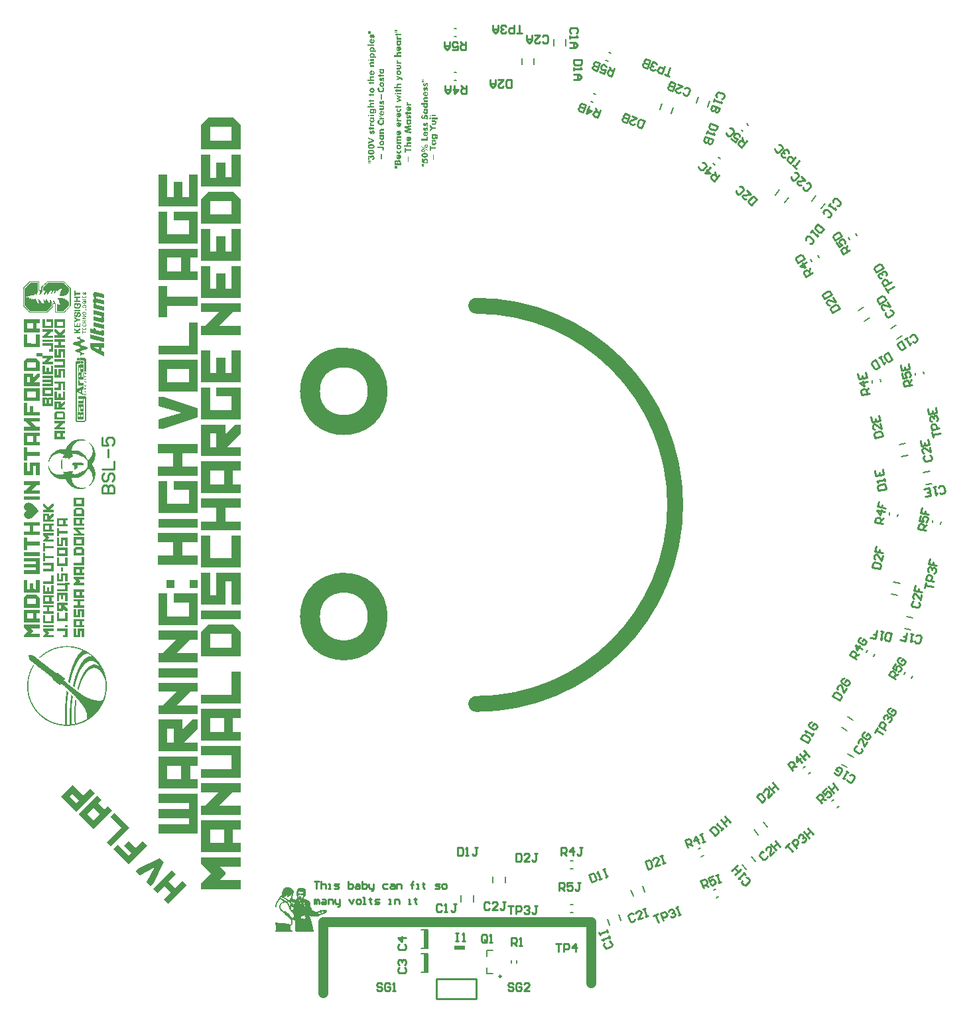
<source format=gto>
G04 Layer_Color=65535*
%FSTAX25Y25*%
%MOIN*%
G70*
G01*
G75*
%ADD78C,0.01000*%
%ADD83C,0.05000*%
%ADD92C,0.10000*%
%ADD93C,0.00984*%
%ADD94C,0.08000*%
%ADD95C,0.00787*%
%ADD96C,0.00050*%
%ADD97R,0.02165X0.09449*%
%ADD98R,0.05709X0.01968*%
G36*
X0243113Y0575427D02*
X024312Y0575419D01*
X0243202D01*
X0243239Y0575412D01*
X0243283Y0575405D01*
X0243291D01*
X0243305Y0575397D01*
X024335Y057539D01*
X0243402Y0575375D01*
X0243409D01*
X0243416Y0575368D01*
X0243424Y057536D01*
X0243446D01*
X0243453Y0575368D01*
X0243461D01*
X0243468Y057536D01*
Y0575353D01*
X0243513D01*
Y0575345D01*
Y0575338D01*
X024352D01*
X0243535Y0575345D01*
X0243557D01*
Y0575338D01*
X0243564Y0575331D01*
X0243594D01*
Y0575323D01*
Y0575316D01*
Y0575308D01*
X0243601Y0575316D01*
X0243661D01*
X0243668Y0575308D01*
X0243683Y0575301D01*
Y0575294D01*
X024369Y0575301D01*
X0243749D01*
X0243757Y0575294D01*
X0243772Y0575286D01*
Y0575279D01*
Y0575271D01*
X0243838D01*
X0243846Y0575264D01*
X024386D01*
Y0575257D01*
X0243853D01*
Y0575249D01*
X0243868D01*
X0243875Y0575257D01*
X024389D01*
X024392Y0575249D01*
X0243927D01*
X0243934Y0575242D01*
X0243949D01*
Y0575234D01*
Y0575227D01*
X0244008D01*
X0244023Y057522D01*
X0244038D01*
Y0575212D01*
Y0575205D01*
X0244105D01*
X0244112Y0575197D01*
X0244127Y057519D01*
Y0575183D01*
X0244193D01*
X0244201Y0575175D01*
X0244216D01*
Y0575168D01*
X0244223Y057516D01*
X024426D01*
X0244267Y0575153D01*
X0244304D01*
X0244297Y0575146D01*
Y0575138D01*
X0244304D01*
X0244319Y0575146D01*
X0244334D01*
X0244356Y0575138D01*
X0244364D01*
X0244378Y0575131D01*
X0244393D01*
Y0575123D01*
Y0575116D01*
X0244401Y0575123D01*
X0244452D01*
X0244467Y0575116D01*
X0244482Y0575109D01*
Y0575101D01*
Y0575094D01*
X0244489Y0575101D01*
X0244512Y0575094D01*
X0244526D01*
X0244556Y0575086D01*
X0244593Y0575079D01*
X0244637Y0575064D01*
X0244645D01*
X024466Y0575057D01*
X0244689Y0575049D01*
X0244734Y0575042D01*
X0244778Y0575027D01*
X0244837Y057502D01*
X0244963Y057499D01*
X024497D01*
X0245Y0574983D01*
X0245037Y0574968D01*
X0245089Y0574953D01*
X0245155Y0574938D01*
X0245222Y0574916D01*
X0245377Y0574872D01*
X0245385D01*
X0245407Y0574864D01*
X0245437Y0574857D01*
X0245474Y057485D01*
X0245511Y0574842D01*
X024554Y0574835D01*
X0245562Y0574827D01*
X024557D01*
X0245577Y057482D01*
X0245585D01*
X0245599Y0574827D01*
X0245614D01*
Y057482D01*
X0245607Y0574813D01*
Y0574805D01*
X0245614Y0574813D01*
X0245673D01*
X0245688Y0574805D01*
X0245703Y0574798D01*
Y057479D01*
X024574D01*
X0245747Y0574783D01*
Y0574776D01*
X024577D01*
X0245777Y0574783D01*
X0245784D01*
Y0574776D01*
X0245792Y0574768D01*
X0245836D01*
Y0574761D01*
Y0574753D01*
Y0574746D01*
X0245844Y0574753D01*
X0245895D01*
X0245903Y0574746D01*
X0245918Y0574739D01*
X0245925Y0574731D01*
X0245969D01*
Y0574724D01*
X0245962D01*
Y0574716D01*
X0245969Y0574724D01*
X0246021D01*
X0246036Y0574716D01*
X0246051D01*
X0246058Y0574709D01*
Y0574702D01*
X024608D01*
X0246088Y0574709D01*
X0246095D01*
X0246103Y0574702D01*
Y0574694D01*
X0246147D01*
Y0574687D01*
X0246154Y0574679D01*
X0246184D01*
Y0574672D01*
Y0574665D01*
X0246251D01*
X0246265Y0574657D01*
X024628D01*
Y057465D01*
X0246288Y0574642D01*
X0246295Y057465D01*
X0246317D01*
Y0574635D01*
Y0574628D01*
X0246384D01*
X0246391Y057462D01*
X0246406D01*
X0246413Y0574613D01*
X024645D01*
Y0574598D01*
Y0574591D01*
X0246458Y0574598D01*
X0246487D01*
X0246524Y0574591D01*
X0246532D01*
X0246554Y0574583D01*
X0246569Y0574576D01*
X0246576Y0574568D01*
X0246621D01*
X0246628Y0574561D01*
X0246635Y0574554D01*
Y0574546D01*
Y0574539D01*
X0246643Y0574546D01*
X024668D01*
X0246687Y0574539D01*
X0246695D01*
Y0574531D01*
Y0574524D01*
X0246709D01*
X0246717Y0574531D01*
X0246724D01*
Y0574524D01*
X0246717Y0574517D01*
Y0574509D01*
X0246746D01*
X0246754Y0574502D01*
X0246761Y0574494D01*
Y0574487D01*
Y057448D01*
X0246769Y0574487D01*
X0246783D01*
X0246806Y057448D01*
X0246843Y0574457D01*
X024685Y057445D01*
X0246865Y0574443D01*
X024688Y0574428D01*
X0246887Y0574413D01*
Y0574406D01*
X0246894Y0574413D01*
X0246909D01*
X0246931Y0574398D01*
X0246968Y0574369D01*
X0246976Y0574361D01*
X0246991Y0574346D01*
X0247005Y0574324D01*
X0247013Y0574309D01*
X024702Y0574302D01*
X0247042D01*
X0247065Y0574287D01*
X0247087Y0574272D01*
X0247094Y0574265D01*
X0247102Y057425D01*
X0247116Y0574235D01*
Y0574221D01*
Y0574213D01*
Y0574206D01*
X0247124Y0574213D01*
X0247131D01*
X0247139Y0574206D01*
X0247146Y0574198D01*
X0247153Y0574191D01*
X0247146Y0574176D01*
Y0574169D01*
X0247153Y0574176D01*
X0247161D01*
X0247168Y0574169D01*
X0247176Y0574161D01*
X0247183Y0574154D01*
Y0574147D01*
Y0574139D01*
Y0574132D01*
X024719D01*
X0247198Y0574124D01*
X0247205D01*
X0247213Y0574117D01*
Y057411D01*
Y0574102D01*
Y0574095D01*
X024722D01*
X0247227Y0574087D01*
X024725Y0574065D01*
X0247279Y0574028D01*
X0247287Y0574013D01*
X0247294Y0573991D01*
X0247309Y0573962D01*
Y0573947D01*
Y0573939D01*
X0247316D01*
X0247324Y0573932D01*
X0247331Y0573917D01*
X0247353Y0573888D01*
Y057388D01*
X0247361Y0573865D01*
X0247368Y0573843D01*
Y0573828D01*
X0247375D01*
X0247383Y0573821D01*
X0247398Y0573799D01*
Y0573791D01*
X0247405Y0573784D01*
Y0573762D01*
Y0573747D01*
X0247412Y057374D01*
X0247427Y0573732D01*
X0247442Y0573703D01*
Y0573695D01*
Y0573673D01*
X0247449Y0573643D01*
Y0573629D01*
Y0573621D01*
Y0573614D01*
X0247457D01*
X0247464Y0573599D01*
X0247472Y0573562D01*
Y0573555D01*
X0247479Y0573532D01*
Y0573503D01*
Y0573481D01*
X0247472Y0573473D01*
Y0573466D01*
X0247486D01*
X0247494Y0573458D01*
Y0573444D01*
X0247501Y0573414D01*
Y0573399D01*
Y057337D01*
X0247509Y0573325D01*
Y0573281D01*
Y0573266D01*
Y0573236D01*
Y0573199D01*
Y057314D01*
Y0573059D01*
X0247516Y0572948D01*
Y0572889D01*
Y0572815D01*
Y0572807D01*
Y0572785D01*
Y0572748D01*
Y0572696D01*
Y0572622D01*
Y0572541D01*
X0247523Y0572445D01*
Y0572326D01*
X0247486D01*
X0247479Y0572334D01*
Y0572341D01*
X0247435D01*
Y0572348D01*
Y0572356D01*
X0247427D01*
X0247412Y0572348D01*
X024739D01*
Y0572356D01*
Y0572363D01*
X0247346D01*
Y0572371D01*
Y0572378D01*
X0247353Y0572385D01*
X0247338Y0572378D01*
X0247287D01*
X0247279Y0572385D01*
X0247264Y0572393D01*
Y05724D01*
Y0572408D01*
X0247257Y05724D01*
X024722D01*
X0247183Y0572408D01*
X0247176D01*
X0247153Y0572415D01*
X0247139D01*
X0247131Y0572422D01*
Y057243D01*
X0247116D01*
X0247102Y0572422D01*
X0247079D01*
Y057243D01*
Y0572437D01*
X0247035D01*
Y0572445D01*
Y0572452D01*
X0246998D01*
Y0572459D01*
Y0572467D01*
X0246931D01*
X0246924Y0572474D01*
X0246909D01*
Y0572482D01*
Y0572489D01*
X0246865D01*
X0246828Y0572496D01*
X024682D01*
X0246798Y0572504D01*
X0246776Y0572511D01*
X0246769Y0572519D01*
X0246724D01*
Y0572526D01*
Y0572533D01*
X0246687D01*
Y0572541D01*
X0246635D01*
Y0572548D01*
Y0572556D01*
X0246621D01*
X0246606Y0572563D01*
X0246576D01*
X0246547Y0572578D01*
X0246495Y0572585D01*
X0246428Y05726D01*
X0246421D01*
X0246391Y0572607D01*
X0246347Y0572622D01*
X0246288Y0572637D01*
X0246214Y0572652D01*
X0246125Y0572674D01*
X0246029Y0572696D01*
X0245925Y0572718D01*
X0245918D01*
X0245895Y0572726D01*
X0245866Y0572733D01*
X0245821Y0572748D01*
X024577Y0572763D01*
X0245718Y0572778D01*
X0245592Y0572807D01*
X0245585D01*
X0245562Y0572815D01*
X0245525Y0572822D01*
X0245488Y0572837D01*
X0245437Y0572844D01*
X0245377Y0572859D01*
X0245252Y0572889D01*
X0245244D01*
X0245237Y0572896D01*
X0245215D01*
X0245185Y0572903D01*
X0245111Y0572926D01*
X0245015Y0572948D01*
X0244911Y0572977D01*
X0244793Y0573007D01*
X0244674Y0573037D01*
X0244556Y0573066D01*
X0244541D01*
X0244504Y0573081D01*
X024446Y0573088D01*
X0244401Y0573103D01*
X0244349Y0573118D01*
X0244297Y0573133D01*
X024426Y057314D01*
X0244253Y0573148D01*
X0244208D01*
Y0573155D01*
Y0573162D01*
X0244134D01*
X0244127Y057317D01*
X0244105Y0573177D01*
X0244082Y0573185D01*
X0244075Y0573192D01*
Y0573199D01*
X0244068Y0573192D01*
X0244008D01*
X0244001Y0573199D01*
X0243994Y0573207D01*
X0243986Y0573214D01*
X0243979D01*
X0243971Y0573222D01*
X024392D01*
X0243912Y0573229D01*
X0243905D01*
X0243897Y0573236D01*
X0243883Y0573244D01*
X0243764D01*
X0243727Y0573251D01*
X024355D01*
Y0573244D01*
X0243542Y0573236D01*
X0243527D01*
X024352Y0573244D01*
X0243513D01*
Y0573236D01*
Y0573229D01*
Y0573222D01*
X0243498Y0573229D01*
X0243483D01*
X024349Y0573222D01*
Y0573214D01*
X0243461D01*
Y0573207D01*
Y0573199D01*
X0243446Y0573192D01*
X0243439D01*
X0243431Y0573185D01*
X0243416D01*
Y0573177D01*
Y0573155D01*
X0243409D01*
X0243394Y0573148D01*
X0243387Y057314D01*
Y0573133D01*
Y0573125D01*
X0243365D01*
Y0573118D01*
Y0573111D01*
Y0573088D01*
X0243357Y0573081D01*
Y0573074D01*
X0243342D01*
Y0573066D01*
Y0573051D01*
Y0573044D01*
X024335Y0573037D01*
X0243335D01*
Y0573029D01*
X0243328Y0573014D01*
Y0573007D01*
Y0572985D01*
Y0572963D01*
Y0572933D01*
X024332Y0572896D01*
Y0572844D01*
Y0572829D01*
X0243313Y05728D01*
Y0572763D01*
Y0572726D01*
Y0572718D01*
Y0572704D01*
Y0572689D01*
X024332Y0572681D01*
Y0572674D01*
Y0572667D01*
Y0572644D01*
Y0572637D01*
Y0572615D01*
Y0572607D01*
X0243328Y05726D01*
X0243342Y0572578D01*
X0243357Y0572556D01*
X0243365Y0572526D01*
Y0572519D01*
X0243372Y0572511D01*
X0243379Y0572474D01*
X0243387Y0572445D01*
Y057243D01*
Y0572422D01*
Y0572415D01*
X0243394Y0572422D01*
X0243402D01*
Y0572415D01*
Y0572408D01*
Y05724D01*
X0243416D01*
Y0572393D01*
Y0572385D01*
Y0572378D01*
Y0572371D01*
X0243424Y0572363D01*
X0243439D01*
Y0572356D01*
Y0572348D01*
Y0572341D01*
Y0572334D01*
X0243453D01*
X0243476Y0572319D01*
X0243513Y0572282D01*
X024352Y0572274D01*
X0243535Y057226D01*
X024355Y0572237D01*
X0243557Y057223D01*
Y0572223D01*
X0243572D01*
X0243579Y0572215D01*
X0243587Y0572208D01*
X0243594Y05722D01*
Y0572193D01*
X0243601D01*
X0243609Y0572186D01*
X0243624D01*
Y0572178D01*
Y0572171D01*
X0243653D01*
Y0572163D01*
Y0572156D01*
Y0572149D01*
X0243661Y0572156D01*
X0243675D01*
X0243683Y0572149D01*
X0243698Y0572141D01*
X0243705Y0572134D01*
X024372D01*
X0243742Y0572126D01*
X0243749D01*
X0243772Y0572119D01*
X0243823Y0572089D01*
X0243831D01*
X0243846Y0572082D01*
X024389Y057206D01*
X0243897D01*
X0243905Y0572052D01*
X0243912D01*
Y0572045D01*
Y0572038D01*
X024392Y0572045D01*
X0243957D01*
X0243994Y0572038D01*
X0244001D01*
X0244023Y057203D01*
X0244038Y0572023D01*
X0244045Y0572015D01*
Y0572008D01*
X0244053D01*
X0244068Y0572015D01*
X0244082D01*
X0244105Y0572008D01*
X0244112D01*
X0244119Y0572001D01*
X0244134D01*
Y0571993D01*
Y0571986D01*
X0244223D01*
Y0571978D01*
Y0571971D01*
X0244275D01*
X0244327Y0571956D01*
X0244341D01*
X0244371Y0571949D01*
X0244401Y0571941D01*
X0244408Y0571934D01*
Y0571927D01*
Y0571919D01*
X0244415Y0571927D01*
X0244467D01*
X0244475Y0571919D01*
X0244489Y0571912D01*
Y0571904D01*
Y0571897D01*
X0244497D01*
X0244512Y0571904D01*
X0244526D01*
X0244549Y0571897D01*
X0244556D01*
X0244563Y057189D01*
X0244578D01*
Y0571882D01*
X024463D01*
X0244682Y0571867D01*
X0244697D01*
X0244719Y0571853D01*
X0244748Y0571845D01*
X0244756Y0571838D01*
X0244822D01*
X0244837Y057183D01*
X0244845D01*
Y0571823D01*
Y0571816D01*
X0244859D01*
X0244882Y0571808D01*
X0244896D01*
X0244926Y0571801D01*
X0244963Y0571793D01*
X0245015Y0571779D01*
X0245022D01*
X0245044Y0571771D01*
X0245081Y0571764D01*
X0245126Y0571749D01*
X0245185Y0571734D01*
X0245252Y0571719D01*
X02454Y057169D01*
X0245407D01*
X0245444Y0571675D01*
X0245488Y0571668D01*
X0245555Y0571645D01*
X0245629Y0571631D01*
X024571Y0571608D01*
X0245881Y0571557D01*
X0245888D01*
X0245918Y0571549D01*
X0245955Y0571542D01*
X0245999Y0571527D01*
X0246043Y057152D01*
X024608Y0571505D01*
X0246103Y0571497D01*
Y057149D01*
X024611D01*
X0246117Y0571497D01*
X0246169D01*
X0246184Y057149D01*
X0246199Y0571483D01*
Y0571475D01*
X0246243D01*
Y0571468D01*
X0246251Y057146D01*
X0246265D01*
X024628Y0571468D01*
X0246295D01*
Y057146D01*
X0246288Y0571453D01*
Y0571446D01*
X0246347D01*
X0246354Y0571438D01*
X0246369D01*
X0246376Y0571431D01*
Y0571423D01*
X0246443D01*
X024645Y0571416D01*
X0246458D01*
Y0571409D01*
X0246524D01*
X0246539Y0571401D01*
X0246554D01*
Y0571394D01*
X0246561Y0571386D01*
X0246598D01*
Y0571379D01*
X0246643D01*
X0246635Y0571364D01*
Y0571357D01*
X0246643D01*
X0246658Y0571364D01*
X0246672D01*
X0246695Y0571357D01*
X0246709D01*
X0246724Y0571349D01*
Y0571342D01*
Y0571335D01*
X0246732D01*
X0246746Y0571342D01*
X0246761D01*
X0246783Y0571335D01*
X0246791D01*
X0246798Y0571327D01*
X0246813D01*
X024682Y057132D01*
X0246813D01*
Y0571312D01*
X024688D01*
X0246887Y0571305D01*
X0246902D01*
Y0571298D01*
X0246946D01*
X0246954Y057129D01*
Y0571283D01*
X0246976D01*
X0246983Y057129D01*
X0246998D01*
Y0571283D01*
Y0571275D01*
X0246991D01*
Y0571268D01*
X0247057D01*
X0247065Y0571261D01*
X0247079D01*
Y0571253D01*
Y0571246D01*
X0247087Y0571253D01*
X0247146D01*
X0247153Y0571246D01*
X0247161Y0571238D01*
X0247168Y0571231D01*
X0247161D01*
Y0571224D01*
X0247168Y0571231D01*
X0247235D01*
X0247242Y0571224D01*
X0247257Y0571216D01*
Y0571209D01*
Y0571201D01*
X0247264Y0571209D01*
X0247316D01*
X0247331Y0571201D01*
X0247346Y0571194D01*
Y0571187D01*
X0247338D01*
Y0571179D01*
X0247346D01*
X0247353Y0571187D01*
X0247412D01*
X0247427Y0571179D01*
X0247442Y0571172D01*
Y0571164D01*
X0247479D01*
Y0571157D01*
Y057115D01*
X0247501D01*
X0247509Y0571135D01*
Y0571113D01*
Y0571105D01*
Y0571083D01*
Y0571061D01*
X0247516Y0571016D01*
Y0570965D01*
Y0570898D01*
Y0570809D01*
Y0570802D01*
Y0570787D01*
Y0570765D01*
Y0570728D01*
X0247523Y0570646D01*
Y0570535D01*
Y0570528D01*
Y0570506D01*
Y0570469D01*
Y0570424D01*
Y0570365D01*
Y0570299D01*
Y0570225D01*
Y0570143D01*
Y0570136D01*
Y0570114D01*
Y0570084D01*
Y0570047D01*
Y0569995D01*
Y0569943D01*
Y0569818D01*
Y0569677D01*
Y0569544D01*
X0247516Y0569425D01*
Y0569381D01*
Y0569337D01*
Y0569329D01*
Y0569307D01*
Y056927D01*
X0247509Y0569233D01*
Y0569196D01*
Y0569166D01*
X0247501Y0569144D01*
Y0569137D01*
X0247486Y0569144D01*
X0247457Y0569152D01*
X0247435Y0569159D01*
X0247398Y0569166D01*
X024739D01*
X0247383Y0569174D01*
X0247361D01*
X0247331Y0569181D01*
X0247257Y0569203D01*
X0247161Y0569226D01*
X0247153D01*
X0247139Y0569233D01*
X0247109Y056924D01*
X0247079Y0569248D01*
X0247005Y0569263D01*
X0246931Y0569285D01*
X0246924D01*
X0246917Y0569292D01*
X0246887Y05693D01*
X0246857Y0569307D01*
X0246843Y0569314D01*
Y0569322D01*
X0246835D01*
X024682Y0569314D01*
X0246806D01*
X0246783Y0569322D01*
X0246776D01*
X0246761Y0569329D01*
X0246754D01*
X0246746Y0569337D01*
X0246687D01*
X024668Y0569344D01*
X0246665Y0569351D01*
Y0569359D01*
Y0569366D01*
X0246598D01*
X0246591Y0569374D01*
X0246584D01*
X0246576Y0569381D01*
Y0569388D01*
X0246502D01*
X0246487Y0569396D01*
Y0569403D01*
X0246428D01*
X0246413Y0569411D01*
X0246406D01*
X0246399Y0569418D01*
Y0569425D01*
X0246406Y0569433D01*
X0246399D01*
Y0569425D01*
X0246332D01*
X0246325Y0569433D01*
X024631Y056944D01*
Y0569448D01*
X0246251D01*
X0246236Y0569455D01*
X0246221Y0569462D01*
Y056947D01*
X0246228Y0569477D01*
X0246221D01*
X0246214Y056947D01*
X0246154D01*
X0246147Y0569477D01*
X024614Y0569485D01*
X0246132Y0569492D01*
Y0569499D01*
X0246117Y0569492D01*
X0246103D01*
X0246073Y0569499D01*
X0246066D01*
X0246058Y0569507D01*
X0246043D01*
Y0569514D01*
Y0569522D01*
X0245984D01*
X0245969Y0569529D01*
X024591D01*
Y0569536D01*
Y0569544D01*
X0245866D01*
Y0569551D01*
X0245821D01*
Y0569559D01*
Y0569566D01*
X0245777D01*
Y0569573D01*
Y0569581D01*
X024574D01*
X0245733Y0569573D01*
Y0569581D01*
Y0569588D01*
Y0569596D01*
X0245673D01*
X0245659Y0569603D01*
X0245651D01*
X0245644Y056961D01*
X0245599D01*
Y0569618D01*
Y0569625D01*
X0245562D01*
Y0569633D01*
X0245555Y056964D01*
X0245548D01*
X0245533Y0569633D01*
X0245511D01*
Y056964D01*
Y0569647D01*
X0245466D01*
Y0569655D01*
Y0569662D01*
X0245437D01*
X0245429Y0569655D01*
X0245422Y0569662D01*
Y056967D01*
X0245385D01*
Y0569677D01*
Y0569684D01*
X0245377Y0569677D01*
X0245318D01*
X0245303Y0569684D01*
X0245296D01*
X0245289Y0569692D01*
Y0569699D01*
X0245252D01*
Y0569707D01*
X0245244Y0569714D01*
X0245237D01*
X0245222Y0569707D01*
X02452D01*
Y0569714D01*
Y0569721D01*
X0245155D01*
Y0569729D01*
Y0569736D01*
X0245148D01*
X0245141Y0569729D01*
X0245118D01*
Y0569736D01*
Y0569744D01*
X0245067D01*
Y0569751D01*
Y0569758D01*
X0245037D01*
X0245022Y0569751D01*
Y0569758D01*
Y0569766D01*
Y0569773D01*
X0245007Y0569766D01*
X0245D01*
X0244978Y0569773D01*
X024497D01*
X0244963Y0569781D01*
X0244948D01*
Y0569788D01*
Y0569795D01*
X0244882D01*
X0244874Y0569803D01*
X0244867D01*
X0244859Y056981D01*
Y0569818D01*
X0244808D01*
X0244756Y0569825D01*
X0244741D01*
X0244719Y0569832D01*
X0244697Y0569847D01*
X0244689D01*
Y0569855D01*
Y0569862D01*
X0244674D01*
X0244667Y0569855D01*
X0244615D01*
X0244608Y0569862D01*
X0244593Y0569869D01*
Y0569877D01*
Y0569884D01*
X0244586D01*
X0244571Y0569877D01*
X0244563D01*
X0244541Y0569884D01*
X0244534D01*
X0244519Y0569892D01*
X0244504D01*
Y0569899D01*
Y0569906D01*
X0244497Y0569899D01*
X0244452D01*
X0244408Y0569914D01*
X0244401D01*
X0244393Y0569921D01*
X0244364Y0569929D01*
X0244334Y0569936D01*
X0244327Y0569943D01*
Y0569951D01*
X0244267D01*
X024426Y0569958D01*
X0244245D01*
Y0569966D01*
Y0569973D01*
X0244238Y0569966D01*
X0244179D01*
X0244164Y0569973D01*
X0244149D01*
Y056998D01*
Y0569988D01*
X0244119D01*
X0244105Y0569995D01*
X0244082D01*
X0244045Y0570003D01*
X0244001Y0570017D01*
X0243994D01*
X0243979Y0570025D01*
X0243942Y0570032D01*
X0243897Y0570047D01*
X0243883Y0570054D01*
X0243831D01*
Y0570062D01*
X0243823Y0570069D01*
X0243727D01*
X024372Y0570077D01*
X0243646D01*
X0243638Y0570069D01*
X0243624Y0570062D01*
X0243594D01*
X0243587Y0570069D01*
X0243564D01*
Y0570062D01*
Y0570054D01*
X0243557D01*
X0243542Y0570047D01*
X0243505D01*
X0243498Y0570054D01*
Y0570047D01*
Y057004D01*
Y0570032D01*
X0243483Y0570025D01*
X0243453D01*
X0243446Y057001D01*
X0243439Y0569995D01*
X0243416Y0569973D01*
X0243409Y0569966D01*
X0243402Y0569958D01*
X0243387Y0569951D01*
X0243372D01*
Y0569943D01*
Y0569921D01*
Y0569914D01*
X0243365Y0569892D01*
X0243357Y0569877D01*
X0243342Y0569847D01*
X0243335Y056984D01*
Y0569825D01*
Y0569818D01*
X0243328D01*
X024332Y0569803D01*
Y0569781D01*
X0243313Y0569758D01*
Y0569721D01*
Y056967D01*
Y0569662D01*
Y056964D01*
Y0569618D01*
Y0569581D01*
X024332Y0569507D01*
X0243328Y056947D01*
X0243335Y056944D01*
Y0569433D01*
Y0569425D01*
X0243342Y0569388D01*
Y0569381D01*
Y0569374D01*
Y0569359D01*
Y0569351D01*
X0243357D01*
Y0569337D01*
Y0569329D01*
Y0569322D01*
X0243365Y0569314D01*
X0243372Y0569307D01*
X0243379Y05693D01*
X0243387Y0569285D01*
X0243394Y0569277D01*
X0243402Y0569248D01*
X0243409Y056924D01*
X0243424Y0569218D01*
X0243431Y0569211D01*
X0243439Y0569189D01*
Y0569181D01*
Y0569174D01*
Y0569166D01*
Y0569159D01*
X0243453D01*
X0243476Y0569144D01*
X0243513Y0569107D01*
X024352Y05691D01*
X0243535Y0569085D01*
X024355Y056907D01*
X0243557Y0569055D01*
X024355D01*
Y0569048D01*
X0243564D01*
X0243579Y0569041D01*
X0243609Y0569026D01*
X0243616Y0569018D01*
X0243631Y0569011D01*
X0243646Y0568996D01*
X0243653Y0568989D01*
Y0568981D01*
X0243675D01*
X0243698Y0568974D01*
X0243705Y0568967D01*
X0243712Y0568959D01*
Y0568952D01*
X0243742D01*
X0243764Y0568944D01*
X0243772D01*
X0243779Y0568937D01*
X0243794Y056893D01*
Y0568922D01*
Y0568915D01*
X0243801D01*
X0243816Y0568922D01*
X0243831D01*
X0243853Y0568915D01*
X024386D01*
X0243875Y0568907D01*
X024389Y05689D01*
X0243897Y0568893D01*
Y0568885D01*
X024392D01*
X0243927Y0568893D01*
X0243942D01*
Y0568885D01*
Y0568878D01*
X0243986D01*
Y056887D01*
Y0568863D01*
X0243994D01*
X0244008Y0568856D01*
X0244031D01*
X0244053Y0568848D01*
X024409Y0568841D01*
X0244134Y0568826D01*
X0244142D01*
X0244156Y0568819D01*
X0244193D01*
X024423Y0568811D01*
X0244282Y0568796D01*
X0244334Y0568789D01*
X0244467Y0568752D01*
X0244475D01*
X0244504Y0568745D01*
X0244549Y056873D01*
X02446Y0568722D01*
X0244667Y0568708D01*
X0244734Y0568685D01*
X0244882Y0568648D01*
X0244889D01*
X0244911Y0568641D01*
X0244941Y0568634D01*
X0244978Y0568619D01*
X0245007Y0568611D01*
X0245037Y0568604D01*
X0245059Y0568597D01*
X0245067Y0568589D01*
Y0568582D01*
X0245074Y0568589D01*
X0245141D01*
X0245148Y0568582D01*
X0245155Y0568574D01*
Y0568567D01*
X02452D01*
X0245207Y056856D01*
Y0568552D01*
X0245215D01*
X0245229Y056856D01*
X0245252D01*
Y0568552D01*
Y0568545D01*
X0245289D01*
Y0568537D01*
X0245296Y056853D01*
X0245311D01*
X0245318Y0568537D01*
X0245333D01*
Y056853D01*
X024534Y0568523D01*
X0245385D01*
Y0568515D01*
X0245429D01*
Y0568508D01*
X0245422D01*
Y05685D01*
X0245488D01*
X0245496Y0568493D01*
X0245511D01*
Y0568486D01*
X0245518Y0568478D01*
X0245525D01*
X024554Y0568486D01*
X0245562D01*
Y0568478D01*
Y0568471D01*
X0245599D01*
Y0568463D01*
X0245607Y0568456D01*
X0245644D01*
X0245651Y0568449D01*
X0245696D01*
Y0568434D01*
X0245688D01*
Y0568426D01*
X0245696D01*
X024571Y0568434D01*
X0245725D01*
X0245747Y0568426D01*
X0245762D01*
X0245777Y0568419D01*
Y0568412D01*
Y0568404D01*
X0245784D01*
X0245799Y0568412D01*
X0245821Y0568404D01*
X0245858Y0568397D01*
X0245866D01*
X0245888Y0568389D01*
X0245903D01*
X024591Y0568382D01*
X0245903D01*
Y0568375D01*
X024591D01*
X0245918Y0568382D01*
X0245977D01*
X0245984Y0568375D01*
X0245999Y0568367D01*
Y056836D01*
Y0568352D01*
X0246066D01*
X0246103Y0568345D01*
X0246147Y056833D01*
X0246154D01*
X0246169Y0568323D01*
X0246206Y0568315D01*
X0246251Y0568301D01*
X0246265Y0568293D01*
Y0568286D01*
X0246325D01*
X0246332Y0568278D01*
X0246347Y0568271D01*
Y0568264D01*
X0246399D01*
X024645Y0568256D01*
X0246465D01*
X0246495Y0568241D01*
X0246517Y0568234D01*
X0246524Y0568227D01*
Y0568219D01*
X0246532D01*
X0246539Y0568227D01*
X0246591D01*
X0246598Y0568219D01*
X0246613Y0568212D01*
Y0568204D01*
Y0568197D01*
X0246621Y0568204D01*
X024668D01*
X0246695Y0568197D01*
X0246709Y056819D01*
Y0568182D01*
X0246746D01*
Y0568175D01*
X0246754Y0568167D01*
X0246761D01*
X0246776Y0568175D01*
X0246798D01*
Y0568167D01*
Y056816D01*
X0246843D01*
Y0568153D01*
X024685Y0568145D01*
X024688D01*
Y0568138D01*
Y056813D01*
X0246924D01*
X0246961Y0568123D01*
X0246968D01*
X0246991Y0568116D01*
X0247005Y0568108D01*
X0247013Y0568101D01*
X0247057D01*
Y0568093D01*
X0247109D01*
Y0568086D01*
X0247153D01*
Y0568079D01*
X0247146Y0568071D01*
Y0568064D01*
X0247153Y0568071D01*
X0247213D01*
X024722Y0568064D01*
X0247235Y0568056D01*
Y0568049D01*
Y0568042D01*
X0247242D01*
X024725Y0568049D01*
X0247272D01*
X0247309Y0568042D01*
X0247316D01*
X0247338Y0568034D01*
X0247361Y0568027D01*
X0247368Y0568019D01*
X0247375Y0568012D01*
X0247398D01*
X0247405Y0568019D01*
X0247412D01*
X024742Y0568012D01*
Y0568005D01*
X0247457D01*
Y0567997D01*
X0247464Y056799D01*
X0247509D01*
Y0567975D01*
Y0567953D01*
Y0567931D01*
Y0567894D01*
Y0567849D01*
Y0567797D01*
Y0567738D01*
X0247516Y0567672D01*
Y0567598D01*
Y0567516D01*
Y056742D01*
Y0567324D01*
Y0567213D01*
Y0567102D01*
Y0566976D01*
Y0566969D01*
Y0566946D01*
Y0566909D01*
Y0566865D01*
Y0566813D01*
Y0566747D01*
Y0566613D01*
Y0566465D01*
Y0566325D01*
Y0566266D01*
Y0566206D01*
Y0566162D01*
Y0566125D01*
Y0566118D01*
Y0566103D01*
Y0566073D01*
X0247509Y0566044D01*
Y0566014D01*
Y0565984D01*
X0247501Y056597D01*
Y0565962D01*
X0247494D01*
X0247486Y056597D01*
Y0565977D01*
X0247449D01*
Y0565984D01*
X0247405D01*
Y0565992D01*
Y0565999D01*
X0247361D01*
Y0566007D01*
Y0566014D01*
X0247294D01*
X0247287Y0566021D01*
X0247279Y0566029D01*
X0247272Y0566036D01*
X0247205D01*
X0247198Y0566044D01*
X0247183D01*
Y0566051D01*
Y0566058D01*
X0247139D01*
Y0566066D01*
X0247094D01*
Y0566073D01*
X024705D01*
Y0566081D01*
X0247042Y0566088D01*
X0247013D01*
X0247005Y0566081D01*
Y0566088D01*
Y0566095D01*
X0246968D01*
X0246931Y0566103D01*
X0246924D01*
X0246902Y056611D01*
X024688Y0566125D01*
X0246872Y0566132D01*
X0246813D01*
X0246798Y056614D01*
X0246783Y0566147D01*
Y0566155D01*
X0246791Y0566162D01*
X0246783D01*
X0246776Y0566155D01*
X0246717D01*
X0246709Y0566162D01*
X0246702Y0566169D01*
Y0566177D01*
Y0566184D01*
X0246695Y0566177D01*
X0246672D01*
X024665Y0566184D01*
X0246628D01*
X0246598Y0566192D01*
X0246554Y0566206D01*
X0246547D01*
X0246532Y0566214D01*
X0246495Y0566221D01*
X024645Y0566229D01*
X0246436Y0566236D01*
Y0566243D01*
X0246369D01*
X0246354Y0566251D01*
X0246347D01*
X0246339Y0566258D01*
Y0566266D01*
X0246332D01*
X0246317Y0566258D01*
X0246295D01*
Y0566266D01*
Y0566273D01*
X0246258D01*
Y056628D01*
Y0566288D01*
X0246191D01*
X0246177Y0566295D01*
X0246162Y0566303D01*
Y056631D01*
Y0566317D01*
X024608D01*
X0246058Y0566325D01*
X0246036Y0566332D01*
X0246029Y056634D01*
Y0566347D01*
X0245999D01*
X0245992Y056634D01*
Y0566347D01*
Y0566354D01*
X0245947D01*
Y0566362D01*
X0245895D01*
Y0566369D01*
Y0566377D01*
X0245836D01*
X0245829Y0566384D01*
X0245814Y0566391D01*
Y0566399D01*
X0245747D01*
X0245733Y0566406D01*
X0245725D01*
X0245718Y0566414D01*
Y0566421D01*
X0245696D01*
X0245666Y0566428D01*
X0245622Y0566436D01*
X0245562Y0566451D01*
X0245474Y0566473D01*
X0245422Y0566488D01*
X0245363Y0566502D01*
X0245355D01*
X0245348Y056651D01*
X0245311Y0566517D01*
X0245252Y0566532D01*
X0245192Y0566547D01*
X0245133Y0566562D01*
X0245074Y0566584D01*
X0245037Y0566591D01*
X0245022Y0566599D01*
X0244993D01*
Y0566606D01*
Y0566613D01*
X0244926D01*
X0244911Y0566621D01*
X0244904D01*
X0244896Y0566628D01*
X0244859D01*
Y0566636D01*
Y0566643D01*
X0244815D01*
Y056665D01*
X0244748D01*
X0244741Y0566658D01*
X0244726Y0566665D01*
Y0566673D01*
Y056668D01*
X0244719Y0566673D01*
X024466D01*
X0244652Y056668D01*
X0244637Y0566687D01*
Y0566695D01*
Y0566702D01*
X024463D01*
X0244623Y0566695D01*
X0244571D01*
X0244563Y0566702D01*
X0244556D01*
X0244549Y056671D01*
Y0566717D01*
X0244504D01*
Y0566724D01*
Y0566732D01*
X0244467D01*
X024446Y0566724D01*
Y0566732D01*
Y0566739D01*
Y0566747D01*
X0244438D01*
X0244408Y0566739D01*
X0244401D01*
X0244386Y0566747D01*
X0244371Y0566754D01*
Y0566761D01*
X0244364Y0566769D01*
X0244356D01*
X0244349Y0566761D01*
X0244327D01*
Y0566769D01*
Y0566776D01*
X024429D01*
X0244282Y0566769D01*
Y0566776D01*
Y0566784D01*
Y0566791D01*
X0244275D01*
X024426Y0566784D01*
X0244238D01*
Y0566791D01*
X0244179D01*
X0244164Y0566798D01*
X0244149Y0566806D01*
Y0566813D01*
Y0566821D01*
X0244075D01*
X024406Y0566828D01*
Y0566835D01*
X0244053Y0566843D01*
X0244045D01*
X0244038Y0566835D01*
X0244016D01*
Y0566843D01*
Y056685D01*
X0243971D01*
Y0566858D01*
X0243927D01*
Y0566865D01*
Y0566872D01*
X0243883D01*
Y056688D01*
Y0566887D01*
X0243831D01*
X0243786Y0566902D01*
X0243772D01*
X0243742Y0566909D01*
X024372Y0566924D01*
X0243705D01*
Y0566932D01*
X0243646D01*
X0243638Y0566939D01*
X0243624D01*
Y0566946D01*
Y0566954D01*
X0243616D01*
X0243601Y0566946D01*
X0243587D01*
X0243564Y0566954D01*
X0243557D01*
X024355Y0566961D01*
X0243535D01*
Y0566969D01*
Y0566976D01*
X0243527D01*
X0243513Y0566969D01*
X0243468D01*
X0243461Y0566976D01*
X0243446Y0566983D01*
Y0566991D01*
Y0566998D01*
X0243387D01*
X0243372Y0567006D01*
X0243357D01*
Y0567013D01*
Y056702D01*
X0243291D01*
X0243283Y0567028D01*
X0243268D01*
Y0567035D01*
Y0567043D01*
X0243261D01*
X0243239Y056705D01*
X0243224D01*
X0243194Y0567057D01*
X0243157Y0567065D01*
X0243113Y0567072D01*
X0243106D01*
X0243091Y056708D01*
X0243061Y0567087D01*
X0243024Y0567094D01*
X0242935Y0567117D01*
X0242832Y0567139D01*
X0242824D01*
X024281Y0567146D01*
X0242787Y0567154D01*
X0242758Y0567161D01*
X0242684Y0567176D01*
X0242617Y0567198D01*
X024261D01*
X0242602Y0567205D01*
X0242573Y0567213D01*
X0242543Y056722D01*
X0242528Y0567228D01*
X0242462D01*
X0242454Y0567235D01*
X024244D01*
Y0567242D01*
Y056725D01*
X024238D01*
X0242366Y0567257D01*
X0242351Y0567265D01*
Y0567272D01*
X0242299D01*
X0242255Y0567279D01*
X0242247D01*
X024224Y0567287D01*
X024221Y0567294D01*
X0242181Y0567302D01*
X0242173Y0567309D01*
Y0567316D01*
X0242121D01*
Y0567324D01*
Y0567331D01*
Y0567353D01*
Y0567383D01*
Y056742D01*
Y0567457D01*
Y0567509D01*
Y0567575D01*
Y0567642D01*
Y0567716D01*
Y0567797D01*
Y0567894D01*
X0242114Y056799D01*
Y0568101D01*
Y0568212D01*
Y0568338D01*
Y0568345D01*
Y0568352D01*
Y0568375D01*
Y0568404D01*
Y0568434D01*
Y0568478D01*
Y056853D01*
Y0568589D01*
Y0568656D01*
Y056873D01*
Y0568819D01*
Y0568907D01*
Y0569011D01*
Y0569115D01*
Y0569233D01*
Y0569359D01*
X0242136D01*
X0242151Y0569351D01*
Y0569344D01*
X0242144D01*
Y0569337D01*
X024221D01*
X0242232Y0569329D01*
X0242269Y0569322D01*
X0242284D01*
X0242329Y0569307D01*
X0242366Y05693D01*
X024238Y0569292D01*
X0242388Y0569285D01*
X0242425D01*
Y0569277D01*
X0242417D01*
Y056927D01*
X0242491D01*
X0242499Y0569263D01*
X0242514Y0569255D01*
Y0569248D01*
X0242602D01*
Y056924D01*
Y0569233D01*
X0242647D01*
X0242654Y0569226D01*
X0242699Y0569218D01*
X0242706D01*
X0242728Y0569211D01*
X024275Y0569203D01*
X0242773D01*
Y0569211D01*
X0242765Y0569218D01*
X0242758Y0569226D01*
Y0569233D01*
Y056924D01*
Y0569248D01*
X0242736D01*
X0242713Y0569263D01*
X0242706Y056927D01*
X0242699Y0569277D01*
X0242691Y0569285D01*
X0242684Y05693D01*
Y0569307D01*
X0242676D01*
X0242669Y0569314D01*
X0242662D01*
X0242639Y0569329D01*
X0242632D01*
X0242625Y0569337D01*
X0242595Y0569359D01*
X0242588Y0569366D01*
X024258Y0569374D01*
X0242573Y0569381D01*
X0242565Y0569388D01*
Y0569396D01*
X0242558Y0569403D01*
X0242551Y0569411D01*
X0242558D01*
Y0569418D01*
X0242551Y0569425D01*
Y0569433D01*
X0242543Y056944D01*
X0242536D01*
X0242521Y0569448D01*
X0242499Y0569462D01*
X0242484Y0569485D01*
X0242462Y0569507D01*
X0242454Y0569514D01*
X0242432Y0569544D01*
X0242417Y0569566D01*
X024241Y0569588D01*
Y0569596D01*
X0242395D01*
X024238Y056961D01*
X0242351Y056964D01*
X0242343Y0569647D01*
X0242329Y056967D01*
X0242314Y0569692D01*
Y0569707D01*
Y0569714D01*
X0242299D01*
Y0569721D01*
X0242292D01*
Y0569729D01*
Y0569736D01*
Y0569744D01*
Y0569751D01*
X0242284D01*
X0242277Y0569758D01*
X0242262Y0569773D01*
X0242247Y056981D01*
X024224Y0569818D01*
X0242232Y056984D01*
X0242218Y0569862D01*
Y0569877D01*
Y0569884D01*
X024221Y0569877D01*
X0242203D01*
Y0569892D01*
Y0569899D01*
X024221D01*
Y0569906D01*
X0242195D01*
X0242188Y0569914D01*
X0242181Y0569929D01*
Y0569936D01*
X0242173Y0569943D01*
Y0569958D01*
Y0569966D01*
Y0569973D01*
X0242166Y0569966D01*
X0242158Y056998D01*
X0242144Y0570003D01*
X0242136Y0570025D01*
X0242121Y0570054D01*
Y0570062D01*
X0242114Y0570069D01*
X0242107Y0570099D01*
X0242099Y0570128D01*
Y0570151D01*
Y0570158D01*
X0242092D01*
X0242077Y0570173D01*
X024207Y0570202D01*
Y057021D01*
X0242062Y0570232D01*
Y0570247D01*
Y0570262D01*
Y0570269D01*
X0242055Y0570262D01*
X0242047D01*
Y0570269D01*
Y0570284D01*
Y0570291D01*
Y0570299D01*
X024204D01*
Y0570306D01*
X0242033Y0570321D01*
X0242025Y0570343D01*
X0242018Y057038D01*
X0242003Y0570439D01*
X0241996Y0570506D01*
Y0570513D01*
X0241988Y0570535D01*
Y0570572D01*
X0241981Y0570617D01*
X0241973Y0570713D01*
Y0570765D01*
Y0570802D01*
Y0570809D01*
Y0570817D01*
Y0570861D01*
Y0570868D01*
X0241966Y0570883D01*
Y0570928D01*
Y0570935D01*
Y0570942D01*
Y0570965D01*
Y0570972D01*
Y0570979D01*
X0241973Y0570987D01*
Y0571009D01*
Y0571016D01*
Y0571031D01*
Y0571061D01*
Y0571105D01*
Y0571113D01*
Y0571135D01*
Y0571194D01*
Y0571201D01*
Y0571216D01*
Y0571231D01*
Y0571238D01*
Y0571246D01*
X0241981Y0571261D01*
Y0571268D01*
Y0571275D01*
X0241988Y057132D01*
Y0571327D01*
Y0571342D01*
Y0571386D01*
Y0571394D01*
Y0571401D01*
X0241996Y0571409D01*
X0242003D01*
Y0571416D01*
Y0571431D01*
Y0571453D01*
Y0571483D01*
Y057149D01*
X024201Y0571505D01*
X0242018Y0571527D01*
X0242025Y0571534D01*
Y0571542D01*
Y0571549D01*
Y0571557D01*
Y0571571D01*
X0242033D01*
X024204Y0571564D01*
Y0571571D01*
Y0571586D01*
Y0571601D01*
Y0571623D01*
Y0571631D01*
X0242047Y0571638D01*
Y0571645D01*
X0242055D01*
X0242062Y0571653D01*
Y057166D01*
Y0571668D01*
X0242055Y0571675D01*
Y057169D01*
X0242062D01*
X024207Y0571682D01*
X0242077D01*
Y057169D01*
Y0571697D01*
Y0571719D01*
X0242084Y0571727D01*
Y0571734D01*
X0242099D01*
Y0571742D01*
Y0571749D01*
Y0571764D01*
Y0571779D01*
X0242107Y0571786D01*
Y0571793D01*
X0242114D01*
X0242121Y0571786D01*
Y0571793D01*
Y0571801D01*
Y0571808D01*
Y0571823D01*
X0242129Y0571853D01*
X0242136Y057186D01*
X0242144Y0571875D01*
X0242158Y057189D01*
X0242173D01*
Y0571897D01*
Y0571904D01*
Y0571919D01*
X0242181Y0571927D01*
X0242188Y0571934D01*
X024221D01*
Y0571941D01*
Y0571949D01*
Y0571956D01*
X0242218Y0571971D01*
X0242232Y0571986D01*
X024224Y0571993D01*
X0242247Y0572001D01*
X0242262Y0572015D01*
X0242269D01*
Y0572023D01*
X0242277Y0572038D01*
X0242284Y0572045D01*
X0242306Y0572067D01*
X0242314Y0572075D01*
X0242329Y0572082D01*
X0242343Y0572089D01*
X0242358Y0572097D01*
X0242366D01*
Y0572104D01*
X0242373Y0572112D01*
Y0572119D01*
X024238D01*
X0242388Y0572126D01*
X024241D01*
Y0572134D01*
Y0572141D01*
X0242432D01*
X024244Y0572149D01*
Y0572163D01*
X0242454Y0572171D01*
X0242491Y0572193D01*
X0242499Y05722D01*
X0242521Y0572208D01*
X0242551Y0572215D01*
X0242565Y0572208D01*
X0242573D01*
Y0572215D01*
Y0572223D01*
X0242588Y0572237D01*
X0242617Y0572245D01*
X0242625D01*
X0242647Y0572252D01*
X0242676Y057226D01*
X0242699D01*
Y0572267D01*
Y0572274D01*
X0242743D01*
X024275Y0572282D01*
X024278D01*
Y0572289D01*
Y0572297D01*
X0242773Y0572304D01*
Y0572311D01*
Y0572319D01*
Y0572326D01*
X0242743D01*
X0242721Y0572341D01*
X0242713Y0572348D01*
X0242706Y0572356D01*
X0242699Y0572363D01*
Y0572378D01*
Y0572385D01*
Y0572393D01*
X0242684D01*
X0242669Y05724D01*
X0242662Y0572408D01*
Y0572415D01*
Y0572422D01*
X0242647D01*
X0242632Y057243D01*
X0242602Y0572452D01*
X0242595Y0572459D01*
X024258Y0572474D01*
X0242565Y0572489D01*
X0242558Y0572504D01*
Y0572511D01*
X0242551Y0572519D01*
Y0572541D01*
X0242543Y0572548D01*
X0242514D01*
X0242499Y0572563D01*
X0242491Y057257D01*
X0242484Y0572585D01*
X0242469Y05726D01*
Y0572615D01*
Y0572622D01*
X0242462Y057263D01*
X0242454D01*
X024244Y0572637D01*
X0242417Y0572659D01*
X0242403Y0572674D01*
X0242388Y0572704D01*
Y0572711D01*
X024238Y0572718D01*
X0242358Y0572748D01*
X0242343Y0572778D01*
X0242336Y0572792D01*
Y05728D01*
X0242321D01*
Y0572807D01*
X0242314Y0572815D01*
Y0572822D01*
Y0572829D01*
X0242306Y0572837D01*
X0242299D01*
Y0572844D01*
X0242292D01*
Y0572852D01*
Y0572859D01*
X0242277D01*
X0242269Y0572874D01*
X0242262Y0572896D01*
Y0572903D01*
X0242255Y0572911D01*
Y0572926D01*
Y057294D01*
Y0572948D01*
X0242247Y057294D01*
X024224D01*
Y0572955D01*
Y0572963D01*
X0242232D01*
X0242218Y0572977D01*
Y0572985D01*
Y0573D01*
Y0573007D01*
X0242203D01*
X0242195Y0573014D01*
Y0573022D01*
Y0573029D01*
Y0573044D01*
Y0573051D01*
X0242181D01*
X0242173Y0573059D01*
X0242166Y0573081D01*
Y0573088D01*
X0242158Y0573096D01*
Y0573111D01*
Y0573125D01*
Y0573133D01*
X0242151D01*
X0242136Y057314D01*
X0242129Y0573155D01*
Y0573162D01*
Y0573177D01*
Y0573199D01*
Y0573214D01*
Y0573222D01*
X0242121D01*
X0242114Y0573229D01*
X0242107Y0573244D01*
X0242099Y0573273D01*
Y0573281D01*
X0242092Y0573296D01*
X0242084Y0573318D01*
Y057334D01*
Y0573347D01*
Y0573355D01*
X0242077D01*
X024207Y0573362D01*
X0242062Y0573377D01*
X0242055Y0573399D01*
X0242047Y0573421D01*
Y0573429D01*
X024204Y0573458D01*
Y0573481D01*
Y0573503D01*
X0242047Y057351D01*
X024204D01*
X0242033Y0573518D01*
X0242018Y0573547D01*
X024201Y0573569D01*
X0242003Y0573599D01*
Y0573606D01*
Y0573621D01*
X0241996Y0573666D01*
X0241988Y0573717D01*
X0241981Y0573769D01*
Y0573777D01*
Y0573784D01*
X0241973Y0573814D01*
Y0573821D01*
Y0573828D01*
Y0573843D01*
Y0573851D01*
Y0573873D01*
Y057388D01*
X0241966Y0573895D01*
Y0573917D01*
Y0573947D01*
Y0573954D01*
Y0573969D01*
Y0574021D01*
Y0574028D01*
Y0574043D01*
Y0574065D01*
Y0574087D01*
Y0574095D01*
Y0574102D01*
Y0574124D01*
Y0574154D01*
Y0574228D01*
X0241973Y0574324D01*
Y0574332D01*
Y0574346D01*
X0241981Y0574398D01*
Y0574443D01*
X0241988Y0574465D01*
Y0574472D01*
X0241996D01*
Y057448D01*
X0241988D01*
Y0574487D01*
Y0574502D01*
Y0574531D01*
X0241996Y0574576D01*
Y0574583D01*
Y0574591D01*
X024201Y0574613D01*
X0242018Y0574642D01*
X0242025Y057465D01*
X0242033D01*
X0242025Y0574657D01*
Y0574672D01*
Y0574694D01*
X0242033Y0574724D01*
Y0574731D01*
X024204Y0574753D01*
X0242047Y0574768D01*
X0242055Y0574776D01*
X0242062D01*
Y0574783D01*
Y057479D01*
Y0574798D01*
X0242055Y0574805D01*
Y0574813D01*
X024207D01*
X0242077Y0574805D01*
Y0574813D01*
Y0574827D01*
Y0574857D01*
X0242084Y0574864D01*
Y0574872D01*
X0242099D01*
Y0574879D01*
Y0574887D01*
Y0574894D01*
X0242107Y0574924D01*
Y0574931D01*
X0242121D01*
Y0574938D01*
Y0574961D01*
Y0574968D01*
Y0574975D01*
X0242136D01*
Y0574983D01*
Y057499D01*
X0242129Y0574998D01*
Y0575005D01*
X0242136D01*
X0242144Y0574998D01*
X0242151D01*
Y0575005D01*
Y0575012D01*
Y0575027D01*
X0242158Y0575035D01*
X0242166Y0575042D01*
X0242173D01*
Y0575049D01*
Y0575057D01*
Y0575064D01*
X0242188Y0575079D01*
Y0575086D01*
X0242195Y0575101D01*
X0242218Y0575146D01*
X0242225Y0575153D01*
X0242247Y0575183D01*
X0242292Y057522D01*
X0242343Y0575271D01*
X0242358Y0575279D01*
X024238Y0575301D01*
X0242417Y0575316D01*
X024244Y0575323D01*
X0242447D01*
Y0575331D01*
X0242454Y0575345D01*
X0242477Y0575353D01*
X0242491Y0575368D01*
X0242521Y0575375D01*
X0242528Y0575382D01*
X0242558Y057539D01*
X0242588Y0575397D01*
X0242625D01*
Y0575405D01*
Y0575412D01*
X0242669D01*
X0242676Y0575419D01*
X0242699Y0575427D01*
X0242736Y0575434D01*
X0243106D01*
X0243113Y0575427D01*
D02*
G37*
G36*
X0294528Y0544035D02*
X0274783D01*
Y0548561D01*
X0290029D01*
Y0560002D01*
X0294528D01*
Y0544035D01*
D02*
G37*
G36*
X02945Y0525429D02*
X0274783D01*
Y0541396D01*
X02945D01*
Y0525429D01*
D02*
G37*
G36*
X023578Y0540747D02*
X0235987D01*
X023598Y054074D01*
X023595Y0540732D01*
X0235921Y054071D01*
X0235913D01*
X0235906Y0540703D01*
X0235869Y054068D01*
X0235817Y0540643D01*
X0235758Y0540592D01*
X023575D01*
X0235743Y0540577D01*
X0235713Y054054D01*
X0235669Y0540495D01*
X0235625Y0540436D01*
X0235617Y0540421D01*
X0235595Y0540392D01*
X0235573Y0540333D01*
X0235543Y0540259D01*
X0235521Y054017D01*
X0235506Y0540074D01*
X0235499Y0539963D01*
X0235514Y0539844D01*
Y0539829D01*
X0235528Y0539792D01*
X0235551Y0539733D01*
X023558Y0539659D01*
X0235625Y0539578D01*
X0235684Y0539496D01*
X0235758Y0539408D01*
X0235854Y0539334D01*
X0235861D01*
X0235876Y0539326D01*
X0235898Y0539311D01*
X0235935Y0539289D01*
X023541D01*
X0235218Y0539282D01*
X0234071D01*
X0234063Y0539274D01*
X0234034Y053926D01*
X0234004Y0539245D01*
X0233997Y0539237D01*
X0233967Y0539215D01*
X0233923Y0539186D01*
X0233871Y0539141D01*
X0233856Y0539134D01*
X0233834Y0539104D01*
X0233804Y053906D01*
X0233775Y0539015D01*
X0233767Y0539008D01*
X023376Y0538993D01*
X0233745Y0538971D01*
X023373Y0538934D01*
Y0538919D01*
Y0538882D01*
Y0538808D01*
Y0538719D01*
Y0538594D01*
Y0538446D01*
Y0538268D01*
Y0538061D01*
Y0537831D01*
Y0537572D01*
Y0537284D01*
Y0536973D01*
Y0536633D01*
Y0536263D01*
Y0535863D01*
Y0535441D01*
Y053499D01*
Y0534516D01*
Y0534013D01*
Y053348D01*
Y0532918D01*
Y0532333D01*
Y0531719D01*
Y0531083D01*
Y0530409D01*
Y0529714D01*
Y0528996D01*
Y0528241D01*
Y0527464D01*
Y0526665D01*
Y0525829D01*
Y052497D01*
Y0524955D01*
Y0524918D01*
Y0524844D01*
Y0524756D01*
Y052463D01*
Y0524482D01*
Y0524304D01*
Y0524097D01*
Y0523868D01*
Y0523609D01*
Y052332D01*
Y0523009D01*
Y0522669D01*
Y0522299D01*
Y0521899D01*
Y0521477D01*
Y0521026D01*
Y0520552D01*
Y0520049D01*
Y0519516D01*
Y0518954D01*
Y0518369D01*
Y0517755D01*
Y0517119D01*
Y0516445D01*
Y051575D01*
Y0515032D01*
Y0514277D01*
Y05135D01*
Y0512701D01*
Y0511865D01*
Y0511006D01*
Y0510999D01*
X0233738Y0510984D01*
X0233752Y0510962D01*
X0233775Y0510925D01*
X0233782Y051091D01*
X0233797Y0510881D01*
X0233834Y0510844D01*
X0233871Y0510792D01*
X0233886Y0510784D01*
X0233915Y0510755D01*
X023396Y0510725D01*
X0234004Y0510696D01*
X0234011D01*
X0234026Y0510688D01*
X0234048Y0510673D01*
X0234078Y0510659D01*
X0237393D01*
X0237408Y0510666D01*
X0237423Y0510681D01*
X0237452Y0510696D01*
X0237467Y0510703D01*
X0237497Y0510725D01*
X0237541Y0510747D01*
X0237578Y0510777D01*
X0237586Y0510784D01*
X0237608Y0510807D01*
X0237637Y0510836D01*
X0237667Y0510881D01*
X0237674Y0510888D01*
X0237682Y051091D01*
X0237711Y0510955D01*
Y0510962D01*
X0237719Y0510984D01*
Y0511006D01*
X0237726Y0511043D01*
Y0511103D01*
X0237734Y0511177D01*
X0237741Y0511265D01*
Y0511273D01*
Y051128D01*
Y0511302D01*
Y0511332D01*
Y0511399D01*
Y0511487D01*
Y0511495D01*
Y051151D01*
Y0511539D01*
Y0511576D01*
X0237748Y0511621D01*
Y0511672D01*
Y0511783D01*
Y0511791D01*
Y0511828D01*
Y0511872D01*
Y0511939D01*
Y051202D01*
Y0512116D01*
Y051222D01*
Y0512338D01*
Y0512346D01*
Y0512353D01*
Y0512398D01*
Y0512464D01*
Y0512553D01*
Y0512664D01*
Y051279D01*
Y051293D01*
Y0513086D01*
Y0513093D01*
Y0513115D01*
Y0513145D01*
Y0513189D01*
Y0513249D01*
Y0513315D01*
Y0513389D01*
Y0513478D01*
Y0513574D01*
Y0513678D01*
Y0513796D01*
Y0513915D01*
Y0514181D01*
Y051447D01*
Y0514477D01*
Y0514507D01*
Y0514551D01*
Y051461D01*
Y0514692D01*
Y051478D01*
Y0514884D01*
Y0515002D01*
Y0515136D01*
Y0515284D01*
Y0515432D01*
Y0515602D01*
Y0515772D01*
Y0515957D01*
Y0516149D01*
Y0516349D01*
Y0516357D01*
Y0516364D01*
Y0516408D01*
Y0516475D01*
Y0516571D01*
Y0516682D01*
Y0516815D01*
Y0516963D01*
Y0517126D01*
Y0517296D01*
Y0517474D01*
Y0517844D01*
Y0518214D01*
Y0518399D01*
Y0518569D01*
Y0518577D01*
Y0518606D01*
Y0518658D01*
Y0518717D01*
Y0518799D01*
Y0518887D01*
Y0518991D01*
Y0519095D01*
Y0519331D01*
Y0519583D01*
Y0519827D01*
Y0519946D01*
Y0520057D01*
Y0520064D01*
Y0520071D01*
Y0520094D01*
Y0520123D01*
Y052019D01*
Y0520279D01*
Y0520382D01*
Y0520493D01*
X0237741Y0520604D01*
Y0520708D01*
Y0520723D01*
Y0520752D01*
Y0520797D01*
Y0520863D01*
Y052093D01*
Y0521004D01*
Y0521078D01*
Y0521144D01*
Y0521159D01*
Y0521196D01*
Y0521248D01*
Y0521315D01*
Y0521381D01*
Y0521448D01*
X0237734Y05215D01*
Y0521544D01*
Y0521559D01*
X0237726Y0521581D01*
Y0521618D01*
X0237719Y052164D01*
X0237711Y0521648D01*
X0237697Y0521677D01*
X023766Y0521699D01*
X0237615Y0521722D01*
X02376D01*
X0237578Y0521729D01*
X0237238D01*
X0237179Y0521722D01*
X0237068D01*
X0237038Y0521714D01*
X0237023D01*
X0237038Y0521707D01*
X0237045Y0521699D01*
X0237068Y0521685D01*
X0237075Y0521677D01*
X0237105Y052167D01*
X0237142Y0521648D01*
X0237171Y0521618D01*
X0237179Y0521611D01*
X0237201Y0521596D01*
X023723Y0521566D01*
X0237253Y0521529D01*
Y0521522D01*
X0237267Y0521492D01*
X0237275Y0521448D01*
X0237282Y0521389D01*
Y0521381D01*
Y0521366D01*
Y0521337D01*
Y0521285D01*
Y0521204D01*
Y0521159D01*
Y0521107D01*
Y0521041D01*
Y0520974D01*
Y0520893D01*
Y0520804D01*
Y0520797D01*
Y0520774D01*
Y0520745D01*
Y0520708D01*
Y0520619D01*
X023729Y0520523D01*
Y0520515D01*
Y0520501D01*
Y0520478D01*
Y0520449D01*
Y0520375D01*
X0237282Y0520301D01*
Y0520293D01*
Y0520264D01*
Y0520234D01*
Y052019D01*
X0237275Y0520086D01*
Y0520042D01*
X0237267Y0520005D01*
Y0519997D01*
X023726Y051999D01*
X0237253Y0519946D01*
X0237223Y0519886D01*
X0237193Y051982D01*
Y0519812D01*
X0237179Y051979D01*
X0237164Y0519761D01*
X0237142Y0519724D01*
X0237075Y0519642D01*
X0236986Y0519553D01*
X0236979Y0519546D01*
X0236964Y0519539D01*
X0236927Y0519516D01*
X023689Y0519494D01*
X0236838Y0519465D01*
X0236779Y0519435D01*
X0236712Y0519413D01*
X0236638Y0519391D01*
X0236624D01*
X0236594Y0519383D01*
X0236557Y0519376D01*
X0236505Y0519368D01*
X0236468D01*
X0236439Y0519361D01*
X0236342D01*
X0236283Y0519354D01*
X0236061D01*
X0235965Y0519346D01*
X0235417D01*
X0235306Y0519339D01*
X023484D01*
X0234796Y0519331D01*
X0234751D01*
X0234722Y0519324D01*
X0234677Y0519317D01*
X0234633Y0519302D01*
X0234626D01*
X0234603Y0519294D01*
X0234574Y0519287D01*
X0234537Y051928D01*
X0234529D01*
X02345Y0519265D01*
X023447Y051925D01*
X0234441Y0519235D01*
X0234433D01*
X0234426Y0519228D01*
X0234396Y0519213D01*
X0234367Y0519198D01*
Y0519213D01*
Y051925D01*
Y0519309D01*
Y0519398D01*
Y0519509D01*
Y0519642D01*
Y0519805D01*
Y051999D01*
Y0520005D01*
Y0520042D01*
Y0520101D01*
Y052019D01*
Y0520301D01*
Y0520434D01*
Y0520597D01*
Y0520782D01*
X0236032D01*
X0236165Y0520789D01*
X0236387D01*
X0236446Y0520797D01*
X0236564D01*
X0236601Y0520804D01*
X0236631D01*
X0236646Y0520811D01*
X0236661Y0520826D01*
Y0520834D01*
X0236675Y0520841D01*
X023669Y0520871D01*
Y0520878D01*
X0236698Y0520893D01*
X0236705Y0520915D01*
X0236712Y0520959D01*
Y0520974D01*
Y0520989D01*
Y0521019D01*
X023672Y0521056D01*
Y05211D01*
Y0521167D01*
Y0521248D01*
Y0521263D01*
Y0521292D01*
Y0521337D01*
Y0521396D01*
X0236712Y0521455D01*
Y0521507D01*
Y0521559D01*
X0236705Y0521588D01*
Y0521603D01*
X023669Y0521625D01*
X0236668Y0521662D01*
X0236624Y0521692D01*
X0236616D01*
X0236601Y0521699D01*
X0236587D01*
X0236557Y0521707D01*
X023652D01*
X0236476Y0521714D01*
X0234892D01*
X0234833Y0521707D01*
X0234714Y0521699D01*
X0234663D01*
X0234618Y0521692D01*
X0234603D01*
X0234559Y0521677D01*
X02345Y0521662D01*
X0234441Y0521633D01*
X0234433D01*
X0234426Y0521625D01*
X0234396Y0521611D01*
X0234367Y0521588D01*
Y0521603D01*
Y052164D01*
Y0521699D01*
Y0521788D01*
Y0521899D01*
Y0522032D01*
Y0522188D01*
Y0522373D01*
Y0522388D01*
Y0522425D01*
Y0522484D01*
Y0522565D01*
Y0522676D01*
Y0522817D01*
Y0522972D01*
Y0523157D01*
X0235321D01*
X0235491Y052315D01*
X0237785D01*
X0237808Y0523142D01*
X0237837Y0523128D01*
X0237889Y0523113D01*
X0237896D01*
X0237919Y0523105D01*
X0237956Y0523091D01*
X0237993Y0523068D01*
X0238089Y0523024D01*
X0238133Y0522994D01*
X0238178Y0522957D01*
X0238185Y052295D01*
X0238192Y0522943D01*
X0238215Y052292D01*
X0238244Y0522891D01*
X0238266Y0522846D01*
X0238296Y0522802D01*
X0238326Y052275D01*
X0238355Y0522684D01*
Y0522676D01*
X0238363Y0522661D01*
X023837Y0522632D01*
X0238385Y0522595D01*
Y0522587D01*
Y0522573D01*
Y0522543D01*
Y0522506D01*
Y0522454D01*
Y0522388D01*
Y0522321D01*
Y0522232D01*
Y0522136D01*
Y0522032D01*
Y0521907D01*
Y0521781D01*
Y052164D01*
Y0521485D01*
Y0521322D01*
Y0521144D01*
Y0520959D01*
Y052076D01*
Y0520552D01*
Y052033D01*
Y0520101D01*
Y0519857D01*
Y0519598D01*
Y0519331D01*
Y0519058D01*
X0238392Y0518769D01*
Y0518466D01*
Y0518155D01*
Y0517829D01*
Y0517496D01*
Y0517148D01*
Y0516793D01*
Y0516786D01*
Y0516771D01*
Y0516741D01*
Y0516704D01*
Y0516653D01*
Y0516601D01*
Y0516534D01*
Y0516468D01*
Y0516305D01*
Y0516135D01*
Y051595D01*
Y0515765D01*
Y0515757D01*
Y051572D01*
Y0515668D01*
Y0515602D01*
Y0515513D01*
Y0515409D01*
Y0515298D01*
Y0515173D01*
Y0515032D01*
Y0514891D01*
Y0514581D01*
Y0514255D01*
Y0513929D01*
Y0513915D01*
Y051387D01*
Y0513804D01*
Y0513715D01*
Y0513604D01*
Y0513471D01*
Y051333D01*
X0238385Y0513175D01*
Y0513012D01*
Y0512842D01*
Y0512494D01*
Y0512146D01*
Y0511983D01*
Y0511828D01*
Y051182D01*
Y0511813D01*
Y0511791D01*
Y0511761D01*
Y051168D01*
Y0511591D01*
Y051148D01*
Y0511376D01*
Y0511273D01*
Y0511177D01*
Y0511169D01*
Y051114D01*
Y0511103D01*
X0238377Y0511051D01*
Y0511006D01*
Y0510969D01*
Y051094D01*
Y0510925D01*
Y051091D01*
X0238363Y0510873D01*
X0238348Y0510814D01*
X0238318Y051074D01*
Y0510733D01*
X0238311Y0510725D01*
X0238296Y0510681D01*
X0238274Y0510622D01*
X0238244Y051057D01*
X0238237Y0510562D01*
X0238229Y0510548D01*
X0238207Y0510518D01*
X0238178Y0510481D01*
X0238111Y0510392D01*
X023803Y0510303D01*
X0238022Y0510296D01*
X0238007Y0510289D01*
X0237985Y0510266D01*
X0237956Y0510244D01*
X0237867Y0510185D01*
X0237763Y0510118D01*
X0237756D01*
X0237741Y0510111D01*
X0237697Y0510089D01*
X0237637Y0510059D01*
X0237578Y0510044D01*
X0237563Y0510037D01*
X0237549D01*
X0237519Y051003D01*
X0237475Y0510022D01*
X0237423Y0510015D01*
X0237356D01*
X0237275Y0510007D01*
X0237156D01*
X0237082Y051D01*
X0234352D01*
X023427Y0510007D01*
X023413D01*
X0234085Y0510015D01*
X0234026D01*
X0233982Y0510022D01*
X0233945Y051003D01*
X0233937D01*
X023393Y0510037D01*
X0233886Y0510044D01*
X0233826Y0510074D01*
X0233745Y0510104D01*
X0233656Y0510148D01*
X023356Y0510207D01*
X0233471Y0510274D01*
X0233382Y0510355D01*
X0233375Y051037D01*
X0233345Y05104D01*
X0233308Y0510451D01*
X0233257Y0510518D01*
X0233212Y0510599D01*
X023316Y0510696D01*
X0233116Y0510807D01*
X0233086Y0510925D01*
Y0510932D01*
Y0510955D01*
Y0510992D01*
X0233079Y0511029D01*
Y0511066D01*
Y0511073D01*
Y0511088D01*
Y0511117D01*
Y0511162D01*
Y0511221D01*
Y0511295D01*
Y0511384D01*
Y0511495D01*
Y0511502D01*
Y0511524D01*
Y0511561D01*
X0233072Y0511613D01*
Y0511672D01*
Y0511746D01*
Y0511828D01*
Y0511917D01*
Y0511924D01*
Y0511961D01*
Y0512013D01*
Y0512079D01*
Y0512161D01*
Y0512257D01*
Y0512368D01*
Y0512486D01*
Y0512494D01*
Y0512509D01*
Y0512538D01*
Y0512575D01*
Y0512627D01*
Y0512686D01*
Y051276D01*
Y0512834D01*
Y0512923D01*
Y0513019D01*
Y0513123D01*
Y0513234D01*
Y0513478D01*
Y0513744D01*
Y0513752D01*
Y0513781D01*
Y0513818D01*
Y0513878D01*
Y0513952D01*
Y0514033D01*
Y0514137D01*
Y0514248D01*
Y0514373D01*
Y0514507D01*
Y0514655D01*
Y0514817D01*
Y051498D01*
Y0515158D01*
Y0515343D01*
Y0515535D01*
Y0515543D01*
Y051558D01*
Y0515631D01*
Y0515698D01*
Y0515794D01*
Y0515898D01*
Y0516024D01*
X0233064Y0516157D01*
Y0516312D01*
Y0516475D01*
Y0516653D01*
Y0516845D01*
Y0517045D01*
Y0517252D01*
Y0517474D01*
Y0517696D01*
Y0517703D01*
Y0517733D01*
Y0517785D01*
Y0517844D01*
Y0517925D01*
Y0518022D01*
Y0518133D01*
Y0518251D01*
Y0518384D01*
Y0518532D01*
Y0518688D01*
Y051885D01*
Y0519021D01*
Y0519191D01*
Y0519561D01*
Y0519568D01*
Y051959D01*
Y051962D01*
Y0519672D01*
Y0519731D01*
Y0519805D01*
Y0519894D01*
Y051999D01*
Y0520101D01*
Y0520227D01*
Y052036D01*
Y0520508D01*
Y0520663D01*
Y0520834D01*
Y0521011D01*
Y0521196D01*
X0233072Y0521396D01*
Y0521611D01*
Y0521825D01*
Y0522055D01*
Y0522291D01*
Y0522536D01*
Y0522795D01*
Y0523054D01*
Y0523327D01*
Y0523601D01*
Y052389D01*
Y0524186D01*
Y0524793D01*
Y0525429D01*
Y0525444D01*
Y0525488D01*
Y0525555D01*
Y0525651D01*
Y0525777D01*
Y0525932D01*
Y0526117D01*
Y0526324D01*
Y0526569D01*
Y0526835D01*
Y0527124D01*
Y0527449D01*
Y0527797D01*
Y0528182D01*
Y0528589D01*
Y0529018D01*
Y0529484D01*
Y0529973D01*
Y0530498D01*
Y0531038D01*
Y0531615D01*
Y0532222D01*
Y0532851D01*
Y053351D01*
Y0534198D01*
Y0534916D01*
Y0535656D01*
Y0536433D01*
Y0537232D01*
Y0538061D01*
Y0538919D01*
Y05398D01*
Y0539807D01*
X0233079Y0539837D01*
X0233094Y0539881D01*
X0233116Y0539948D01*
Y0539955D01*
X0233123Y0539963D01*
X0233138Y054D01*
X023316Y0540059D01*
X0233197Y0540133D01*
X0233249Y0540214D01*
X0233308Y0540303D01*
X0233382Y0540392D01*
X0233464Y0540473D01*
X0233471Y0540481D01*
X0233508Y0540503D01*
X0233553Y054054D01*
X0233627Y0540584D01*
X0233708Y0540621D01*
X0233804Y0540666D01*
X0233915Y0540703D01*
X0234034Y0540732D01*
X0234048D01*
X0234071Y054074D01*
X02341D01*
X0234137Y0540747D01*
X0234182D01*
X0234241Y0540754D01*
X0235595D01*
X023578Y0540747D01*
D02*
G37*
G36*
X0242144Y0566325D02*
X0242151D01*
X0242173Y0566317D01*
X0242195D01*
Y056631D01*
Y0566303D01*
X0242188D01*
Y0566295D01*
X0242195D01*
X024221Y0566303D01*
X0242225D01*
X0242255Y0566295D01*
X0242262D01*
X0242269Y0566288D01*
X0242277D01*
Y056628D01*
Y0566273D01*
X0242284Y056628D01*
X0242343D01*
X0242358Y0566273D01*
X0242373Y0566266D01*
Y0566258D01*
X0242366D01*
Y0566251D01*
X0242432D01*
X024244Y0566243D01*
X0242454D01*
Y0566236D01*
Y0566229D01*
X0242528D01*
X0242536Y0566221D01*
X0242543D01*
X0242551Y0566214D01*
X024261D01*
X0242617Y0566206D01*
X0242632Y0566199D01*
X0242639Y0566192D01*
X0242632D01*
Y0566184D01*
X0242639Y0566192D01*
X0242706D01*
X0242713Y0566184D01*
X0242721Y0566177D01*
Y0566169D01*
Y0566162D01*
X0242728Y0566169D01*
X0242787D01*
X0242795Y0566162D01*
X024281Y0566155D01*
Y0566147D01*
Y056614D01*
X0242817Y0566147D01*
X0242876D01*
X0242884Y056614D01*
X0242898Y0566132D01*
Y0566125D01*
Y0566118D01*
X0242965D01*
X0242972Y056611D01*
X0242987D01*
Y0566103D01*
Y0566095D01*
X0242995D01*
X0243002Y0566103D01*
X0243017D01*
X0243046Y0566095D01*
X0243054D01*
X0243061Y0566088D01*
X0243076D01*
Y0566081D01*
Y0566073D01*
X0243165D01*
Y0566066D01*
Y0566058D01*
X0243231D01*
X0243239Y0566051D01*
X0243254Y0566044D01*
Y0566036D01*
X024332D01*
X0243328Y0566029D01*
X0243342Y0566021D01*
Y0566014D01*
Y0566007D01*
X024335Y0566014D01*
X0243409D01*
X0243416Y0566007D01*
X0243424Y0565999D01*
Y0565992D01*
Y0565984D01*
X0243431D01*
X0243446Y0565992D01*
X0243461D01*
X0243483Y0565984D01*
X024349D01*
X0243505Y0565977D01*
X024352D01*
Y056597D01*
Y0565962D01*
X0243527Y056597D01*
X0243579D01*
X0243594Y0565962D01*
X0243601Y0565955D01*
Y0565947D01*
Y056594D01*
X0243675D01*
X0243683Y0565933D01*
X0243698D01*
Y0565925D01*
X0243757D01*
X0243772Y0565918D01*
X0243786Y056591D01*
Y0565903D01*
X0243853D01*
X024386Y0565896D01*
X0243868D01*
Y0565888D01*
Y0565881D01*
Y0565873D01*
X0243875Y0565881D01*
X0243934D01*
X0243949Y0565873D01*
X0243964Y0565866D01*
Y0565859D01*
X0244023D01*
X0244031Y0565851D01*
X0244045Y0565844D01*
Y0565836D01*
Y0565829D01*
X0244053Y0565836D01*
X0244112D01*
X0244119Y0565829D01*
X0244134Y0565822D01*
Y0565814D01*
Y0565807D01*
X0244142D01*
X0244156Y0565814D01*
X0244171D01*
X0244193Y0565807D01*
X0244201D01*
X0244216Y0565799D01*
X0244223D01*
Y0565792D01*
Y0565785D01*
X024423D01*
X0244245Y0565792D01*
X024426D01*
X0244282Y0565785D01*
X0244312D01*
Y0565777D01*
Y056577D01*
X0244319D01*
X0244334Y0565777D01*
X0244349D01*
X0244371Y056577D01*
X0244378D01*
X0244393Y0565762D01*
X0244408D01*
Y0565755D01*
Y0565748D01*
X0244467D01*
X0244475Y056574D01*
X0244489Y0565733D01*
Y0565725D01*
X0244556D01*
X0244563Y0565718D01*
X0244578Y0565711D01*
Y0565703D01*
X0244645D01*
X0244652Y0565696D01*
X0244667Y0565688D01*
Y0565681D01*
Y0565674D01*
X0244674D01*
X0244682Y0565681D01*
X0244726D01*
X0244741Y0565674D01*
X0244756Y0565666D01*
Y0565659D01*
Y0565651D01*
X0244763Y0565659D01*
X0244822D01*
X024483Y0565651D01*
X0244845Y0565644D01*
Y0565637D01*
X0244904D01*
X0244919Y0565629D01*
X0244933D01*
Y0565622D01*
Y0565614D01*
X0245D01*
X0245007Y0565607D01*
X0245015Y05656D01*
Y0565592D01*
X0245081D01*
X0245089Y0565585D01*
X0245104D01*
Y0565577D01*
Y056557D01*
Y0565563D01*
X0245111Y056557D01*
X0245163D01*
X024517Y0565563D01*
X0245185Y0565555D01*
X0245192Y0565548D01*
X0245259D01*
X0245266Y056554D01*
X0245281Y0565533D01*
Y0565526D01*
Y0565518D01*
X0245289Y0565526D01*
X024534D01*
X0245355Y0565518D01*
X024537Y0565511D01*
Y0565503D01*
X0245363D01*
Y0565496D01*
X0245377D01*
X0245385Y0565503D01*
X0245407D01*
X0245429Y0565496D01*
X0245451D01*
Y0565489D01*
Y0565481D01*
X0245459D01*
X0245474Y0565489D01*
X0245488D01*
X0245511Y0565481D01*
X0245518D01*
X0245533Y0565474D01*
X0245548D01*
Y0565466D01*
Y0565459D01*
X0245555D01*
X0245562Y0565466D01*
X0245577D01*
X0245599Y0565459D01*
X0245607D01*
X0245614Y0565452D01*
X0245629D01*
X0245636Y0565444D01*
X0245629D01*
Y0565437D01*
X0245703D01*
X024571Y0565429D01*
X0245718Y0565422D01*
Y0565415D01*
X0245784D01*
X0245792Y0565407D01*
X0245807Y05654D01*
X0245814Y0565392D01*
X0245807D01*
Y0565385D01*
X0245814Y0565392D01*
X0245873D01*
X0245881Y0565385D01*
X0245895Y0565378D01*
Y056537D01*
Y0565363D01*
X0245903Y056537D01*
X0245962D01*
X0245969Y0565363D01*
X0245984Y0565355D01*
Y0565348D01*
X0245992Y0565355D01*
X0246051D01*
X0246058Y0565348D01*
X0246073Y0565341D01*
Y0565333D01*
Y0565326D01*
X024608D01*
X0246095Y0565333D01*
X024614D01*
X0246147Y0565326D01*
X0246162Y0565318D01*
Y0565311D01*
X0246154D01*
Y0565304D01*
X0246228D01*
X0246236Y0565296D01*
X0246251Y0565289D01*
X0246258Y0565281D01*
X0246317D01*
X0246325Y0565274D01*
X0246339D01*
Y0565267D01*
Y0565259D01*
Y0565252D01*
X0246347Y0565259D01*
X0246406D01*
X0246413Y0565252D01*
X0246428Y0565244D01*
X0246436Y0565237D01*
X0246495D01*
X0246502Y056523D01*
X0246517Y0565222D01*
Y0565215D01*
Y0565207D01*
X0246524Y0565215D01*
X0246584D01*
X0246591Y0565207D01*
X0246598D01*
Y05652D01*
Y0565193D01*
X0246613D01*
X0246621Y05652D01*
X0246643D01*
X0246665Y0565193D01*
X024668D01*
X0246695Y0565185D01*
Y0565178D01*
Y056517D01*
X0246702D01*
X0246709Y0565178D01*
X0246724D01*
X0246746Y056517D01*
X0246754D01*
X0246769Y0565163D01*
X0246783D01*
Y0565156D01*
X0246776D01*
Y0565148D01*
X0246791D01*
X0246798Y0565156D01*
X0246813D01*
X0246843Y0565148D01*
X024685D01*
X0246857Y0565141D01*
X0246865D01*
X0246872Y0565133D01*
Y0565126D01*
X0246939D01*
X0246946Y0565119D01*
X0246961Y0565111D01*
Y0565104D01*
X024702D01*
X0247028Y0565096D01*
X0247042Y0565089D01*
X024705Y0565082D01*
X0247042D01*
Y0565074D01*
X024705Y0565082D01*
X0247116D01*
X0247124Y0565074D01*
X0247139D01*
Y0565067D01*
Y0565059D01*
X0247146Y0565067D01*
X0247198D01*
X0247205Y0565059D01*
X024722Y0565052D01*
Y0565045D01*
Y0565037D01*
X0247227Y0565045D01*
X0247294D01*
X0247301Y0565037D01*
X0247309Y056503D01*
Y0565022D01*
Y0565015D01*
X0247316Y0565022D01*
X0247375D01*
X024739Y0565015D01*
X0247405Y0565008D01*
Y0565D01*
Y0564993D01*
X0247412D01*
X024742Y0565D01*
X0247449D01*
X0247472Y0564993D01*
X0247486Y0564985D01*
X0247501D01*
X0247523Y0564978D01*
Y0564971D01*
Y0564963D01*
Y0564941D01*
Y0564911D01*
Y0564882D01*
Y0564837D01*
Y0564786D01*
Y0564726D01*
Y056466D01*
Y0564586D01*
Y0564497D01*
Y0564408D01*
Y0564312D01*
Y0564208D01*
Y056409D01*
Y0563972D01*
Y0563964D01*
Y0563957D01*
Y0563935D01*
Y0563905D01*
Y0563875D01*
Y0563831D01*
Y0563779D01*
Y056372D01*
Y0563653D01*
Y0563572D01*
Y0563491D01*
Y0563402D01*
Y0563298D01*
Y0563195D01*
Y0563084D01*
Y0562958D01*
X0247516Y0562965D01*
X0247486D01*
X0247472Y0562973D01*
Y056298D01*
Y0562987D01*
X0247412D01*
X0247361Y0562995D01*
X0247353D01*
X0247346Y0563002D01*
X0247324Y056301D01*
X0247294Y0563017D01*
X0247287Y0563024D01*
Y0563032D01*
X024722D01*
X024719Y0563039D01*
X0247153Y0563047D01*
X0247146D01*
X0247139Y0563054D01*
X0247102Y0563061D01*
X0247065Y0563069D01*
X024705Y0563076D01*
Y0563084D01*
X0247035D01*
X024702Y0563076D01*
X0247005D01*
Y0563084D01*
Y0563091D01*
X0246961D01*
Y0563098D01*
Y0563106D01*
X0246931D01*
X0246917Y0563098D01*
X0246909Y0563106D01*
Y0563113D01*
X024688D01*
X0246865Y0563106D01*
X0246872Y0563098D01*
X0246887Y0563084D01*
X0246894Y0563076D01*
X0246902Y0563061D01*
Y0563054D01*
Y0563047D01*
X0246931D01*
X0246954Y0563032D01*
X0246961Y0563024D01*
X0246968Y0563017D01*
X0246983Y0563002D01*
Y0562987D01*
Y056298D01*
X0246991Y0562987D01*
X0246998D01*
X0247013Y0562973D01*
Y0562965D01*
Y056295D01*
X0247035D01*
X0247042Y0562943D01*
X024705Y0562936D01*
X0247065Y0562928D01*
X0247079Y0562906D01*
X0247094Y0562899D01*
X0247109Y0562884D01*
Y0562876D01*
X0247116Y0562869D01*
Y0562862D01*
Y0562854D01*
Y0562847D01*
X0247124Y0562839D01*
X0247131Y0562832D01*
X0247146D01*
X0247153Y0562825D01*
X0247168Y056281D01*
X024719Y056278D01*
X0247198Y0562773D01*
X0247205Y0562758D01*
X024722Y0562736D01*
X0247227Y0562721D01*
X024722D01*
Y0562714D01*
X0247227Y0562721D01*
X0247242D01*
X0247257Y0562714D01*
X0247264Y0562699D01*
Y0562691D01*
X0247257Y0562677D01*
Y0562669D01*
X0247264Y0562677D01*
X0247272D01*
X0247279Y0562669D01*
X0247287Y0562654D01*
X0247294Y0562647D01*
Y056264D01*
Y0562625D01*
X0247309D01*
X0247316Y056261D01*
X0247324Y0562603D01*
Y0562595D01*
Y056258D01*
Y0562573D01*
X0247338D01*
Y0562566D01*
X0247346Y0562558D01*
Y0562551D01*
Y0562543D01*
X0247361D01*
X0247368Y0562529D01*
X0247383Y0562514D01*
Y0562506D01*
X024739Y0562492D01*
Y0562477D01*
Y0562469D01*
Y0562462D01*
X0247398Y0562469D01*
X0247412D01*
X0247405Y0562462D01*
Y0562455D01*
Y0562447D01*
X024742D01*
Y0562432D01*
Y0562425D01*
X0247427Y0562418D01*
X0247442Y0562388D01*
X0247449Y0562373D01*
X0247464Y0562344D01*
X0247472Y0562329D01*
X0247479Y0562307D01*
X0247494Y0562277D01*
Y0562255D01*
Y0562247D01*
Y056224D01*
X0247501D01*
X0247509Y0562225D01*
X0247516Y056221D01*
Y0562203D01*
X0247509Y0562188D01*
Y0562181D01*
X0247523D01*
X0247531Y0562173D01*
X0247538Y0562151D01*
Y0562144D01*
X0247546Y0562122D01*
X0247553Y0562099D01*
X0247546Y0562085D01*
Y0562077D01*
Y056207D01*
X0247553Y0562077D01*
X024756Y056207D01*
X0247568Y056204D01*
X0247583Y0562018D01*
X024759Y0561988D01*
Y0561981D01*
Y0561974D01*
X0247597Y0561951D01*
Y0561922D01*
X0247605Y0561848D01*
X024762Y0561759D01*
Y0561752D01*
Y0561744D01*
X0247627Y0561715D01*
Y0561678D01*
X0247634Y0561626D01*
Y0561559D01*
X0247642Y056147D01*
Y0561359D01*
Y0561352D01*
Y0561322D01*
Y0561285D01*
Y0561241D01*
Y0561234D01*
Y0561211D01*
Y0561182D01*
Y0561145D01*
Y0561115D01*
Y0561086D01*
X0247634Y0561063D01*
Y0561056D01*
X0247627D01*
X024762Y0561041D01*
Y0561034D01*
Y0560997D01*
Y0560989D01*
Y0560982D01*
X0247612Y0560945D01*
Y0560938D01*
X0247605Y0560923D01*
X0247597D01*
Y0560915D01*
Y0560908D01*
Y0560901D01*
Y0560878D01*
X024759Y0560841D01*
Y0560834D01*
Y0560812D01*
X0247583Y056079D01*
X0247575Y0560782D01*
Y0560775D01*
Y0560767D01*
Y056076D01*
Y0560753D01*
Y0560745D01*
Y0560738D01*
X024756D01*
Y056073D01*
Y0560701D01*
Y0560693D01*
X0247553Y0560686D01*
X0247546Y0560679D01*
X0247531D01*
Y0560671D01*
Y0560664D01*
Y0560627D01*
Y0560619D01*
X0247523Y0560612D01*
X0247509Y0560605D01*
X0247501Y0560597D01*
Y0560582D01*
X0247494Y056056D01*
X0247479Y0560523D01*
X0247472Y0560516D01*
X0247464Y0560494D01*
X0247449Y0560471D01*
X0247442Y0560464D01*
Y0560457D01*
Y0560449D01*
X0247435Y0560442D01*
X0247427D01*
X024742Y0560434D01*
Y0560427D01*
Y056042D01*
X0247412Y0560405D01*
X0247398Y0560383D01*
X024739Y0560375D01*
X0247383Y0560368D01*
X0247375Y0560353D01*
X0247353D01*
X0247361Y0560346D01*
X0247353Y0560331D01*
X0247331Y0560301D01*
X0247316Y0560279D01*
X0247287Y0560257D01*
X0247279D01*
X0247272Y0560242D01*
X0247242Y0560212D01*
X0247205Y0560183D01*
X024719Y0560175D01*
X0247168D01*
Y0560168D01*
X0247161Y0560161D01*
X0247131Y0560146D01*
X0247109Y0560138D01*
X0247079Y0560124D01*
X0247072D01*
X0247065Y0560116D01*
X0247028Y0560101D01*
X0246991Y0560087D01*
X0246961D01*
X0246954Y0560094D01*
X0246946D01*
Y0560087D01*
Y0560079D01*
X0246939Y0560072D01*
X0246931D01*
X0246917Y0560064D01*
X0246872D01*
X024685Y0560057D01*
X0246687D01*
X024665Y056005D01*
X0246576D01*
X0246561Y0560057D01*
X0246539D01*
X0246524Y0560064D01*
X0246443D01*
X0246406Y0560072D01*
X0246399D01*
X0246391Y0560079D01*
X0246384D01*
Y0560087D01*
X0246376Y0560094D01*
X0246369Y0560087D01*
X0246317D01*
X0246288Y0560094D01*
X0246258Y0560101D01*
X0246251D01*
X0246243Y0560109D01*
X0246206Y0560116D01*
X0246177Y0560124D01*
X0246162Y0560131D01*
X0246125D01*
Y0560138D01*
Y0560146D01*
X0246073D01*
Y0560153D01*
X0246029D01*
Y0560161D01*
X0245992D01*
Y0560168D01*
Y0560175D01*
X0245925D01*
X0245918Y0560183D01*
X0245903Y056019D01*
Y0560198D01*
Y0560205D01*
X0245895Y0560198D01*
X0245844D01*
X0245829Y0560205D01*
X0245814D01*
Y0560212D01*
Y056022D01*
X0245777D01*
X024577Y0560212D01*
X0245762Y056022D01*
Y0560227D01*
Y0560235D01*
X0245755D01*
X024574Y0560227D01*
X0245718D01*
Y0560235D01*
Y0560242D01*
X0245681D01*
Y0560249D01*
Y0560257D01*
X0245644D01*
X0245636Y0560249D01*
Y0560257D01*
Y0560264D01*
Y0560272D01*
X0245614D01*
X0245599Y0560264D01*
X024557D01*
X0245562Y0560272D01*
X0245555Y0560279D01*
Y0560286D01*
Y0560294D01*
X0245488D01*
X0245474Y0560301D01*
X0245459D01*
X0245451Y0560309D01*
X0245414D01*
Y0560316D01*
X024537D01*
Y0560323D01*
X0245326D01*
Y0560331D01*
Y0560338D01*
X0245281D01*
Y0560346D01*
Y0560353D01*
X0245215D01*
X0245207Y056036D01*
X0245192Y0560368D01*
Y0560375D01*
X0245133D01*
X0245118Y0560383D01*
X0245111Y056039D01*
X0245104Y0560397D01*
X0245059D01*
Y0560405D01*
X0245015D01*
Y0560412D01*
Y056042D01*
X0244978D01*
Y0560427D01*
Y0560434D01*
X0244933D01*
Y0560442D01*
Y0560449D01*
X0244919Y0560442D01*
X0244904D01*
X0244882Y0560449D01*
X0244852D01*
Y0560457D01*
Y0560464D01*
X0244785D01*
X0244771Y0560471D01*
X0244756D01*
Y0560479D01*
Y0560486D01*
X0244726D01*
X0244711Y0560479D01*
Y0560486D01*
Y0560494D01*
X0244667D01*
Y0560501D01*
Y0560508D01*
X0244623D01*
Y0560516D01*
X0244578D01*
Y0560523D01*
Y0560531D01*
X0244519D01*
X0244512Y0560538D01*
X0244497Y0560545D01*
Y0560553D01*
Y056056D01*
X0244489Y0560553D01*
X024443D01*
X0244423Y056056D01*
X0244408Y0560568D01*
Y0560575D01*
X0244356D01*
Y0560582D01*
Y056059D01*
X0244349D01*
X0244334Y0560582D01*
X0244312D01*
Y056059D01*
Y0560597D01*
X0244275D01*
X0244267Y0560605D01*
X0244238D01*
X024423Y0560597D01*
Y0560605D01*
Y0560612D01*
Y0560619D01*
X0244164D01*
X0244149Y0560627D01*
X0244142D01*
X0244134Y0560634D01*
X0244097D01*
Y0560642D01*
Y0560649D01*
X0244045D01*
X0244053Y0560656D01*
Y0560664D01*
X0244001D01*
X0243957Y0560679D01*
X0243942D01*
X0243912Y0560686D01*
X0243883Y0560701D01*
X0243875D01*
Y0560708D01*
Y0560716D01*
X0243868D01*
X0243853Y0560708D01*
X0243846D01*
X0243823Y0560716D01*
X0243801D01*
X0243786Y0560723D01*
Y056073D01*
Y0560738D01*
X024372D01*
X0243683Y0560745D01*
X0243646Y0560753D01*
X0243638D01*
X0243624Y056076D01*
X0243579Y0560767D01*
X0243542Y0560782D01*
X0243527Y056079D01*
X024352Y0560797D01*
X0243453D01*
X0243446Y0560804D01*
X0243431Y0560812D01*
Y0560819D01*
Y0560827D01*
X0243424Y0560819D01*
X0243387D01*
X0243365Y0560827D01*
X0243328Y0560834D01*
X0243283Y0560841D01*
X0243276D01*
X0243261Y0560849D01*
X0243224Y0560864D01*
X024318Y0560878D01*
X0243172D01*
X0243165Y0560886D01*
X0243106D01*
X0243098Y0560893D01*
X0243083D01*
Y0560901D01*
Y0560908D01*
X0243032D01*
X0243009Y0560915D01*
X024298Y0560923D01*
X0242935Y056093D01*
X0242928D01*
X0242913Y0560938D01*
X0242876Y0560945D01*
X0242832Y056096D01*
X0242817Y0560967D01*
Y0560975D01*
X024275D01*
X0242736Y0560982D01*
X0242728Y0560989D01*
X0242721Y0560997D01*
X0242699D01*
X0242676Y0561004D01*
X0242654D01*
X0242625Y0561012D01*
X024258Y0561026D01*
X0242573D01*
X0242558Y0561034D01*
X0242521Y0561041D01*
X0242477Y0561049D01*
X0242462Y0561056D01*
Y0561063D01*
X0242454D01*
X024244Y0561056D01*
X0242432D01*
X024241Y0561063D01*
X0242403D01*
X0242388Y0561071D01*
X0242373D01*
Y0561078D01*
Y0561086D01*
X0242306D01*
X0242299Y0561093D01*
X0242284Y05611D01*
Y0561108D01*
X0242225D01*
X0242188Y0561115D01*
X0242181D01*
X0242166Y0561123D01*
X0242144Y056113D01*
X0242114Y0561137D01*
Y0561145D01*
Y0561152D01*
Y0561174D01*
Y0561204D01*
Y0561234D01*
Y0561278D01*
Y056133D01*
Y0561389D01*
Y0561456D01*
Y056153D01*
Y0561611D01*
Y0561707D01*
Y0561803D01*
Y0561914D01*
Y0562025D01*
Y0562151D01*
Y0562159D01*
Y0562181D01*
Y056221D01*
Y0562247D01*
Y0562299D01*
Y0562351D01*
Y0562477D01*
Y056261D01*
Y0562743D01*
Y0562862D01*
Y0562906D01*
Y056295D01*
Y0562958D01*
Y056298D01*
Y0563017D01*
Y0563054D01*
X0242121Y0563091D01*
Y0563128D01*
Y056315D01*
Y0563158D01*
X0242144D01*
X0242181Y056315D01*
X0242225Y0563135D01*
X024224D01*
X0242262Y0563121D01*
X0242284Y0563113D01*
X0242292Y0563106D01*
X0242321D01*
X0242343Y0563098D01*
X024238Y0563091D01*
X024244Y0563076D01*
X0242521Y0563054D01*
X0242573Y0563047D01*
X0242632Y0563032D01*
X0242647D01*
X0242684Y0563017D01*
X024275Y0563002D01*
X0242832Y056298D01*
X0242935Y0562958D01*
X0243046Y0562928D01*
X0243165Y0562899D01*
X0243291Y0562869D01*
X0243305D01*
X0243335Y0562854D01*
X0243394Y0562839D01*
X0243461Y0562825D01*
X0243535Y0562802D01*
X0243624Y0562788D01*
X0243794Y0562743D01*
X0243801D01*
X0243823Y0562736D01*
X024386Y0562721D01*
X0243897Y0562714D01*
X0243942Y0562699D01*
X0243971Y0562684D01*
X0243994Y0562677D01*
X0244001D01*
Y0562669D01*
X0244008Y0562677D01*
X0244068D01*
X0244082Y0562669D01*
X0244097Y0562662D01*
Y0562654D01*
Y0562647D01*
X0244105Y0562654D01*
X0244156D01*
X0244164Y0562647D01*
X0244179Y056264D01*
Y0562632D01*
Y0562625D01*
X0244245D01*
X024426Y0562617D01*
X0244275D01*
Y056261D01*
X0244334D01*
X0244341Y0562603D01*
X0244356D01*
Y0562595D01*
Y0562588D01*
X0244423D01*
X024443Y056258D01*
X0244445D01*
Y0562573D01*
Y0562566D01*
X0244512D01*
X0244519Y0562558D01*
X0244534Y0562551D01*
Y0562543D01*
X0244593D01*
X0244608Y0562536D01*
X0244623Y0562529D01*
Y0562521D01*
Y0562514D01*
X024463D01*
X0244645Y0562521D01*
X024466D01*
X0244682Y0562514D01*
X0244697D01*
X0244711Y0562506D01*
Y0562499D01*
Y0562492D01*
X0244726Y0562499D01*
X0244741D01*
X0244771Y0562492D01*
X0244778D01*
X0244785Y0562484D01*
X02448D01*
Y0562477D01*
Y0562469D01*
X0244808D01*
X0244822Y0562477D01*
X0244837D01*
X0244859Y0562469D01*
X0244882D01*
X0244889Y0562462D01*
Y0562455D01*
X0244956D01*
X0244963Y0562447D01*
X0244978Y056244D01*
Y0562432D01*
X024503D01*
X0245044Y0562425D01*
X0245059Y0562418D01*
Y056241D01*
X0245052D01*
Y0562403D01*
X0245059Y056241D01*
X0245126D01*
X0245133Y0562403D01*
X0245141Y0562395D01*
Y0562388D01*
Y0562381D01*
X0245148Y0562388D01*
X0245207D01*
X0245222Y0562381D01*
X0245237Y0562373D01*
Y0562366D01*
Y0562358D01*
X0245244Y0562366D01*
X0245296D01*
X0245311Y0562358D01*
X0245326Y0562351D01*
Y0562344D01*
X0245318D01*
Y0562336D01*
X0245326Y0562344D01*
X0245392D01*
X02454Y0562336D01*
X0245414Y0562329D01*
Y0562321D01*
X0245474D01*
X0245481Y0562314D01*
X0245496D01*
X0245503Y0562307D01*
Y0562299D01*
X024557D01*
X0245577Y0562292D01*
X0245585D01*
Y0562284D01*
X0245636D01*
Y0562277D01*
X0245644Y056227D01*
X0245681D01*
Y0562262D01*
X0245688Y0562255D01*
X0245696D01*
X0245703Y0562262D01*
X0245718D01*
X0245725Y0562255D01*
Y0562247D01*
X0245747D01*
X0245784Y056224D01*
X0245799D01*
X0245829Y0562233D01*
X0245866D01*
X0245888Y0562225D01*
X0246029D01*
X0246036Y0562233D01*
X0246058Y056224D01*
X0246088Y0562247D01*
X0246095D01*
X024611Y0562255D01*
X0246154D01*
X0246147Y0562262D01*
X0246154Y056227D01*
X0246162Y0562284D01*
X0246169Y0562292D01*
X0246177Y0562299D01*
X0246191Y0562307D01*
X0246214D01*
X0246221Y0562314D01*
Y0562321D01*
X0246228Y0562336D01*
X0246243Y0562358D01*
Y0562366D01*
X0246258Y0562373D01*
X0246265Y0562381D01*
X0246273Y0562388D01*
X024628D01*
Y0562395D01*
X0246273Y0562403D01*
Y056241D01*
X0246295D01*
X0246288Y0562418D01*
Y0562425D01*
Y056244D01*
Y0562447D01*
X0246295Y0562469D01*
Y0562477D01*
X0246302Y0562499D01*
Y0562521D01*
Y0562551D01*
X024631Y0562588D01*
Y056264D01*
Y0562647D01*
Y0562662D01*
Y0562714D01*
Y0562765D01*
Y0562788D01*
Y0562795D01*
X0246302Y056281D01*
Y0562817D01*
X0246295Y0562825D01*
Y0562854D01*
Y0562862D01*
Y0562869D01*
Y0562884D01*
Y0562891D01*
Y0562899D01*
X0246288D01*
Y0562906D01*
Y0562921D01*
Y0562928D01*
Y0562936D01*
X0246273D01*
Y0562943D01*
Y0562958D01*
Y0562965D01*
X024628Y0562973D01*
X0246273D01*
X0246265Y056298D01*
X0246251Y0562995D01*
X0246236Y0563024D01*
X0246228Y0563032D01*
X0246221Y0563054D01*
X0246214Y0563076D01*
Y0563091D01*
Y0563098D01*
X0246191D01*
X0246184Y0563106D01*
Y0563113D01*
Y0563121D01*
Y0563128D01*
X0246177D01*
X0246169Y0563135D01*
X0246147Y056315D01*
X0246117Y0563187D01*
X024611Y0563195D01*
X0246088Y0563217D01*
X0246073Y0563232D01*
X0246066Y0563246D01*
X0246051D01*
X0246021Y0563261D01*
Y0563269D01*
X0246014Y0563276D01*
X0246006Y0563283D01*
Y0563291D01*
Y0563298D01*
X0245984D01*
X0245955Y0563306D01*
X024591Y0563328D01*
X0245903Y0563335D01*
X0245881Y0563343D01*
X0245858Y0563357D01*
X0245851Y0563365D01*
Y0563372D01*
X0245844D01*
X0245829Y0563365D01*
X0245814D01*
Y056338D01*
Y0563387D01*
X0245807D01*
X0245799Y056338D01*
X0245762D01*
X0245755Y0563387D01*
X0245747D01*
Y0563394D01*
Y0563402D01*
X024571D01*
X0245718Y0563409D01*
Y0563417D01*
X0245651D01*
X0245636Y0563424D01*
X0245622Y0563431D01*
Y0563439D01*
X0245562D01*
X0245555Y0563446D01*
X024554Y0563454D01*
Y0563461D01*
Y0563468D01*
X0245533Y0563461D01*
X0245488D01*
X0245437Y0563476D01*
X0245422D01*
X02454Y0563483D01*
X024537Y0563491D01*
X0245363Y0563498D01*
X0245311D01*
Y0563505D01*
X0245303Y0563513D01*
X0245289Y0563505D01*
X0245274D01*
Y0563513D01*
Y056352D01*
X0245222D01*
Y0563528D01*
Y0563535D01*
X0245192D01*
X0245178Y0563528D01*
Y0563535D01*
Y0563542D01*
Y056355D01*
X0245133D01*
X0245081Y0563557D01*
X0245074D01*
X0245067Y0563565D01*
X0245037Y0563572D01*
X0245015Y0563579D01*
X0245Y0563587D01*
Y0563594D01*
X024497D01*
X0244933Y0563602D01*
X0244926D01*
X0244904Y0563609D01*
X0244889Y0563616D01*
X0244882Y0563624D01*
X0244837D01*
Y0563631D01*
X0244793D01*
Y0563639D01*
Y0563646D01*
X0244756D01*
X0244734Y0563653D01*
X0244704Y0563661D01*
X024466Y0563676D01*
X02446Y056369D01*
X0244593D01*
X0244571Y0563698D01*
X0244534Y0563705D01*
X0244489Y0563713D01*
X024443Y0563727D01*
X0244364Y0563742D01*
X0244223Y0563779D01*
X0244216D01*
X0244193Y0563787D01*
X0244164Y0563794D01*
X0244127Y0563801D01*
X0244038Y0563824D01*
X0243949Y0563853D01*
X0243942D01*
X0243927Y0563861D01*
X024389Y0563875D01*
X0243846Y0563883D01*
X0243838Y056389D01*
X0243786D01*
Y0563898D01*
X0243779Y0563905D01*
X0243772D01*
X0243764Y0563898D01*
X0243735D01*
Y0563905D01*
X0243742Y0563912D01*
X0243683D01*
X0243668Y056392D01*
X0243653D01*
Y0563927D01*
X0243601D01*
Y0563935D01*
Y0563942D01*
X0243564D01*
Y0563949D01*
X024352D01*
Y0563957D01*
Y0563964D01*
X0243476D01*
Y0563972D01*
Y0563979D01*
X0243409D01*
X0243402Y0563986D01*
X0243394Y0563994D01*
Y0564001D01*
Y0564009D01*
X0243387Y0564001D01*
X0243328D01*
X0243313Y0564009D01*
X0243298D01*
Y0564016D01*
Y0564023D01*
X0243254D01*
Y0564031D01*
Y0564038D01*
X0243224D01*
X0243209Y0564031D01*
Y0564038D01*
Y0564046D01*
X0243165D01*
Y0564053D01*
X024312D01*
Y056406D01*
X0243076D01*
Y0564068D01*
Y0564075D01*
X0243046D01*
X0243032Y0564068D01*
Y0564075D01*
Y0564083D01*
Y056409D01*
X0242972D01*
X024295Y0564097D01*
X0242913Y0564105D01*
X0242906D01*
X0242898Y0564112D01*
X0242861Y056412D01*
X0242832Y0564134D01*
X0242817Y0564142D01*
Y0564149D01*
X0242736D01*
X0242728Y0564157D01*
X0242706Y0564164D01*
X0242691Y0564171D01*
X0242684Y0564179D01*
X0242691Y0564186D01*
X0242684D01*
X0242676Y0564179D01*
X0242639D01*
X0242602Y0564186D01*
X0242595D01*
X0242573Y0564194D01*
X0242558Y0564201D01*
X0242551Y0564208D01*
X0242484D01*
X0242477Y0564216D01*
X0242462Y0564223D01*
Y0564231D01*
X0242432D01*
X024241Y0564238D01*
X0242388D01*
X0242358Y0564245D01*
X0242314Y056426D01*
X0242306D01*
X0242292Y0564268D01*
X0242255Y0564275D01*
X024221Y056429D01*
X0242195Y0564297D01*
X0242144D01*
Y0564305D01*
Y0564312D01*
X0242121D01*
Y0564319D01*
Y0564342D01*
Y0564356D01*
Y0564371D01*
X0242114Y0564401D01*
Y0564438D01*
Y0564497D01*
Y0564564D01*
Y0564652D01*
Y056466D01*
Y0564675D01*
Y0564697D01*
Y0564734D01*
Y0564815D01*
Y0564926D01*
Y0564934D01*
Y0564956D01*
Y0564993D01*
Y0565037D01*
Y0565096D01*
Y0565163D01*
Y0565237D01*
Y0565318D01*
Y0565326D01*
Y0565333D01*
Y0565355D01*
Y0565385D01*
Y0565415D01*
Y0565459D01*
Y0565511D01*
Y056557D01*
Y0565637D01*
Y0565711D01*
Y0565792D01*
Y0565888D01*
Y0565984D01*
Y0566095D01*
Y0566206D01*
Y0566332D01*
X0242121D01*
X0242144Y0566325D01*
D02*
G37*
G36*
X0242136Y056022D02*
Y0560212D01*
X0242129D01*
Y0560205D01*
X0242144D01*
X0242151Y0560212D01*
X0242173D01*
X0242195Y0560205D01*
X0242203D01*
X024221Y0560198D01*
X0242225D01*
Y056019D01*
Y0560183D01*
X0242232D01*
X024224Y056019D01*
X0242255D01*
X0242277Y0560183D01*
X0242284D01*
X0242299Y0560175D01*
X0242314D01*
Y0560168D01*
Y0560161D01*
X0242321D01*
X0242336Y0560168D01*
X0242351D01*
X0242373Y0560161D01*
X0242403D01*
X024241Y0560153D01*
X0242403D01*
Y0560146D01*
X0242469D01*
X0242477Y0560138D01*
X0242491Y0560131D01*
Y0560124D01*
X0242558D01*
X0242565Y0560116D01*
X0242573D01*
X024258Y0560109D01*
Y0560101D01*
X0242625D01*
Y0560094D01*
X0242617D01*
Y0560087D01*
X0242691D01*
X0242699Y0560079D01*
X0242706Y0560072D01*
X0242713Y0560064D01*
X024278D01*
X0242787Y0560057D01*
X0242802D01*
Y056005D01*
X024281Y0560042D01*
X0242832D01*
Y056005D01*
X0242839D01*
X0242847Y0560042D01*
Y0560035D01*
X0242891D01*
Y0560027D01*
X0242884D01*
Y056002D01*
X0242958D01*
X0242965Y0560013D01*
X024298D01*
Y0560005D01*
Y0559998D01*
X0242987Y0560005D01*
X0243039D01*
X0243046Y0559998D01*
X0243061Y055999D01*
X0243069Y0559983D01*
X0243061D01*
Y0559976D01*
X0243069Y0559983D01*
X0243135D01*
X0243143Y0559976D01*
X024315Y0559968D01*
Y0559961D01*
Y0559953D01*
X0243217D01*
X0243231Y0559946D01*
X0243246D01*
Y0559939D01*
Y0559931D01*
X0243291D01*
X0243313Y0559924D01*
X0243342Y0559916D01*
X0243379Y0559909D01*
X0243387D01*
X0243402Y0559902D01*
X0243424D01*
X0243461Y0559887D01*
X0243542Y0559872D01*
X0243653Y0559842D01*
X0243661D01*
X0243683Y0559835D01*
X024372Y0559828D01*
X0243764Y0559813D01*
X0243816Y0559798D01*
X0243868Y0559783D01*
X0243994Y0559754D01*
X0244001D01*
X0244023Y0559746D01*
X0244045Y0559739D01*
X0244075Y0559731D01*
X0244105Y0559724D01*
X0244134Y0559717D01*
X0244149Y0559709D01*
X0244156D01*
X0244164Y0559702D01*
X0244171D01*
X0244186Y0559709D01*
X0244208D01*
Y0559702D01*
X0244201Y0559694D01*
Y0559687D01*
X0244208Y0559694D01*
X0244275D01*
X0244282Y0559687D01*
X024429Y055968D01*
Y0559672D01*
X0244334D01*
X0244341Y0559665D01*
X0244386D01*
Y0559657D01*
Y055965D01*
X0244423D01*
Y0559643D01*
Y0559635D01*
X0244489D01*
X0244497Y0559628D01*
X0244512D01*
X0244519Y055962D01*
Y0559613D01*
X0244563D01*
Y0559606D01*
X0244556D01*
Y0559598D01*
X0244615D01*
X024463Y0559591D01*
X0244645D01*
Y0559583D01*
X0244697D01*
Y0559576D01*
X0244734D01*
Y0559569D01*
X0244741Y0559561D01*
X0244778D01*
X0244785Y0559554D01*
X024483D01*
Y0559546D01*
Y0559539D01*
X0244867D01*
Y0559532D01*
X0244911D01*
X0244919Y0559524D01*
Y0559517D01*
X0244956D01*
Y0559509D01*
Y0559502D01*
X0245007D01*
X0245022Y0559495D01*
X0245037Y0559487D01*
Y055948D01*
X024503D01*
Y0559472D01*
X0245037D01*
X0245044Y055948D01*
X0245104D01*
X0245111Y0559472D01*
X0245126D01*
X0245133Y0559465D01*
Y0559458D01*
X0245148D01*
X0245155Y0559465D01*
X024517D01*
Y0559458D01*
Y055945D01*
Y0559443D01*
X0245178D01*
X0245192Y055945D01*
X0245215D01*
Y0559443D01*
X0245259D01*
Y0559435D01*
X0245266Y0559428D01*
X0245289D01*
X0245296Y0559435D01*
X0245303D01*
Y0559428D01*
Y0559421D01*
X0245296D01*
Y0559413D01*
X0245303Y0559421D01*
X024537D01*
X0245377Y0559413D01*
X0245392Y0559406D01*
Y0559398D01*
Y0559391D01*
X0245451D01*
X0245459Y0559384D01*
X0245474D01*
X0245481Y0559376D01*
Y0559369D01*
X0245488D01*
X0245503Y0559376D01*
X0245525D01*
Y0559369D01*
X0245533Y0559361D01*
X024557D01*
Y0559354D01*
Y0559347D01*
X0245629D01*
X0245644Y0559339D01*
X0245659D01*
Y0559332D01*
Y0559324D01*
X0245673D01*
X0245681Y0559332D01*
X0245703D01*
Y0559324D01*
X024571Y0559317D01*
X024574D01*
X0245747Y055931D01*
Y0559302D01*
X0245792D01*
Y0559295D01*
X0245829D01*
X0245866Y0559287D01*
X0245873D01*
X0245895Y055928D01*
X0245918Y0559273D01*
X0245925Y0559265D01*
X0245969D01*
Y0559258D01*
X0245977Y055925D01*
X0246006D01*
X0246014Y0559243D01*
X0246051D01*
X0246058Y0559236D01*
Y0559228D01*
X0246095D01*
X0246103Y0559221D01*
X0246147D01*
Y0559213D01*
Y0559206D01*
Y0559199D01*
X0246154D01*
X0246162Y0559206D01*
X0246184D01*
X0246221Y0559199D01*
X0246228D01*
X0246251Y0559191D01*
X0246273Y0559184D01*
X024628Y0559176D01*
Y0559169D01*
X0246295D01*
X0246302Y0559176D01*
X0246317D01*
Y0559169D01*
Y0559162D01*
X0246339D01*
X0246362Y0559154D01*
X0246384D01*
X0246413Y0559147D01*
X024645Y0559139D01*
X0246458D01*
X0246473Y0559132D01*
X0246495D01*
X0246524Y0559117D01*
X0246606Y0559102D01*
X0246709Y0559073D01*
X0246717D01*
X0246739Y0559065D01*
X0246769Y0559058D01*
X0246813Y0559043D01*
X0246917Y0559021D01*
X0247035Y0558991D01*
X0247042D01*
X0247057Y0558984D01*
X0247109Y0558969D01*
X0247168Y0558954D01*
X0247183Y0558947D01*
X024719Y055894D01*
X0247257D01*
X0247264Y0558932D01*
X0247279Y0558925D01*
Y0558917D01*
Y055891D01*
X0247287Y0558917D01*
X0247338D01*
X0247353Y055891D01*
X0247368Y0558903D01*
Y0558895D01*
Y0558888D01*
X0247375D01*
X0247383Y0558895D01*
X0247435D01*
X0247442Y0558888D01*
X0247457D01*
Y055888D01*
Y0558873D01*
X0247509D01*
Y0558858D01*
Y0558836D01*
Y0558814D01*
Y0558777D01*
Y0558732D01*
Y0558681D01*
Y0558621D01*
X0247516Y0558555D01*
Y0558481D01*
Y0558399D01*
Y0558311D01*
Y0558207D01*
Y0558103D01*
Y0557992D01*
Y0557867D01*
Y0557859D01*
Y0557837D01*
Y05578D01*
Y0557763D01*
Y0557652D01*
Y0557541D01*
Y0557534D01*
Y0557504D01*
Y0557452D01*
Y05574D01*
Y0557334D01*
Y0557267D01*
Y0557201D01*
Y0557134D01*
Y0557119D01*
Y055709D01*
Y0557045D01*
Y0556993D01*
Y0556942D01*
Y0556897D01*
X0247509Y0556868D01*
Y0556853D01*
X0247486D01*
X0247442Y0556868D01*
X0247435D01*
X024742Y0556875D01*
X0247398Y0556882D01*
Y055689D01*
Y0556897D01*
X024739D01*
X0247375Y055689D01*
X0247361D01*
X0247331Y0556897D01*
X0247324D01*
X0247316Y0556905D01*
X0247309D01*
X0247301Y0556912D01*
Y0556919D01*
X0247242D01*
X0247235Y0556927D01*
X024722Y0556934D01*
Y0556942D01*
X0247153D01*
X0247146Y0556949D01*
X0247131Y0556956D01*
Y0556964D01*
Y0556971D01*
X0247124Y0556964D01*
X0247065D01*
X024705Y0556971D01*
X0247035Y0556979D01*
Y0556986D01*
Y0556993D01*
X0247028Y0556986D01*
X0246976D01*
X0246968Y0556993D01*
X0246954D01*
Y0557001D01*
Y0557008D01*
X0246946Y0557001D01*
X0246887D01*
X024688Y0557008D01*
X0246865Y0557016D01*
Y0557023D01*
Y055703D01*
X0246857Y0557023D01*
X0246798D01*
X0246791Y055703D01*
X0246776Y0557038D01*
Y0557045D01*
Y0557053D01*
X0246709D01*
X0246702Y055706D01*
X0246687D01*
Y0557067D01*
Y0557075D01*
X0246621D01*
X0246613Y0557082D01*
X0246598D01*
Y055709D01*
Y0557097D01*
X0246539D01*
X0246524Y0557104D01*
X024651Y0557112D01*
Y0557119D01*
X0246443D01*
X0246436Y0557127D01*
X0246428D01*
Y0557134D01*
Y0557141D01*
X0246421Y0557134D01*
X0246354D01*
X0246347Y0557141D01*
X0246332Y0557149D01*
Y0557156D01*
Y0557164D01*
X0246325D01*
X024631Y0557156D01*
X0246302D01*
X024628Y0557164D01*
X0246258D01*
X0246243Y0557171D01*
Y0557178D01*
Y0557186D01*
X0246236D01*
X0246228Y0557178D01*
X0246214D01*
X0246184Y0557186D01*
X0246177D01*
X0246169Y0557193D01*
X0246162D01*
X0246154Y0557201D01*
Y0557208D01*
X024614Y0557201D01*
X0246125D01*
X0246103Y0557208D01*
X0246095D01*
X024608Y0557215D01*
X0246066D01*
Y0557223D01*
Y055723D01*
X0245999D01*
X0245992Y0557238D01*
X0245984Y0557245D01*
Y0557252D01*
X0245918D01*
X0245903Y055726D01*
X0245888Y0557267D01*
Y0557275D01*
Y0557282D01*
X0245881Y0557275D01*
X0245829D01*
X0245814Y0557282D01*
X0245807D01*
Y0557289D01*
Y0557297D01*
X0245799Y0557289D01*
X024574D01*
X0245733Y0557297D01*
X0245718Y0557304D01*
Y0557312D01*
Y0557319D01*
X024571Y0557312D01*
X0245651D01*
X0245636Y0557319D01*
X0245622Y0557326D01*
Y0557334D01*
X0245562D01*
X0245555Y0557341D01*
X024554Y0557349D01*
Y0557356D01*
Y0557363D01*
X0245474D01*
X0245459Y0557371D01*
X0245451D01*
X0245444Y0557378D01*
Y0557386D01*
X0245385D01*
X0245377Y0557393D01*
X0245363D01*
Y05574D01*
Y0557408D01*
X0245296D01*
X0245289Y0557415D01*
X0245274D01*
Y0557423D01*
X0245207D01*
X02452Y055743D01*
X0245185Y0557437D01*
Y0557445D01*
X0245126D01*
X0245111Y0557452D01*
X0245096Y055746D01*
Y0557467D01*
Y0557474D01*
X0245089D01*
X0245074Y0557467D01*
X024503D01*
X0245015Y0557474D01*
X0245007Y0557482D01*
X0245Y0557489D01*
Y0557497D01*
X0244993Y0557489D01*
X0244978D01*
X0244956Y0557497D01*
X0244948D01*
X0244941Y0557504D01*
X0244926D01*
Y0557511D01*
Y0557519D01*
X0244919D01*
X0244904Y0557511D01*
X0244889D01*
X0244867Y0557519D01*
X0244859D01*
X0244852Y0557526D01*
X0244845D01*
X0244837Y0557534D01*
Y0557541D01*
X0244771D01*
X0244763Y0557548D01*
X0244748Y0557556D01*
Y0557563D01*
X0244689D01*
X0244674Y0557571D01*
X024466D01*
Y0557578D01*
X0244593D01*
X0244586Y0557585D01*
X0244578Y0557593D01*
X0244571Y05576D01*
X0244512D01*
X0244497Y0557608D01*
X0244482Y0557615D01*
Y0557622D01*
Y055763D01*
X0244475Y0557622D01*
X0244415D01*
X0244408Y055763D01*
X0244401Y0557637D01*
X0244393Y0557645D01*
X0244327D01*
X0244319Y0557652D01*
X0244304Y0557659D01*
Y0557667D01*
Y0557674D01*
X0244245D01*
X024423Y0557682D01*
X0244223D01*
X0244216Y0557689D01*
Y0557696D01*
X0244201Y0557689D01*
X0244186D01*
X0244156Y0557696D01*
X0244149D01*
X0244142Y0557704D01*
X0244134D01*
Y0557711D01*
X0244068D01*
X0244053Y0557719D01*
X0244045D01*
X0244038Y0557726D01*
Y0557733D01*
X0243979D01*
X0243971Y0557741D01*
X0243957Y0557748D01*
Y0557756D01*
X024389D01*
X0243875Y0557763D01*
X024386Y055777D01*
Y0557778D01*
Y0557785D01*
X0243853D01*
X0243846Y0557778D01*
X0243801D01*
X0243794Y0557785D01*
X0243779Y0557793D01*
Y05578D01*
Y0557807D01*
X0243772D01*
X0243757Y05578D01*
X0243742D01*
X0243712Y0557807D01*
X0243705D01*
X0243698Y0557815D01*
X024369D01*
Y0557822D01*
Y055783D01*
X0243683D01*
X0243668Y0557822D01*
X0243624D01*
X0243609Y055783D01*
X0243601Y0557837D01*
X0243594Y0557844D01*
Y0557852D01*
X0243535D01*
X0243527Y0557859D01*
X0243513D01*
Y0557867D01*
X0243446D01*
X0243439Y0557874D01*
X0243424Y0557881D01*
Y0557889D01*
Y0557896D01*
X0243416Y0557889D01*
X0243357D01*
X024335Y0557896D01*
X0243335Y0557904D01*
Y0557911D01*
Y0557918D01*
X0243328Y0557911D01*
X0243268D01*
X0243261Y0557918D01*
X0243246Y0557926D01*
Y0557933D01*
X0243254Y0557941D01*
X0243246D01*
X0243239Y0557933D01*
X024318D01*
X0243172Y0557941D01*
X0243157Y0557948D01*
Y0557955D01*
Y0557963D01*
X024315Y0557955D01*
X0243091D01*
X0243083Y0557963D01*
X0243069Y055797D01*
Y0557978D01*
Y0557985D01*
X0243002D01*
X0242995Y0557992D01*
X0242987D01*
X024298Y0558D01*
X0242913D01*
X0242906Y0558007D01*
X0242891D01*
Y0558015D01*
Y0558022D01*
X0242832D01*
X0242824Y0558029D01*
X024281D01*
Y0558037D01*
Y0558044D01*
X0242736D01*
X0242728Y0558052D01*
X0242713Y0558059D01*
Y0558066D01*
X0242654D01*
X0242639Y0558074D01*
X0242625Y0558081D01*
Y0558089D01*
Y0558096D01*
X0242617Y0558089D01*
X0242558D01*
X0242551Y0558096D01*
X0242543Y0558103D01*
Y0558111D01*
Y0558118D01*
X0242536D01*
X0242521Y0558111D01*
X0242506D01*
X0242484Y0558118D01*
X0242477D01*
X0242462Y0558126D01*
X0242447D01*
Y0558133D01*
Y055814D01*
X024244Y0558133D01*
X0242388D01*
X024238Y055814D01*
X0242366Y0558148D01*
Y0558155D01*
X0242292D01*
X0242284Y0558163D01*
X0242269D01*
Y055817D01*
Y0558177D01*
X024221D01*
X0242195Y0558185D01*
X0242188D01*
X0242181Y0558192D01*
Y05582D01*
X0242151D01*
X0242136Y0558192D01*
Y05582D01*
Y0558207D01*
X0242129D01*
Y0558214D01*
X0242121Y0558229D01*
Y0558244D01*
Y0558274D01*
X0242114Y0558318D01*
Y055837D01*
Y0558377D01*
Y0558407D01*
Y0558459D01*
Y0558496D01*
Y055854D01*
Y0558584D01*
Y0558651D01*
Y0558718D01*
Y0558792D01*
Y055888D01*
Y0558984D01*
Y0559095D01*
Y0559213D01*
Y0559221D01*
Y0559243D01*
Y055928D01*
Y0559324D01*
Y0559376D01*
Y0559435D01*
Y0559576D01*
Y0559724D01*
Y0559857D01*
Y0559924D01*
Y0559976D01*
Y0560027D01*
Y0560064D01*
Y0560072D01*
Y0560087D01*
Y0560116D01*
X0242121Y0560146D01*
Y0560175D01*
Y0560205D01*
X0242129Y056022D01*
Y0560227D01*
X0242136D01*
Y056022D01*
D02*
G37*
G36*
X0242144Y055746D02*
X0242151D01*
X0242173Y0557452D01*
X0242188D01*
X0242195Y0557445D01*
X0242203Y0557437D01*
X024224D01*
X0242247Y055743D01*
Y0557423D01*
X0242329D01*
Y0557415D01*
Y0557408D01*
X0242351D01*
X0242358Y0557415D01*
X0242373D01*
Y0557408D01*
Y05574D01*
X0242366D01*
Y0557393D01*
X0242432D01*
X024244Y0557386D01*
X0242454Y0557378D01*
Y0557371D01*
Y0557363D01*
X0242462Y0557371D01*
X0242499D01*
X0242536Y0557363D01*
X0242543D01*
X0242565Y0557356D01*
X024258Y0557349D01*
X0242588Y0557341D01*
Y0557334D01*
X0242654D01*
X0242669Y0557326D01*
X0242684D01*
Y0557319D01*
X0242676D01*
Y0557312D01*
X0242743D01*
X024275Y0557304D01*
X0242765D01*
X0242773Y0557297D01*
Y0557289D01*
X0242817D01*
X0242847Y0557282D01*
X0242891Y0557275D01*
X024295Y055726D01*
X0243032Y0557245D01*
X0243039D01*
X0243069Y0557238D01*
X0243106Y0557223D01*
X024315Y0557208D01*
X0243194Y0557201D01*
X0243231Y0557186D01*
X0243261Y0557178D01*
X0243268Y0557171D01*
X0243313D01*
X024332Y0557164D01*
Y0557149D01*
Y0557134D01*
Y0557104D01*
Y0557075D01*
Y055703D01*
Y0557023D01*
Y0557008D01*
Y0556986D01*
Y0556949D01*
X0243328Y0556905D01*
Y0556853D01*
Y0556734D01*
Y0556727D01*
Y0556705D01*
Y0556675D01*
Y0556623D01*
Y0556564D01*
Y055649D01*
Y0556401D01*
Y0556305D01*
X0243335D01*
X0243357Y0556313D01*
X0243379D01*
Y0556298D01*
X0243372D01*
Y055629D01*
X0243379Y0556298D01*
X0243439D01*
X0243446Y055629D01*
X0243461Y0556283D01*
Y0556276D01*
Y0556268D01*
X0243468D01*
X0243483Y0556276D01*
X0243498D01*
X024352Y0556268D01*
X0243557D01*
Y0556261D01*
X024355D01*
Y0556253D01*
X0243564D01*
X0243572Y0556261D01*
X0243616D01*
X0243624Y0556253D01*
X0243638Y0556246D01*
Y0556239D01*
Y0556231D01*
X0243712D01*
X024372Y0556224D01*
X0243727D01*
Y0556216D01*
Y0556209D01*
X0243779D01*
X0243831Y0556202D01*
X0243846D01*
X0243868Y0556187D01*
X0243897Y0556179D01*
X0243905Y0556172D01*
Y0556165D01*
Y0556157D01*
X0243912Y0556165D01*
X0243971D01*
X0243979Y0556157D01*
X0243986Y055615D01*
X0243994Y0556142D01*
X024406D01*
X0244068Y0556135D01*
X0244082Y0556128D01*
Y055612D01*
X024409Y0556128D01*
X0244105D01*
X0244134Y055612D01*
X0244186Y0556113D01*
X0244201D01*
X0244223Y0556098D01*
X0244253Y0556091D01*
X024426Y0556083D01*
Y0556076D01*
X0244267D01*
X0244275Y0556083D01*
X024429D01*
X0244312Y0556076D01*
X0244319D01*
X0244334Y0556068D01*
X0244349D01*
Y0556061D01*
Y0556054D01*
X0244415D01*
X0244423Y0556046D01*
X024443D01*
X0244438Y0556039D01*
X0244482D01*
Y0556031D01*
Y0556024D01*
Y0556017D01*
X0244489Y0556024D01*
X0244504D01*
X0244526Y0556017D01*
X0244549Y0556009D01*
X0244578Y0556002D01*
X0244615Y0555994D01*
X0244637D01*
X024466Y0555987D01*
X0244689Y055598D01*
X0244771Y0555965D01*
X0244874Y0555935D01*
X0244882D01*
X0244904Y0555928D01*
X0244941Y055592D01*
X0244985Y0555906D01*
X0245037Y0555891D01*
X0245089Y0555876D01*
X0245215Y0555846D01*
X0245222D01*
X0245237Y0555839D01*
X0245289Y0555824D01*
X0245318Y0555817D01*
X024534Y0555809D01*
X0245355D01*
X0245363Y0555802D01*
Y0555795D01*
X024537Y0555802D01*
X0245437D01*
X0245444Y0555795D01*
X0245451D01*
Y0555787D01*
Y055578D01*
X0245518D01*
X0245533Y0555772D01*
X0245548Y0555765D01*
Y0555758D01*
X0245607D01*
X0245614Y055575D01*
X0245629Y0555743D01*
X0245636Y0555735D01*
X0245629D01*
Y0555728D01*
X0245636D01*
X0245651Y0555735D01*
X0245666D01*
X0245696Y0555728D01*
X024571D01*
X0245718Y0555721D01*
Y0555713D01*
Y0555706D01*
X0245725D01*
X0245733Y0555713D01*
X0245747D01*
X0245777Y0555706D01*
X0245784D01*
X0245792Y0555698D01*
X0245807D01*
X0245814Y0555691D01*
X0245866D01*
Y0555684D01*
X0245903D01*
Y0555676D01*
X0245955D01*
X0245962Y0555669D01*
X0245969Y0555661D01*
X0245999D01*
X0246036Y0555669D01*
X0246043D01*
X0246058Y0555676D01*
X024614D01*
X0246147Y0555684D01*
X0246162D01*
Y0555691D01*
X0246177D01*
X0246184Y0555698D01*
X0246206Y0555721D01*
X0246214Y0555728D01*
X0246236Y0555758D01*
Y0555765D01*
X0246251Y0555772D01*
X0246258Y0555787D01*
X0246265Y0555795D01*
Y0555802D01*
X0246273Y0555817D01*
Y0555824D01*
X024628D01*
X0246288Y0555832D01*
Y0555839D01*
X0246295D01*
Y0555846D01*
Y0555861D01*
Y0555876D01*
Y0555883D01*
Y0555898D01*
Y0555935D01*
Y0555943D01*
X0246302Y0555957D01*
Y0555994D01*
X024631Y0556039D01*
Y0556046D01*
Y0556054D01*
Y0556091D01*
Y055615D01*
Y0556209D01*
Y0556216D01*
Y0556231D01*
Y0556283D01*
Y0556335D01*
X0246317Y0556364D01*
Y0556379D01*
Y0556387D01*
Y0556401D01*
X0246325Y0556409D01*
X0246332Y0556416D01*
X0246339D01*
Y0556409D01*
Y0556401D01*
X0246384D01*
X0246421Y0556394D01*
X0246428D01*
X024645Y0556387D01*
X0246465Y0556379D01*
X0246473Y0556372D01*
X0246465D01*
Y0556364D01*
X0246539D01*
X0246547Y0556357D01*
X0246561D01*
Y055635D01*
Y0556342D01*
X0246621D01*
X0246635Y0556335D01*
X024665D01*
Y0556327D01*
X0246658Y055632D01*
X0246702D01*
Y0556313D01*
X0246739D01*
Y0556298D01*
X0246732D01*
Y055629D01*
X0246739Y0556298D01*
X0246806D01*
X0246813Y055629D01*
X0246828D01*
Y0556283D01*
X0246835Y0556276D01*
X0246872D01*
Y0556268D01*
X0246917D01*
Y0556261D01*
X0246961D01*
Y0556253D01*
Y0556246D01*
Y0556239D01*
X0246968Y0556246D01*
X024702D01*
X0247028Y0556239D01*
X0247042Y0556231D01*
X024705Y0556224D01*
X0247042D01*
Y0556216D01*
X024705Y0556224D01*
X0247116D01*
X0247124Y0556216D01*
X0247139D01*
Y0556209D01*
X0247146Y0556202D01*
X0247183D01*
Y0556194D01*
Y0556187D01*
X0247205D01*
X0247213Y0556194D01*
X0247227D01*
Y0556187D01*
Y0556179D01*
X0247272D01*
Y0556172D01*
X0247279Y0556165D01*
X0247287D01*
X0247301Y0556172D01*
X0247309D01*
Y0556165D01*
Y0556157D01*
Y055615D01*
X0247375D01*
X024739Y0556142D01*
X0247405D01*
Y0556135D01*
Y0556128D01*
X0247479D01*
X0247486Y055612D01*
X0247501D01*
X0247509Y0556113D01*
X0247516Y0556105D01*
Y0556098D01*
Y0556091D01*
Y0556083D01*
Y0556061D01*
Y0556054D01*
X0247523Y0556039D01*
X0247531Y0556024D01*
Y0556009D01*
Y0555994D01*
Y0555965D01*
Y0555957D01*
Y0555943D01*
Y0555898D01*
Y0555891D01*
Y0555869D01*
X0247538Y0555839D01*
Y0555817D01*
Y0555809D01*
Y055578D01*
X0247546Y0555743D01*
Y0555691D01*
X0247553Y0555573D01*
X024756Y0555513D01*
Y0555462D01*
Y0555454D01*
Y0555439D01*
Y055541D01*
Y0555373D01*
Y0555321D01*
Y0555262D01*
X0247568Y0555195D01*
Y0555114D01*
Y0555106D01*
Y0555092D01*
Y0555069D01*
Y0555032D01*
Y0554958D01*
Y0554862D01*
Y0554847D01*
Y0554825D01*
Y0554818D01*
Y055481D01*
Y0554766D01*
Y0554722D01*
Y0554685D01*
Y0554677D01*
Y0554655D01*
X024756Y0554596D01*
Y0554588D01*
Y0554574D01*
Y0554559D01*
Y0554544D01*
X0247553D01*
Y0554537D01*
Y0554522D01*
Y0554507D01*
Y055447D01*
Y0554463D01*
Y0554455D01*
Y0554426D01*
Y0554418D01*
X0247538Y0554411D01*
X0247531D01*
X0247538Y0554403D01*
Y0554389D01*
Y0554366D01*
Y0554322D01*
Y0554315D01*
X0247531Y0554292D01*
X0247523Y0554263D01*
X0247516Y0554255D01*
X0247509D01*
X0247516Y0554241D01*
Y0554218D01*
X0247509Y0554189D01*
Y0554181D01*
X0247501Y0554167D01*
Y0554152D01*
X0247494Y0554144D01*
X0247486D01*
Y0554137D01*
X0247494Y055413D01*
Y0554115D01*
X0247486Y0554093D01*
Y0554085D01*
X0247479Y055407D01*
Y0554056D01*
X0247472D01*
X0247464Y0554063D01*
Y0554056D01*
Y0554048D01*
Y0554033D01*
Y0554011D01*
X0247457Y0553974D01*
Y0553967D01*
X0247449Y0553952D01*
X0247435Y0553937D01*
X0247427Y055393D01*
X024742D01*
X0247427Y0553922D01*
Y0553908D01*
X024742Y0553885D01*
X0247405Y0553841D01*
X0247398Y0553834D01*
X024739Y0553819D01*
X0247375Y0553797D01*
X0247361Y0553789D01*
Y0553782D01*
X0247346Y0553745D01*
Y0553737D01*
X0247338Y055373D01*
X0247324Y0553723D01*
X0247309D01*
Y0553715D01*
Y05537D01*
X0247301Y0553686D01*
X0247279Y0553663D01*
X0247272Y0553656D01*
X0247257Y0553641D01*
X0247235Y0553626D01*
X0247213D01*
Y0553619D01*
X0247205Y0553612D01*
X024719Y0553597D01*
X0247161Y0553575D01*
X0247153Y0553567D01*
X0247131Y055356D01*
X0247109Y0553545D01*
X0247072D01*
Y0553538D01*
Y055353D01*
X0247035D01*
Y0553523D01*
X0247013D01*
X0247005Y055353D01*
X0246998D01*
Y0553523D01*
X0246991Y0553515D01*
X0246976Y0553508D01*
X0246887D01*
X0246828Y0553501D01*
X0246628D01*
X0246613Y0553508D01*
X0246598D01*
Y0553515D01*
X0246517D01*
X0246487Y0553523D01*
X0246473D01*
X0246443Y055353D01*
X0246406D01*
X0246399Y0553538D01*
Y0553545D01*
X0246391D01*
X0246376Y0553538D01*
X0246354D01*
X0246347Y0553545D01*
Y0553552D01*
Y055356D01*
X0246332D01*
X0246325Y0553552D01*
X024631D01*
X0246288Y055356D01*
X024628D01*
X0246273Y0553567D01*
X0246258D01*
Y0553575D01*
Y0553582D01*
X0246214D01*
X0246177Y0553589D01*
X0246169D01*
X0246147Y0553597D01*
X0246132Y0553604D01*
X0246125Y0553612D01*
X0246073D01*
Y0553619D01*
X0246029D01*
Y0553634D01*
Y0553641D01*
X0246006D01*
X0245984Y0553649D01*
X0245955D01*
X0245918Y0553656D01*
X0245873Y0553671D01*
X0245866D01*
X0245851Y0553678D01*
X0245799Y0553686D01*
X0245777Y0553693D01*
X0245755Y05537D01*
X0245733Y0553708D01*
X0245688D01*
Y0553715D01*
Y0553723D01*
X0245644D01*
Y055373D01*
X0245599D01*
Y0553737D01*
Y0553745D01*
X0245607Y0553752D01*
X0245599D01*
X0245592Y0553745D01*
X024554D01*
X0245533Y0553752D01*
X0245518Y055376D01*
Y0553767D01*
Y0553774D01*
X0245511Y0553767D01*
X0245451D01*
X0245444Y0553774D01*
X0245429Y0553782D01*
Y0553789D01*
X0245385D01*
Y0553797D01*
Y0553804D01*
Y0553811D01*
X0245377Y0553804D01*
X0245318D01*
X0245303Y0553811D01*
X0245296D01*
X0245289Y0553819D01*
X0245229D01*
X0245222Y0553826D01*
X0245207Y0553834D01*
Y0553841D01*
Y0553848D01*
X02452Y0553841D01*
X0245141D01*
X0245133Y0553848D01*
X0245118Y0553856D01*
Y0553863D01*
Y0553871D01*
X0245037D01*
X024503Y0553878D01*
X0245022Y0553885D01*
X0244993D01*
Y0553893D01*
Y05539D01*
X0244956D01*
X0244933Y0553908D01*
X0244904Y0553915D01*
X0244859Y0553922D01*
X0244808Y0553937D01*
X02448D01*
X0244785Y0553945D01*
X0244756Y0553952D01*
X0244726Y0553959D01*
X0244697Y0553967D01*
X0244674Y0553974D01*
X024466Y0553982D01*
X0244652D01*
Y0553989D01*
X0244578D01*
X0244571Y0553996D01*
X0244563Y0554004D01*
Y0554011D01*
X0244489D01*
X024446Y0554019D01*
X0244452D01*
X0244445Y0554026D01*
X0244423Y0554033D01*
X0244393Y0554041D01*
X0244386Y0554048D01*
Y0554056D01*
X0244349D01*
X0244334Y0554048D01*
Y0554056D01*
Y0554063D01*
X024429D01*
Y055407D01*
Y0554078D01*
X024423D01*
X0244223Y0554085D01*
X0244208Y0554093D01*
Y05541D01*
Y0554107D01*
X0244201Y05541D01*
X0244142D01*
X0244134Y0554107D01*
X0244119D01*
Y0554115D01*
X0244075D01*
Y0554122D01*
Y055413D01*
X0244008D01*
X0244001Y0554137D01*
X0243994Y0554144D01*
Y0554152D01*
Y0554159D01*
X0243986Y0554152D01*
X0243927D01*
X0243912Y0554159D01*
X0243897Y0554167D01*
Y0554174D01*
Y0554181D01*
X024389D01*
X0243883Y0554174D01*
X0243868D01*
X0243853Y0554181D01*
X0243831D01*
X0243801Y0554196D01*
X0243749Y0554204D01*
X024369Y0554218D01*
X0243683D01*
X0243661Y0554226D01*
X0243631Y0554233D01*
X0243601Y0554241D01*
X0243564Y0554248D01*
X0243535Y0554263D01*
X024352D01*
X0243513Y055427D01*
X0243461D01*
Y0554278D01*
Y0554285D01*
X0243416D01*
Y0554292D01*
Y05543D01*
X0243365D01*
X024335Y0554307D01*
X0243335D01*
Y0554315D01*
Y0554322D01*
X024332D01*
X0243305Y0554315D01*
X0243283D01*
Y0554322D01*
Y0554329D01*
X0243246D01*
X0243209Y0554337D01*
X0243202D01*
X024318Y0554344D01*
X0243165Y0554359D01*
X0243157Y0554366D01*
Y0554374D01*
X024315Y0554366D01*
X0243098D01*
X0243083Y0554374D01*
X0243069D01*
Y0554381D01*
Y0554389D01*
X0243032D01*
X0243024Y0554381D01*
X0243017Y0554389D01*
Y0554396D01*
X024298D01*
Y0554403D01*
X0242935D01*
Y0554411D01*
X0242891D01*
Y0554418D01*
Y0554426D01*
X0242839D01*
Y0554433D01*
Y055444D01*
X0242824Y0554433D01*
X0242802D01*
Y055444D01*
Y0554448D01*
X0242758D01*
Y0554455D01*
Y0554463D01*
X0242736D01*
X0242721Y055447D01*
X0242691D01*
X0242662Y0554485D01*
X024261Y0554492D01*
X0242551Y0554507D01*
X0242543D01*
X0242521Y0554514D01*
X0242491Y0554522D01*
X0242462Y0554529D01*
X0242425Y0554537D01*
X0242395Y0554551D01*
X024238D01*
X0242373Y0554559D01*
X0242329D01*
Y0554566D01*
Y0554574D01*
X0242262D01*
X0242255Y0554581D01*
X0242247Y0554588D01*
Y0554596D01*
Y0554603D01*
X024224Y0554596D01*
X0242195D01*
X0242158Y0554603D01*
X0242151D01*
X0242129Y0554611D01*
X0242114Y0554625D01*
X0242107Y0554633D01*
X024204D01*
X0242033Y055464D01*
X0242018D01*
Y0554648D01*
Y0554655D01*
X0241981D01*
X0241973Y0554648D01*
Y0554655D01*
Y0554662D01*
X0241929D01*
Y055467D01*
Y0554677D01*
X0241862D01*
X0241855Y0554685D01*
X024184D01*
Y0554692D01*
Y0554699D01*
X0241833Y0554692D01*
X0241781D01*
X0241766Y0554699D01*
X0241751Y0554707D01*
Y0554714D01*
X0241714D01*
X02417Y0554722D01*
X024167Y0554729D01*
X0241626Y0554736D01*
X0241566Y0554751D01*
X0241492Y0554773D01*
X0241485D01*
X0241455Y0554781D01*
X0241426Y0554796D01*
X0241381Y0554803D01*
X0241344Y0554818D01*
X0241307Y0554825D01*
X0241285Y0554833D01*
X0241278D01*
Y055484D01*
X0241219D01*
X0241204Y0554847D01*
X0241189D01*
Y0554855D01*
Y0554862D01*
X0241122D01*
X0241115Y055487D01*
X0241108Y0554877D01*
Y0554884D01*
X0241041D01*
X0241026Y0554892D01*
X0241011D01*
Y0554899D01*
Y0554907D01*
X0240974D01*
X0240967Y0554899D01*
Y0554907D01*
Y0554914D01*
Y0554921D01*
X0240908D01*
X0240893Y0554929D01*
X0240878D01*
Y0554936D01*
X0240871Y0554944D01*
X0240863D01*
X0240856Y0554936D01*
X0240834D01*
Y0554944D01*
Y0554951D01*
X0240789D01*
Y0554958D01*
Y0554966D01*
X024076D01*
X0240745Y0554958D01*
Y0554966D01*
Y0554973D01*
X0240664D01*
X0240641Y0554981D01*
X0240627Y0554995D01*
X0240619Y0555003D01*
X0240545D01*
X0240538Y055501D01*
X024053Y0555018D01*
Y0555025D01*
Y0555032D01*
X0240523Y0555025D01*
X0240471D01*
X0240449Y0555032D01*
Y055504D01*
Y0555047D01*
Y0555069D01*
Y0555099D01*
Y0555129D01*
Y0555173D01*
Y0555225D01*
Y0555284D01*
Y0555358D01*
Y0555432D01*
Y0555513D01*
Y0555602D01*
Y0555706D01*
Y0555809D01*
Y055592D01*
Y0556046D01*
Y0556054D01*
Y0556061D01*
Y0556083D01*
Y0556113D01*
Y0556142D01*
Y0556187D01*
Y0556239D01*
Y0556298D01*
Y0556372D01*
Y0556446D01*
Y0556527D01*
Y0556616D01*
Y055672D01*
Y0556823D01*
Y0556934D01*
Y055706D01*
X0240456D01*
X0240479Y0557053D01*
X0240486D01*
X0240501Y0557045D01*
X0240523D01*
X024053Y0557038D01*
Y055703D01*
X0240523D01*
Y0557023D01*
X024059D01*
X0240597Y0557016D01*
X0240612D01*
Y0557008D01*
X0240619Y0557001D01*
X0240627D01*
X0240641Y0557008D01*
X0240664D01*
Y0557001D01*
Y0556993D01*
X0240693D01*
Y0556986D01*
X024076D01*
X0240782Y0556979D01*
X0240819Y0556971D01*
X0240826D01*
X0240834Y0556964D01*
X0240863Y0556956D01*
X02409Y0556942D01*
X0240908D01*
X0240915Y0556934D01*
X0240908D01*
Y0556927D01*
X0240915D01*
X024093Y0556934D01*
X0240952Y0556927D01*
X0240989Y0556919D01*
X0240997D01*
X0241019Y0556912D01*
X0241034Y0556905D01*
X0241041Y0556897D01*
Y055689D01*
X0241048D01*
X0241063Y0556897D01*
X0241085D01*
X0241115Y055689D01*
X0241122D01*
X0241145Y0556882D01*
X0241159Y0556875D01*
X0241167Y0556868D01*
X0241174Y055686D01*
X0241211D01*
Y0556853D01*
Y0556845D01*
X0241278D01*
X0241293Y0556838D01*
Y0556831D01*
X0241344D01*
X0241396Y0556823D01*
X0241411D01*
X0241433Y0556808D01*
X0241455Y0556801D01*
X0241463Y0556794D01*
X024147Y0556786D01*
X0241492D01*
X02415Y0556794D01*
X0241515D01*
Y0556786D01*
Y0556779D01*
X0241507D01*
Y0556771D01*
X0241566D01*
X0241581Y0556764D01*
X0241596D01*
Y0556757D01*
X0241603Y0556749D01*
X0241611D01*
X0241626Y0556757D01*
X0241648D01*
Y0556749D01*
X024164Y0556742D01*
Y0556734D01*
X0241648Y0556742D01*
X0241663D01*
X0241685Y0556734D01*
X0241737Y0556727D01*
X0241751D01*
X0241774Y055672D01*
X0241803Y0556712D01*
X0241811Y0556705D01*
Y0556697D01*
X0241825D01*
X0241833Y0556705D01*
X0241848D01*
Y0556697D01*
X0241855Y055669D01*
X0241899D01*
Y0556683D01*
X0241944D01*
Y0556675D01*
Y0556668D01*
Y055666D01*
X0241951Y0556668D01*
X0241973D01*
X0241988Y055666D01*
X0242025Y0556653D01*
X024204Y0556646D01*
X0242077Y0556638D01*
X0242107D01*
Y0556653D01*
Y0556683D01*
X0242114Y0556705D01*
Y0556734D01*
Y0556742D01*
Y0556757D01*
Y0556779D01*
Y0556808D01*
Y0556853D01*
Y0556912D01*
Y0556979D01*
Y0557053D01*
Y055706D01*
Y0557082D01*
Y0557112D01*
Y0557156D01*
Y0557215D01*
Y0557289D01*
Y0557371D01*
Y0557467D01*
X0242121D01*
X0242144Y055746D01*
D02*
G37*
G36*
X027931Y0572971D02*
X02945D01*
Y0568444D01*
X027931D01*
Y056264D01*
X0274783D01*
Y057858D01*
X027931D01*
Y0572971D01*
D02*
G37*
G36*
X02945Y0592688D02*
X0290751D01*
Y0585801D01*
X02945D01*
Y0581274D01*
X0274783D01*
Y0597242D01*
X02945D01*
Y0592688D01*
D02*
G37*
G36*
X0236416Y0515173D02*
X0236868D01*
X0236883Y0515165D01*
X0236912Y051515D01*
X0236957Y0515128D01*
X0236964D01*
X0236979Y0515121D01*
X0237023Y0515091D01*
X023709Y0515039D01*
X0237149Y0514965D01*
Y0514958D01*
X0237164Y0514943D01*
X0237179Y0514921D01*
X0237193Y0514891D01*
X0237216Y0514854D01*
X0237238Y0514803D01*
X023726Y0514751D01*
X0237282Y0514684D01*
Y0514677D01*
X023729Y0514647D01*
X0237297Y0514595D01*
Y0514529D01*
Y0514521D01*
Y0514507D01*
Y0514477D01*
X0237304Y0514433D01*
Y0514366D01*
Y051427D01*
X0237312Y0514159D01*
Y0514085D01*
Y0514011D01*
Y0514003D01*
Y0513981D01*
Y0513937D01*
Y0513885D01*
Y0513818D01*
Y0513744D01*
Y0513663D01*
Y0513567D01*
Y0513552D01*
Y0513522D01*
Y0513463D01*
Y0513389D01*
Y0513293D01*
Y0513189D01*
X0237319Y0513071D01*
Y0512938D01*
Y051293D01*
Y0512923D01*
Y0512901D01*
Y0512871D01*
Y051279D01*
Y0512694D01*
Y0512583D01*
Y0512464D01*
Y0512346D01*
Y0512235D01*
Y0512227D01*
Y0512205D01*
Y0512176D01*
Y0512139D01*
Y0512042D01*
Y0511939D01*
Y0511931D01*
Y0511924D01*
Y0511887D01*
Y0511835D01*
Y0511776D01*
Y0511761D01*
Y0511724D01*
Y0511665D01*
Y0511598D01*
Y0511524D01*
Y0511458D01*
X0237312Y0511406D01*
Y0511369D01*
Y0511362D01*
X0237304Y0511339D01*
X0237297Y0511317D01*
X023729Y051131D01*
X0237275Y0511317D01*
X0237245Y0511325D01*
X0237201Y0511339D01*
X0237142Y0511354D01*
X0237127Y0511362D01*
X0237097Y0511369D01*
X0237045Y0511376D01*
X0236994Y0511384D01*
X0236957D01*
X023692Y0511391D01*
X0236794D01*
X023669Y0511399D01*
X0234648D01*
X0234574Y0511391D01*
X0234492D01*
X0234418Y0511384D01*
X0234352D01*
X02343Y0511376D01*
X0234285D01*
X0234241Y0511369D01*
X0234182Y0511354D01*
X0234115Y0511332D01*
X0234108D01*
X02341Y0511325D01*
X0234063Y051131D01*
X0234056D01*
X0234048Y0511302D01*
X0234034Y0511295D01*
Y0511302D01*
Y0511317D01*
X0234026Y0511347D01*
Y0511399D01*
Y0511436D01*
Y051148D01*
Y0511532D01*
Y0511591D01*
Y0511658D01*
Y0511732D01*
Y0511739D01*
Y0511761D01*
Y0511806D01*
Y0511857D01*
Y0511917D01*
Y0511991D01*
Y0512072D01*
Y0512161D01*
Y0512168D01*
Y0512176D01*
Y051222D01*
Y0512287D01*
Y0512375D01*
Y0512479D01*
Y0512605D01*
Y0512745D01*
Y0512901D01*
Y0512908D01*
Y0512916D01*
Y051296D01*
Y0513027D01*
Y0513108D01*
Y0513204D01*
Y0513308D01*
X0234034Y0513411D01*
Y0513515D01*
Y051353D01*
Y0513559D01*
Y0513604D01*
Y051367D01*
Y0513737D01*
Y0513811D01*
Y0513959D01*
Y0513966D01*
Y0513974D01*
Y0514018D01*
Y0514077D01*
Y0514144D01*
Y0514299D01*
X0234041Y0514373D01*
Y0514433D01*
Y051444D01*
Y0514455D01*
X0234048Y0514499D01*
Y0514558D01*
X0234056Y051461D01*
Y0514618D01*
X0234063Y051464D01*
X0234071Y0514677D01*
X0234078Y0514714D01*
X0234115Y051481D01*
X0234152Y0514906D01*
Y0514914D01*
X0234167Y0514928D01*
X0234196Y0514973D01*
X0234248Y0515032D01*
X0234315Y0515091D01*
X023433Y0515099D01*
X0234367Y0515121D01*
X0234426Y0515143D01*
X0234492Y0515158D01*
X0234507D01*
X0234537Y0515165D01*
X0234626D01*
X0234692Y0515173D01*
X0235144D01*
X0235188Y0515165D01*
X0235255D01*
X0235292Y051515D01*
X0235329Y0515136D01*
X0235336D01*
X0235343Y0515128D01*
X0235388Y0515099D01*
X0235447Y0515039D01*
X0235469Y0515002D01*
X0235499Y0514958D01*
Y0514951D01*
X0235506Y0514936D01*
X0235521Y0514906D01*
X0235528Y0514869D01*
X0235543Y0514825D01*
X0235558Y0514766D01*
X0235573Y0514706D01*
X023558Y0514632D01*
Y0514625D01*
Y051461D01*
X0235588Y0514581D01*
X0235595Y0514551D01*
X0235602Y0514484D01*
X023561Y0514455D01*
Y051444D01*
X0235617D01*
X0235625Y0514447D01*
Y0514462D01*
X0235632Y0514484D01*
Y0514514D01*
Y0514521D01*
X0235639Y0514551D01*
Y0514588D01*
X0235654Y0514632D01*
X0235669Y0514751D01*
X0235699Y0514862D01*
Y0514869D01*
X0235706Y0514884D01*
X0235713Y0514914D01*
X0235728Y0514943D01*
X0235758Y051501D01*
X0235802Y0515076D01*
X0235817Y0515091D01*
X0235847Y0515113D01*
X0235898Y0515143D01*
X0235958Y0515165D01*
X0235972D01*
X0235995Y0515173D01*
X0236061D01*
X023612Y051518D01*
X0236365D01*
X0236416Y0515173D01*
D02*
G37*
G36*
X02945Y0464501D02*
X0274783D01*
Y0480469D01*
X027931D01*
Y0469028D01*
X0290001D01*
Y0475915D01*
X0282392D01*
Y0480469D01*
X02945D01*
Y0464501D01*
D02*
G37*
G36*
X0235203Y0531201D02*
X0235343D01*
X0235336Y0531194D01*
X0235329Y0531179D01*
X0235321Y0531164D01*
X0235299Y0531127D01*
X0235292Y0531112D01*
X0235277Y0531075D01*
X0235255Y0531016D01*
X023524Y0530942D01*
Y0530935D01*
X0235232Y053092D01*
Y0530898D01*
X0235225Y0530861D01*
Y0530816D01*
X0235218Y0530764D01*
X023521Y0530698D01*
Y0530624D01*
Y0530609D01*
Y0530572D01*
Y0530513D01*
Y0530439D01*
X0235218Y0530357D01*
X0235225Y0530276D01*
X0235232Y0530195D01*
X0235247Y0530128D01*
Y0530121D01*
X0235255Y0530106D01*
X0235262Y0530076D01*
X0235284Y0530047D01*
X0235329Y052998D01*
X0235366Y052995D01*
X023541Y0529921D01*
X0235417D01*
X0235425Y0529913D01*
X0235447Y0529899D01*
X0235484Y0529876D01*
X0236705D01*
X0236794Y0529884D01*
X0236875D01*
X0236897Y0529891D01*
X023692D01*
X0236994Y0529899D01*
X023706Y0529913D01*
X0237068D01*
X023709Y0529921D01*
X0237127Y0529936D01*
X0237164Y052995D01*
X0237171D01*
X0237193Y0529958D01*
X0237253Y052998D01*
X023726D01*
X0237267Y0529987D01*
X023729Y0530002D01*
X0237319Y0530017D01*
Y053001D01*
Y0529987D01*
Y0529958D01*
Y0529906D01*
Y0529847D01*
Y0529773D01*
Y0529684D01*
Y052958D01*
Y0529462D01*
Y0529336D01*
Y0529188D01*
Y0529033D01*
Y0528863D01*
Y0528678D01*
Y0528478D01*
Y0528263D01*
Y0528256D01*
Y0528234D01*
Y0528204D01*
Y0528152D01*
Y0528093D01*
Y0528019D01*
Y052793D01*
Y0527827D01*
Y0527708D01*
Y0527575D01*
Y0527434D01*
Y0527279D01*
Y0527109D01*
Y0526924D01*
Y0526724D01*
Y0526509D01*
X0237312D01*
X0237297Y0526517D01*
X0237275Y0526532D01*
X0237245Y0526546D01*
X0237238D01*
X0237223Y0526554D01*
X0237201Y0526561D01*
X0237171Y0526576D01*
X023709Y0526591D01*
X0237045D01*
X0236994Y0526583D01*
X0236986D01*
X0236971Y0526576D01*
X0236942Y0526569D01*
X0236897Y0526554D01*
X0236846Y0526532D01*
X0236772Y0526502D01*
X023669Y0526472D01*
X0236594Y0526428D01*
X0236579Y0526421D01*
X023655Y0526406D01*
X023649Y0526384D01*
X0236409Y0526347D01*
Y0526332D01*
Y0526295D01*
Y0526228D01*
Y0526139D01*
Y0526021D01*
Y052588D01*
Y052571D01*
Y0525518D01*
Y0525503D01*
Y0525466D01*
Y0525407D01*
Y0525318D01*
Y05252D01*
Y0525059D01*
Y0524896D01*
Y0524704D01*
X0236424Y0524696D01*
X0236446Y0524682D01*
X0236468Y0524667D01*
X0236505Y0524652D01*
X023655Y0524622D01*
X0236601Y05246D01*
X0236661Y0524571D01*
X0236668D01*
X0236675Y0524563D01*
X0236727Y0524534D01*
X0236786Y0524497D01*
X023686Y0524467D01*
X0236868D01*
X0236875Y052446D01*
X0236912Y0524445D01*
X0236957Y0524423D01*
X0236994Y0524415D01*
X0237008D01*
X0237038Y0524408D01*
X0237149D01*
X0237179Y0524415D01*
X0237216Y052443D01*
X023726Y0524445D01*
X0237275Y0524452D01*
X023729Y0524467D01*
X0237297Y0524474D01*
X0237312D01*
Y052446D01*
X0237319Y0524437D01*
Y0524415D01*
Y0524378D01*
Y0524326D01*
Y0524319D01*
Y0524297D01*
Y0524267D01*
Y0524223D01*
Y0524171D01*
Y0524104D01*
Y0524038D01*
Y0523956D01*
Y0523949D01*
Y0523942D01*
Y0523897D01*
Y0523838D01*
Y0523764D01*
Y0523683D01*
Y0523616D01*
Y0523549D01*
Y0523512D01*
Y0523505D01*
X0237312Y052349D01*
X0237304Y0523468D01*
X0237297Y0523461D01*
Y0523453D01*
X023729Y0523461D01*
X0237282D01*
X0237267Y0523468D01*
X0237253Y0523483D01*
X0237245Y052349D01*
X023723Y0523498D01*
X0237193Y0523535D01*
X0237186D01*
X0237179Y0523549D01*
X0237156Y0523564D01*
X0237127Y0523586D01*
X023709Y0523616D01*
X0237045Y0523646D01*
X0236994Y0523683D01*
X0236934Y052372D01*
X0236927Y0523727D01*
X0236905Y0523734D01*
X0236875Y0523757D01*
X0236831Y0523779D01*
X0236779Y0523808D01*
X023672Y0523838D01*
X0236587Y0523912D01*
X0236579D01*
X0236564Y0523927D01*
X0236535Y0523942D01*
X023649Y0523964D01*
X0236424Y0524001D01*
X0236335Y0524045D01*
X0236224Y0524104D01*
X0236091Y0524178D01*
X0236083D01*
X0236076Y0524186D01*
X0236054Y0524201D01*
X0236024Y0524215D01*
X023598Y052423D01*
X0235943Y0524252D01*
X0235832Y0524312D01*
X0235699Y0524378D01*
X0235551Y0524452D01*
X0235388Y0524534D01*
X0235218Y0524622D01*
X023521D01*
X0235203Y052463D01*
X0235181Y0524645D01*
X0235144Y0524659D01*
X0235107Y0524682D01*
X0235055Y0524704D01*
X0234996Y0524733D01*
X0234929Y052477D01*
X0234855Y0524807D01*
X0234774Y0524852D01*
X0234677Y0524904D01*
X0234574Y0524955D01*
X023447Y0525007D01*
X0234352Y0525074D01*
X0234219Y052514D01*
X0234085Y0525207D01*
X0234078Y05252D01*
X0234056Y0525192D01*
X0234026Y0525163D01*
X0233982Y0525126D01*
X0233974Y0525118D01*
X023396Y0525103D01*
X023393Y0525081D01*
X0233886Y0525044D01*
Y0525059D01*
Y0525096D01*
Y0525163D01*
Y0525259D01*
Y0525377D01*
Y0525518D01*
X0233893Y0525688D01*
Y0525888D01*
Y0525903D01*
Y052594D01*
Y0526006D01*
Y0526102D01*
Y0526221D01*
Y0526361D01*
Y0526532D01*
Y0526731D01*
X02339D01*
X0233908Y0526739D01*
X0233937Y0526754D01*
X0233967Y0526761D01*
X0234004Y0526783D01*
X0234056Y0526805D01*
X0234115Y0526828D01*
X0234189Y0526857D01*
X0234204Y0526865D01*
X0234248Y0526887D01*
X0234315Y0526916D01*
X0234411Y0526953D01*
X0234522Y0527005D01*
X0234648Y0527064D01*
X0234788Y0527124D01*
X0234936Y052719D01*
X0235099Y0527264D01*
X0235262Y0527338D01*
X0235588Y0527486D01*
X0235743Y0527553D01*
X0235898Y0527627D01*
X0236039Y0527686D01*
X0236165Y0527745D01*
X0236172D01*
X0236194Y052776D01*
X0236224Y0527775D01*
X0236268Y052779D01*
X023632Y0527812D01*
X0236379Y0527841D01*
X0236505Y0527901D01*
X0236638Y052796D01*
X0236757Y0528012D01*
X0236809Y0528041D01*
X023686Y0528056D01*
X0236897Y0528078D01*
X023692Y0528086D01*
X0236927D01*
X0236942Y0528093D01*
X0236957Y0528108D01*
X0236986Y0528123D01*
X023706Y0528167D01*
X0237134Y0528219D01*
X0237142D01*
X0237149Y0528234D01*
X0237186Y0528256D01*
X023723Y0528293D01*
X0237238Y0528308D01*
X0237245Y0528315D01*
X0237238Y052833D01*
X0237216Y0528337D01*
X0237171Y0528359D01*
X0237156D01*
X0237127Y0528374D01*
X0237068Y0528382D01*
X0236994Y0528404D01*
X0236979D01*
X0236949Y0528411D01*
X0236897Y0528419D01*
X0236838Y0528426D01*
X0236794D01*
X0236757Y0528433D01*
X0236083D01*
X0236032Y0528426D01*
X0235025D01*
X0234951Y0528419D01*
X023487D01*
X0234796Y0528411D01*
X0234729Y0528404D01*
X0234685Y0528396D01*
X023467D01*
X0234626Y0528382D01*
X0234566Y0528359D01*
X0234485Y052833D01*
X0234478D01*
X0234463Y0528322D01*
X0234433Y0528308D01*
X0234396Y0528285D01*
Y05283D01*
Y052833D01*
Y0528389D01*
Y0528463D01*
Y0528567D01*
Y0528685D01*
Y0528833D01*
Y0528996D01*
Y0529003D01*
Y0529018D01*
Y052904D01*
Y0529077D01*
Y0529159D01*
Y0529262D01*
Y0529366D01*
Y0529462D01*
Y0529543D01*
Y0529573D01*
Y0529595D01*
Y0529603D01*
Y052961D01*
X0234404Y0529654D01*
X0234411Y0529691D01*
Y0529699D01*
X0234418Y0529706D01*
X0234433Y0529714D01*
X0234455D01*
X02345Y0529721D01*
X0234507D01*
X0234537Y0529728D01*
X0234581D01*
X023464Y0529736D01*
X0234655D01*
X0234685Y0529743D01*
X0234729D01*
X0234774Y0529751D01*
X0234781D01*
X0234803Y0529758D01*
X0234848D01*
Y0529765D01*
Y0529773D01*
X0234833Y052978D01*
X0234825D01*
X0234818Y0529788D01*
X0234796Y0529802D01*
X0234766Y0529817D01*
X0234759D01*
X0234744Y0529832D01*
X0234714Y0529847D01*
X0234685Y0529869D01*
X0234603Y0529921D01*
X0234537Y0529987D01*
X0234529Y0529995D01*
X0234522Y053001D01*
X0234507Y0530032D01*
X0234492Y0530061D01*
X0234455Y0530135D01*
X0234418Y0530239D01*
Y0530246D01*
X0234411Y0530276D01*
X0234404Y0530328D01*
X0234396Y0530402D01*
Y0530409D01*
Y0530424D01*
Y0530454D01*
Y0530491D01*
Y0530542D01*
Y0530609D01*
Y0530683D01*
Y0530772D01*
Y0530779D01*
Y0530801D01*
Y0530831D01*
Y0530883D01*
Y0530942D01*
Y0531016D01*
Y0531105D01*
Y0531208D01*
X0235092D01*
X0235203Y0531201D01*
D02*
G37*
G36*
X0238311Y0528811D02*
X0238326Y0528803D01*
X0238348Y0528781D01*
Y0528774D01*
X0238355Y0528766D01*
X0238363Y0528744D01*
X023837Y0528715D01*
X0238385Y0528678D01*
X0238392Y0528626D01*
X02384Y0528574D01*
X0238407Y0528515D01*
Y0528507D01*
Y0528485D01*
Y0528448D01*
Y0528411D01*
Y0528404D01*
Y0528396D01*
Y0528352D01*
X02384Y0528293D01*
X0238392Y0528234D01*
Y0528226D01*
X0238377Y0528204D01*
X023837Y0528174D01*
X0238348Y0528137D01*
X0238296Y0528049D01*
X0238229Y052796D01*
X0238222D01*
X0238207Y0527945D01*
X0238185Y052793D01*
X0238155Y0527915D01*
X0238067Y0527886D01*
X0238022Y0527878D01*
X0237963Y0527871D01*
X0237941D01*
X0237911Y0527878D01*
X0237874D01*
X0237793Y0527901D01*
X0237711Y0527945D01*
X0237704D01*
X0237697Y052796D01*
X0237652Y0527997D01*
X02376Y0528063D01*
X0237578Y0528108D01*
X0237556Y052816D01*
Y0528167D01*
X0237549Y0528182D01*
X0237541Y0528204D01*
X0237534Y0528234D01*
X0237526Y0528271D01*
X0237519Y0528322D01*
X0237512Y0528433D01*
Y0528441D01*
Y0528448D01*
Y052847D01*
Y05285D01*
X0237519Y0528537D01*
X0237526Y0528633D01*
X0237556Y0528737D01*
Y0528744D01*
X0237563Y0528759D01*
Y0528781D01*
X0237571Y0528818D01*
X02378D01*
Y0528811D01*
X0237785Y0528789D01*
Y0528781D01*
X0237778Y0528766D01*
X0237756Y0528722D01*
Y0528715D01*
X0237748Y0528707D01*
X0237734Y0528663D01*
X0237719Y0528596D01*
X0237711Y0528515D01*
Y0528507D01*
Y05285D01*
X0237719Y0528448D01*
X0237726Y0528389D01*
X0237748Y0528322D01*
X0237756Y0528308D01*
X0237771Y0528285D01*
X0237808Y0528248D01*
X0237845Y0528219D01*
X0237852Y0528211D01*
X0237882Y0528204D01*
X0237919Y0528189D01*
X023797Y0528182D01*
X0237985D01*
X023803Y0528189D01*
X0238037D01*
X0238044Y0528197D01*
X0238067Y0528211D01*
X0238089Y0528226D01*
X0238096Y0528234D01*
X0238126Y0528263D01*
X0238155Y0528308D01*
X0238178Y0528359D01*
Y0528374D01*
X0238185Y0528404D01*
X0238192Y0528463D01*
Y052853D01*
Y0528544D01*
Y0528567D01*
X0238185Y0528611D01*
X0238178Y0528648D01*
Y0528655D01*
X023817Y052867D01*
X0238163Y05287D01*
X0238148Y0528737D01*
Y0528744D01*
X0238141Y0528759D01*
X0238126Y0528781D01*
X0238111Y0528818D01*
X0238289D01*
X0238311Y0528811D01*
D02*
G37*
G36*
X0238392Y0527212D02*
Y0527183D01*
Y0527131D01*
Y0527057D01*
Y052705D01*
Y052702D01*
Y0526968D01*
Y0526894D01*
X0238385Y0526887D01*
X0238355Y0526879D01*
X0238311Y0526857D01*
X0238252Y052682D01*
X0238244D01*
X0238237Y0526813D01*
X0238192Y0526791D01*
X0238141Y0526761D01*
X0238104Y0526724D01*
X0238096Y0526717D01*
X0238081Y0526694D01*
X0238059Y0526665D01*
X0238052Y052662D01*
Y0526613D01*
Y0526606D01*
Y0526583D01*
X0238044Y0526554D01*
X0238392D01*
Y0526546D01*
Y0526517D01*
Y0526472D01*
Y0526406D01*
Y0526398D01*
Y0526369D01*
Y0526324D01*
Y0526258D01*
X0238148D01*
X0238067Y0526265D01*
X0237526D01*
Y0526273D01*
Y0526287D01*
Y052631D01*
Y0526339D01*
Y0526384D01*
Y0526435D01*
Y0526495D01*
Y0526569D01*
Y0526576D01*
Y0526606D01*
Y052665D01*
Y0526694D01*
Y0526805D01*
X0237534Y052685D01*
Y0526887D01*
X0237541Y0526902D01*
X0237549Y0526931D01*
X0237571Y0526976D01*
X02376Y0527027D01*
Y0527035D01*
X0237615Y0527042D01*
X023766Y0527072D01*
X0237719Y0527101D01*
X0237763Y0527116D01*
X023783D01*
X0237874Y0527101D01*
X0237933Y0527072D01*
X0237963Y052705D01*
X0237985Y052702D01*
Y0527013D01*
X0237993Y0527005D01*
X0238Y0526961D01*
X0238007Y0526976D01*
X0238022Y052699D01*
X0238044Y0527013D01*
X0238052Y052702D01*
X0238059Y0527027D01*
X0238089Y0527042D01*
X0238126Y0527064D01*
X0238133Y0527072D01*
X0238163Y0527094D01*
X02382Y0527116D01*
X0238244Y0527138D01*
X0238252Y0527146D01*
X0238281Y0527161D01*
X0238326Y0527183D01*
X0238392Y052722D01*
Y0527212D01*
D02*
G37*
G36*
Y0525429D02*
Y0525399D01*
Y0525348D01*
Y0525281D01*
Y0525274D01*
Y0525244D01*
Y05252D01*
Y0525133D01*
X0237519D01*
Y052514D01*
Y052517D01*
Y0525214D01*
Y0525281D01*
Y0525288D01*
Y0525325D01*
Y052537D01*
Y0525436D01*
X0238392D01*
Y0525429D01*
D02*
G37*
G36*
X0277255Y0522874D02*
X0294528Y0517153D01*
Y0512432D01*
X0277144Y0506823D01*
X0274783D01*
Y0511349D01*
X0286586Y0514876D01*
X0274783Y0518236D01*
Y0522902D01*
X0277255Y0522874D01*
D02*
G37*
G36*
X0237319Y0519287D02*
Y051925D01*
Y0519191D01*
Y0519117D01*
Y0519013D01*
Y0518895D01*
Y0518747D01*
Y0518577D01*
Y0518562D01*
Y0518532D01*
Y0518473D01*
Y0518392D01*
Y0518295D01*
Y051817D01*
Y0518022D01*
Y0517851D01*
X0237312D01*
X0237282Y0517844D01*
X023723Y0517837D01*
X0237156Y0517822D01*
X0237149D01*
X0237127Y0517814D01*
X023709Y0517807D01*
X0237053Y0517792D01*
X0237045D01*
X0237031Y0517785D01*
X0237016Y0517777D01*
X0237008Y051777D01*
X0237016D01*
X0237038Y0517763D01*
X0237045Y0517755D01*
X0237082Y051774D01*
X023709Y0517733D01*
X0237119Y0517726D01*
X0237156Y0517703D01*
X0237201Y0517666D01*
X0237208Y0517659D01*
X023723Y0517629D01*
X023726Y0517585D01*
X0237282Y0517541D01*
Y0517533D01*
X023729Y0517496D01*
X0237297Y0517444D01*
X0237304Y0517363D01*
Y0517356D01*
Y0517333D01*
Y0517296D01*
Y0517237D01*
X0237312Y0517148D01*
Y0517097D01*
Y0517037D01*
Y0516971D01*
Y0516897D01*
Y0516815D01*
Y0516719D01*
Y0516704D01*
Y0516667D01*
Y0516608D01*
Y0516542D01*
Y0516453D01*
Y0516364D01*
Y0516186D01*
Y0516179D01*
Y0516149D01*
Y0516112D01*
Y0516068D01*
Y0516024D01*
Y0515987D01*
X0237304Y051595D01*
Y0515935D01*
Y0515927D01*
X0237297Y0515898D01*
X023729Y0515853D01*
X0237275Y0515794D01*
X0237253Y0515735D01*
X0237223Y0515668D01*
X0237186Y0515609D01*
X0237142Y051555D01*
X0237134Y0515543D01*
X0237119Y0515528D01*
X023709Y0515506D01*
X0237045Y0515476D01*
X0236994Y0515446D01*
X0236934Y0515417D01*
X023686Y0515395D01*
X0236772Y0515372D01*
X0236764D01*
X0236735Y0515365D01*
X023669Y0515358D01*
X0236624Y051535D01*
X0236557D01*
X0236483Y0515343D01*
X0236268D01*
X0236217Y051535D01*
X0236157D01*
X0236032Y0515358D01*
X0235972D01*
X0235943Y0515365D01*
X0235869Y0515372D01*
X0235832D01*
X023581Y051538D01*
X0235802D01*
X0235787Y0515387D01*
X0235765Y0515395D01*
X0235728Y0515409D01*
X0235662Y0515439D01*
X0235588Y0515483D01*
X023558D01*
X0235573Y0515491D01*
X0235536Y051552D01*
X0235491Y0515565D01*
X0235447Y0515631D01*
Y0515639D01*
X023544Y0515646D01*
X0235425Y0515683D01*
X0235403Y0515735D01*
X023538Y0515794D01*
Y0515802D01*
X0235373Y0515809D01*
Y0515831D01*
X0235366Y0515861D01*
Y0515905D01*
X0235358Y0515964D01*
X0235351Y0516031D01*
Y051612D01*
Y0516127D01*
Y0516142D01*
Y0516164D01*
Y0516194D01*
Y0516283D01*
Y0516386D01*
Y0516394D01*
Y0516416D01*
Y0516445D01*
X0235343Y051649D01*
Y0516542D01*
Y0516608D01*
Y0516749D01*
Y0516756D01*
Y0516786D01*
Y0516823D01*
X0235336Y0516875D01*
Y0516993D01*
Y0517111D01*
Y0517119D01*
Y0517134D01*
Y0517163D01*
Y05172D01*
Y0517282D01*
Y0517363D01*
Y051737D01*
Y05174D01*
Y0517437D01*
X0235329Y0517481D01*
Y0517533D01*
X0235321Y0517578D01*
Y0517615D01*
X0235314Y0517637D01*
Y0517644D01*
X0235299Y0517659D01*
X0235284Y0517681D01*
X0235255Y0517696D01*
X0235247D01*
X0235232Y0517703D01*
X0235195Y0517711D01*
X0235114D01*
X0235077Y0517703D01*
X0235047Y0517696D01*
X023504D01*
X0235025Y0517681D01*
X0235003Y0517659D01*
X0234988Y0517622D01*
Y0517615D01*
X0234981Y0517592D01*
Y051757D01*
Y0517526D01*
X0234973Y0517474D01*
Y0517407D01*
Y0517319D01*
Y0517311D01*
Y0517304D01*
Y0517274D01*
Y0517245D01*
Y0517163D01*
Y051706D01*
Y0517052D01*
Y051703D01*
Y0516993D01*
Y0516949D01*
Y0516897D01*
Y051683D01*
Y0516756D01*
Y0516675D01*
Y0516667D01*
Y0516638D01*
Y0516601D01*
Y0516556D01*
Y0516438D01*
Y0516327D01*
Y051632D01*
Y0516305D01*
Y0516275D01*
Y0516238D01*
Y0516164D01*
Y0516083D01*
Y0516075D01*
Y0516046D01*
Y0516001D01*
Y0515957D01*
Y0515905D01*
Y0515853D01*
X0234981Y0515816D01*
Y0515787D01*
Y0515779D01*
X0234988Y051575D01*
X0234996Y0515705D01*
X023501Y0515668D01*
Y0515661D01*
X0235018Y0515639D01*
X0235025Y0515609D01*
X023504Y051558D01*
Y0515572D01*
X0235047Y0515557D01*
X0235055Y0515535D01*
X023507Y051552D01*
Y0515513D01*
Y0515506D01*
Y0515491D01*
X0235055Y0515483D01*
X0235025D01*
X0235003Y0515491D01*
X0234959D01*
X0234907Y0515506D01*
X0234833Y0515513D01*
X0234737Y0515528D01*
X0234714D01*
X0234692Y0515535D01*
X0234663D01*
X0234596Y0515543D01*
X0234522Y0515557D01*
X0234507D01*
X023447Y0515565D01*
X0234411D01*
Y0515572D01*
Y0515587D01*
X0234404Y0515609D01*
Y0515654D01*
Y051572D01*
Y0515765D01*
X0234396Y0515816D01*
Y0515868D01*
Y0515935D01*
Y0515942D01*
Y051595D01*
Y0515972D01*
Y0516001D01*
Y0516075D01*
Y0516172D01*
Y0516297D01*
Y0516438D01*
Y0516601D01*
Y0516771D01*
Y0516778D01*
Y0516808D01*
Y0516845D01*
Y0516889D01*
Y0516897D01*
Y0516912D01*
Y0516941D01*
Y0516978D01*
Y0517074D01*
Y0517178D01*
Y0517185D01*
Y0517215D01*
Y0517259D01*
Y0517311D01*
Y051737D01*
Y0517437D01*
Y0517578D01*
Y0517585D01*
Y0517592D01*
Y0517637D01*
Y0517703D01*
Y0517792D01*
Y0517888D01*
Y0517992D01*
X0234404Y0518096D01*
Y0518192D01*
Y0518207D01*
Y0518236D01*
Y0518281D01*
Y0518332D01*
Y0518384D01*
X0234411Y0518436D01*
Y0518473D01*
X0234418Y0518495D01*
Y051851D01*
X0234433Y051854D01*
X0234448Y0518584D01*
X0234463Y0518643D01*
X0234492Y051871D01*
X0234529Y0518776D01*
X0234574Y0518843D01*
X0234626Y0518902D01*
X0234633Y051891D01*
X0234655Y0518924D01*
X0234685Y0518954D01*
X0234737Y0518984D01*
X0234796Y0519021D01*
X023487Y0519058D01*
X0234959Y0519087D01*
X0235055Y0519117D01*
X023507Y0519124D01*
X0235084D01*
X0235114Y0519132D01*
X0235151D01*
X0235195Y0519139D01*
X0235706D01*
X023578Y0519146D01*
X0236135D01*
X0236187Y0519154D01*
X0236616D01*
X0236705Y0519161D01*
X0236749D01*
X0236794Y0519169D01*
X0236846D01*
X0236964Y0519176D01*
X0237016Y0519183D01*
X0237053Y0519191D01*
X0237068D01*
X0237105Y0519206D01*
X0237164Y0519228D01*
X0237238Y0519257D01*
X0237245D01*
X023726Y0519265D01*
X0237282Y051928D01*
X0237319Y0519294D01*
Y0519287D01*
D02*
G37*
G36*
X02945Y0494576D02*
X0286863D01*
Y0487634D01*
X02945D01*
Y0483079D01*
X0274644D01*
Y0487634D01*
X0282309D01*
Y0494576D01*
X0274644D01*
Y049913D01*
X02945D01*
Y0494576D01*
D02*
G37*
G36*
X0238333Y0524363D02*
X023834Y0524341D01*
X0238348Y0524312D01*
X0238363Y0524267D01*
Y052426D01*
X023837Y0524252D01*
X0238377Y052423D01*
X0238385Y0524201D01*
X02384Y0524119D01*
X0238407Y0524016D01*
Y0524008D01*
Y0523993D01*
Y0523949D01*
Y0523942D01*
Y0523927D01*
Y0523919D01*
Y0523912D01*
Y0523875D01*
X02384Y0523823D01*
X0238385Y0523771D01*
X0238377Y0523757D01*
X023837Y0523727D01*
X0238355Y0523683D01*
X0238333Y0523638D01*
X0238326Y0523631D01*
X0238311Y0523609D01*
X0238289Y0523579D01*
X0238252Y0523535D01*
X0238244Y0523527D01*
X0238215Y0523505D01*
X023817Y0523475D01*
X0238118Y0523446D01*
X0238111D01*
X0238104Y0523438D01*
X0238067Y0523431D01*
X0238015Y0523416D01*
X0237963Y0523409D01*
X0237948D01*
X0237919Y0523416D01*
X0237874Y0523424D01*
X0237815Y0523438D01*
X0237748Y0523468D01*
X0237682Y0523512D01*
X0237623Y0523579D01*
X0237571Y052366D01*
Y0523668D01*
X0237563Y0523683D01*
X0237549Y0523712D01*
X0237541Y0523749D01*
X0237526Y0523794D01*
X0237519Y0523845D01*
X0237512Y0523964D01*
Y0523971D01*
Y0523979D01*
Y0523986D01*
Y0524001D01*
Y052403D01*
X0237519Y0524067D01*
Y0524112D01*
X0237526Y0524164D01*
X0237556Y0524275D01*
Y0524282D01*
Y0524289D01*
X0237563Y0524312D01*
X0237571Y0524341D01*
X0237578D01*
X02376Y0524349D01*
X02378D01*
Y0524341D01*
X0237785Y0524326D01*
Y0524319D01*
X0237778Y0524304D01*
X0237771Y0524282D01*
X0237756Y0524252D01*
X0237748Y0524238D01*
X0237734Y0524193D01*
X0237719Y0524134D01*
X0237711Y0524045D01*
Y0524038D01*
Y052403D01*
X0237719Y0523979D01*
X0237726Y0523927D01*
X0237748Y0523868D01*
X0237756Y052386D01*
X0237763Y0523845D01*
X0237785Y0523816D01*
X0237808Y0523786D01*
X0237845Y0523757D01*
X0237882Y0523734D01*
X0237926Y052372D01*
X0237978Y0523712D01*
X0237985D01*
X0238Y052372D01*
X0238022Y0523727D01*
X0238052Y0523742D01*
X0238081Y0523764D01*
X0238118Y0523794D01*
X0238148Y0523838D01*
X0238178Y052389D01*
X0238185Y0523905D01*
X0238192Y0523942D01*
Y0524008D01*
Y0524053D01*
Y0524104D01*
Y0524112D01*
X0238185Y0524127D01*
Y0524156D01*
X0238178Y0524186D01*
X0238155Y0524252D01*
X0238133Y0524319D01*
X0238126Y0524326D01*
X0238118Y0524341D01*
X0238111Y0524349D01*
Y0524356D01*
X0238126D01*
X0238141Y0524363D01*
X0238281D01*
X0238333Y0524371D01*
Y0524363D01*
D02*
G37*
G36*
X0215Y0540531D02*
Y0535598D01*
X0207112D01*
Y0540531D01*
X0208567Y0541986D01*
X0213567D01*
X0215Y0540531D01*
D02*
G37*
G36*
Y053272D02*
X0212245Y0529965D01*
X0215D01*
Y0528154D01*
X0207112D01*
Y0534531D01*
X0211967D01*
Y0532576D01*
X0213933Y0534531D01*
X0215D01*
Y053272D01*
D02*
G37*
G36*
X02166Y0543086D02*
X0213456D01*
Y0544652D01*
X02166D01*
Y0543086D01*
D02*
G37*
G36*
X02375Y0424888D02*
X0236501D01*
Y0423053D01*
X02375D01*
Y0421847D01*
X0232246D01*
Y0426102D01*
X02375D01*
Y0424888D01*
D02*
G37*
G36*
Y0431208D02*
X023471D01*
X023548Y0430431D01*
Y0430142D01*
X023471Y0429373D01*
X02375D01*
Y0428166D01*
X0232246D01*
Y0428951D01*
X0233585Y0430305D01*
X0232246Y0431644D01*
Y0432414D01*
X02375D01*
Y0431208D01*
D02*
G37*
G36*
X0215Y0510389D02*
X0210723D01*
X02135Y0507634D01*
X0215D01*
Y0505823D01*
X0207112D01*
Y0507634D01*
X0210678D01*
X0207912Y0510389D01*
X0207112D01*
Y05122D01*
X0215D01*
Y0510389D01*
D02*
G37*
G36*
X02375Y0436173D02*
X0236501D01*
Y0434338D01*
X02375D01*
Y0433132D01*
X0232246D01*
Y0437387D01*
X02375D01*
Y0436173D01*
D02*
G37*
G36*
X0215Y052071D02*
X0207112D01*
Y0527099D01*
X0215D01*
Y052071D01*
D02*
G37*
G36*
X0208923Y0515078D02*
X0210156D01*
Y0518133D01*
X0211967D01*
Y0515078D01*
X0215D01*
Y0513267D01*
X0207112D01*
Y0519655D01*
X0208923D01*
Y0515078D01*
D02*
G37*
G36*
X0215Y0547763D02*
X0207112D01*
Y0554151D01*
X0208923D01*
Y0549585D01*
X02132Y0549574D01*
Y0554151D01*
X0215D01*
Y0547763D01*
D02*
G37*
G36*
X0247523Y054986D02*
Y0549852D01*
Y054983D01*
Y0549793D01*
Y0549756D01*
Y0549704D01*
Y0549645D01*
Y0549579D01*
Y0549497D01*
Y0549416D01*
Y054932D01*
Y0549209D01*
Y0549098D01*
Y0548972D01*
Y0548839D01*
Y0548698D01*
Y0548691D01*
Y0548683D01*
Y0548654D01*
Y0548624D01*
Y0548587D01*
Y0548535D01*
Y0548476D01*
Y0548402D01*
Y0548328D01*
Y0548239D01*
Y0548143D01*
Y0548039D01*
Y0547928D01*
Y0547803D01*
Y0547669D01*
Y0547529D01*
X0247479D01*
X0247449Y0547536D01*
X0247301D01*
X0247279Y0547544D01*
X0247213D01*
X0247161Y0547551D01*
X0247102D01*
X024705Y0547558D01*
X0246939D01*
X0246791Y0547566D01*
X0246754D01*
X0246717Y0547573D01*
X0246665D01*
X0246554Y0547581D01*
X0246436Y0547588D01*
X0246413D01*
X0246362Y0547595D01*
X0246288D01*
Y0547588D01*
Y0547581D01*
Y0547566D01*
Y0547529D01*
Y0547484D01*
Y0547425D01*
Y0547336D01*
Y0547322D01*
Y0547292D01*
Y054724D01*
Y0547166D01*
Y0547077D01*
Y0546974D01*
Y0546855D01*
Y054673D01*
Y0546715D01*
Y0546678D01*
Y0546611D01*
Y0546515D01*
Y0546389D01*
Y0546241D01*
Y0546064D01*
Y0545864D01*
X0246295D01*
X024631Y0545849D01*
X0246347Y0545834D01*
X0246406Y0545812D01*
X0246413D01*
X0246436Y0545797D01*
X0246487Y0545768D01*
X0246495D01*
X0246502Y054576D01*
X024651Y0545753D01*
X0246517Y0545745D01*
X0246554D01*
X0246584Y0545738D01*
X0246591D01*
X0246598Y0545723D01*
X0246613Y0545716D01*
Y0545708D01*
Y0545701D01*
X024665D01*
X024668Y0545686D01*
X0246687D01*
X0246702Y0545679D01*
X0246717Y0545671D01*
Y0545657D01*
Y0545649D01*
X0246724Y0545657D01*
X0246746D01*
X0246769Y0545649D01*
X0246776D01*
X0246783Y0545642D01*
X0246791Y0545634D01*
Y054562D01*
X0246828D01*
X0246857Y0545612D01*
X0246865D01*
X024688Y0545605D01*
X0246887Y0545597D01*
Y0545583D01*
Y0545575D01*
X0246894Y0545583D01*
X0246917D01*
X0246939Y0545575D01*
X0246946D01*
X0246954Y0545568D01*
X0246968Y054556D01*
Y0545546D01*
X0246991D01*
X0247028Y0545531D01*
X0247079Y0545509D01*
X0247094Y0545501D01*
X0247124Y0545486D01*
X0247153Y0545472D01*
X0247161Y0545464D01*
X0247168Y0545457D01*
X0247227D01*
X0247235Y0545449D01*
X024725Y0545442D01*
Y0545427D01*
X0247279D01*
X0247272Y054542D01*
Y0545412D01*
X0247294D01*
X0247316Y0545405D01*
X0247324D01*
X0247331Y0545398D01*
X0247346D01*
Y054539D01*
X0247353Y0545383D01*
X0247361D01*
X0247368Y0545375D01*
X0247383D01*
X0247405Y0545368D01*
X0247412D01*
X024742Y0545361D01*
X0247449Y0545346D01*
X0247457D01*
X0247464Y0545338D01*
X0247486Y0545331D01*
X0247523Y0545316D01*
Y0545309D01*
Y0545301D01*
Y0545279D01*
Y0545242D01*
Y0545205D01*
Y0545153D01*
Y0545094D01*
Y0545028D01*
Y0544954D01*
Y0544865D01*
Y0544769D01*
Y0544665D01*
Y0544554D01*
Y0544436D01*
Y0544302D01*
Y0544162D01*
Y0544154D01*
Y054414D01*
Y054411D01*
Y054408D01*
Y0544036D01*
Y0543984D01*
Y0543866D01*
Y0543733D01*
Y0543592D01*
X0247516Y0543451D01*
Y0543318D01*
Y0543303D01*
Y0543266D01*
Y0543215D01*
X0247509Y0543163D01*
Y0543104D01*
Y0543052D01*
Y0543015D01*
Y0543007D01*
Y0543D01*
X0247494D01*
X0247479Y0543007D01*
X0247449Y0543022D01*
X0247442Y054303D01*
X0247435Y0543037D01*
X024742Y0543052D01*
Y0543059D01*
X0247398D01*
X024739Y0543052D01*
Y0543059D01*
Y0543067D01*
Y0543074D01*
X0247361D01*
X0247353Y0543081D01*
X0247346D01*
Y0543089D01*
Y0543096D01*
X0247324D01*
X0247309Y0543104D01*
X0247301Y0543111D01*
X0247294Y0543118D01*
X0247301Y0543126D01*
Y0543133D01*
X0247294D01*
X0247287Y0543126D01*
X0247272D01*
Y0543133D01*
Y0543141D01*
X024725D01*
Y0543148D01*
Y0543155D01*
X0247205D01*
Y0543163D01*
Y054317D01*
X024719D01*
X0247176Y0543178D01*
X0247146Y0543192D01*
X0247139Y05432D01*
X0247124Y0543207D01*
X0247109Y0543215D01*
Y0543229D01*
X0247087D01*
X0247065Y0543237D01*
X0247028Y0543252D01*
X024702Y0543259D01*
X0247005Y0543266D01*
X0246991Y0543281D01*
Y0543296D01*
X0246946D01*
X0246939Y0543303D01*
Y0543311D01*
X0246909D01*
X0246887Y0543326D01*
X024688D01*
X0246872Y0543333D01*
X0246865Y054334D01*
Y0543348D01*
Y0543355D01*
X0246835D01*
X0246843Y0543363D01*
Y054337D01*
X024682D01*
X0246813Y0543363D01*
Y054337D01*
X024682Y0543377D01*
Y0543385D01*
X0246813D01*
X0246806Y0543377D01*
X0246791D01*
X0246783Y0543385D01*
X0246776Y0543392D01*
Y05434D01*
Y0543407D01*
X0246746D01*
X0246724Y0543422D01*
X0246717D01*
X0246709Y0543429D01*
X0246702Y0543437D01*
Y0543444D01*
Y0543451D01*
X0246695Y0543444D01*
X0246672D01*
X024665Y0543451D01*
X0246643D01*
X0246635Y0543459D01*
X0246628Y0543466D01*
Y0543474D01*
Y0543481D01*
X0246613Y0543474D01*
X0246598D01*
Y0543481D01*
Y0543488D01*
X0246584D01*
Y0543496D01*
X0246576Y0543503D01*
Y0543511D01*
X0246547D01*
X0246539Y0543518D01*
X0246532Y0543525D01*
Y0543533D01*
Y054354D01*
X0246524D01*
X0246517Y0543533D01*
X024651D01*
Y054354D01*
Y0543548D01*
X0246487D01*
X024648Y054354D01*
Y0543548D01*
X0246487Y0543555D01*
Y0543562D01*
X024645D01*
X0246443Y054357D01*
X0246436Y0543577D01*
Y0543585D01*
X0246413D01*
X0246399Y0543592D01*
X0246391Y0543599D01*
X0246376Y0543607D01*
X0246369Y0543614D01*
Y0543622D01*
X0246339D01*
Y0543629D01*
Y0543636D01*
X0246317D01*
X0246295Y0543644D01*
X0246288D01*
X024628Y0543651D01*
X0246273Y0543666D01*
X024628D01*
Y0543673D01*
X0246273Y0543681D01*
X0246236D01*
X0246228Y0543688D01*
X0246221D01*
Y0543696D01*
Y0543703D01*
X0246199D01*
Y054371D01*
Y0543718D01*
X0246162D01*
X0246154Y0543725D01*
Y0543733D01*
X0246147D01*
X0246117Y054374D01*
X024611Y0543747D01*
X0246103Y0543755D01*
Y0543762D01*
Y054377D01*
X0246051D01*
X0246043Y0543777D01*
X0246036Y0543792D01*
Y0543799D01*
Y0543807D01*
X0246029Y0543799D01*
X0246006D01*
X0245984Y0543814D01*
X0245977Y0543821D01*
X0245969Y0543829D01*
X0245962Y0543836D01*
X0245955Y0543844D01*
Y0543851D01*
X024594D01*
X0245918Y0543858D01*
X0245873Y0543873D01*
X0245866Y0543881D01*
X0245836Y0543888D01*
X0245814Y0543903D01*
X0245807Y054391D01*
X0245821D01*
Y0543918D01*
X0245814Y0543925D01*
X0245807D01*
X0245799Y0543918D01*
X0245792D01*
X0245777Y0543925D01*
X024577Y0543932D01*
Y054394D01*
X024574D01*
X0245747Y0543947D01*
Y0543955D01*
Y0543962D01*
X024574Y0543955D01*
X0245718D01*
X024571Y0543962D01*
X0245703Y0543977D01*
Y0543984D01*
X0245696Y0543977D01*
X0245681Y0543984D01*
X0245666Y0543992D01*
X0245659Y0543999D01*
X0245651Y0544006D01*
Y0544014D01*
Y0544021D01*
X0245644Y0544014D01*
X0245614D01*
X0245607Y0544021D01*
X0245599D01*
Y0544029D01*
Y0544036D01*
X0245592Y0544029D01*
X0245585D01*
X024557Y0544036D01*
X024554Y0544051D01*
X0245533Y0544058D01*
X0245518Y0544066D01*
X0245503Y0544073D01*
Y054408D01*
Y0544088D01*
X0245481D01*
X0245474Y054408D01*
X0245481Y0544095D01*
Y0544103D01*
X0245451D01*
X0245429Y054411D01*
X0245422Y0544117D01*
X0245407Y0544125D01*
X02454Y0544132D01*
X0245392Y054414D01*
Y0544147D01*
X024537D01*
X0245363Y0544154D01*
Y0544162D01*
X0245326D01*
X0245318Y0544169D01*
X0245311Y0544177D01*
Y0544184D01*
X0245289D01*
X0245281Y0544191D01*
X0245274Y0544199D01*
Y0544206D01*
X0245244D01*
X0245252Y0544214D01*
Y0544221D01*
X0245222D01*
X02452Y0544236D01*
X0245192Y0544243D01*
X0245185Y0544251D01*
X024517Y0544258D01*
Y0544265D01*
Y0544273D01*
X0245163Y0544265D01*
X0245141D01*
X0245133Y0544273D01*
Y054428D01*
Y0544288D01*
X0245104D01*
X0245096Y0544295D01*
X0245081Y0544302D01*
X0245089D01*
X0245081Y054431D01*
Y0544317D01*
X0245037D01*
X024503Y0544325D01*
X0245022Y0544332D01*
Y0544339D01*
X0245007D01*
X0245Y0544332D01*
Y0544339D01*
Y0544347D01*
Y0544354D01*
X0244985D01*
X0244978Y0544362D01*
X024497Y0544369D01*
Y0544376D01*
X0244956D01*
X0244933Y0544384D01*
X0244896Y0544406D01*
X0244889Y0544413D01*
X0244874Y0544421D01*
X0244852Y0544436D01*
Y0544443D01*
Y054445D01*
X0244845Y0544443D01*
X0244815D01*
X0244808Y054445D01*
Y0544458D01*
Y0544465D01*
X0244771D01*
X0244748Y0544473D01*
X0244741Y054448D01*
X0244734Y0544487D01*
X0244726Y0544495D01*
Y0544502D01*
Y054451D01*
X0244697D01*
X0244689Y0544517D01*
X0244682D01*
Y0544524D01*
Y0544532D01*
X0244652D01*
X0244637Y0544547D01*
X024463Y0544554D01*
X0244637D01*
Y0544561D01*
X02446D01*
X0244593Y0544569D01*
X0244586Y0544576D01*
X0244578Y0544584D01*
Y0544591D01*
X0244541D01*
Y0544598D01*
Y0544606D01*
X0244519D01*
Y0544613D01*
Y0544621D01*
X0244512Y0544613D01*
X0244489D01*
X0244475Y0544621D01*
X0244467Y0544628D01*
X024446Y0544635D01*
Y0544643D01*
Y054465D01*
Y0544658D01*
X0244452Y054465D01*
X0244423D01*
X0244415Y0544658D01*
Y0544665D01*
Y0544672D01*
X0244401D01*
X0244393Y0544665D01*
Y0544672D01*
Y054468D01*
Y0544687D01*
X0244378D01*
X0244371Y054468D01*
Y0544695D01*
X0244356Y0544702D01*
X0244327Y0544709D01*
X024429Y0544732D01*
X0244282Y0544739D01*
X024426Y0544746D01*
X0244238Y0544761D01*
X024423Y0544769D01*
Y0544776D01*
X0244223Y0544769D01*
X0244216D01*
X0244201Y0544776D01*
X0244193D01*
X0244186Y0544783D01*
X0244179Y0544791D01*
X0244186D01*
Y0544798D01*
X0244179Y0544806D01*
X0244134D01*
Y0544813D01*
Y0544828D01*
Y0544835D01*
X0244127D01*
X0244119Y0544828D01*
X0244097D01*
X024409Y0544835D01*
X0244082Y0544843D01*
Y054485D01*
X024406D01*
Y0544857D01*
Y0544865D01*
X0244038D01*
Y0544872D01*
X0244031Y054488D01*
X0244008D01*
Y0544887D01*
Y0544894D01*
X0243979D01*
X0243971Y0544902D01*
X0243964Y0544909D01*
Y0544917D01*
X0243949D01*
X024392Y0544924D01*
X0243875Y0544946D01*
X0243868Y0544954D01*
X0243846Y0544968D01*
X0243831Y0544983D01*
X0243823Y0544991D01*
Y0544998D01*
X0243801D01*
X0243794Y0544991D01*
Y0544998D01*
Y0545005D01*
X0243772D01*
Y0545013D01*
Y054502D01*
X0243742D01*
X0243735Y0545028D01*
X0243727D01*
Y0545035D01*
X0243712D01*
X0243683Y054505D01*
X0243675Y0545057D01*
X0243668Y0545065D01*
X0243661Y0545072D01*
X0243653Y0545079D01*
Y0545087D01*
X0243616D01*
X0243609Y0545094D01*
Y0545102D01*
Y0545109D01*
X0243601D01*
X0243594Y0545102D01*
X0243579D01*
X0243587Y0545109D01*
Y0545116D01*
X0243572D01*
X0243557Y0545124D01*
X0243527Y0545139D01*
X024352Y0545146D01*
X0243505Y0545153D01*
X024349Y0545161D01*
Y0545168D01*
X0243468D01*
X0243453Y0545176D01*
X0243416Y054519D01*
X0243409Y0545198D01*
X0243394Y0545205D01*
X0243372Y054522D01*
Y0545235D01*
X0243342D01*
X0243313Y054525D01*
X0243268Y0545279D01*
X0243254Y0545287D01*
X0243231Y0545301D01*
X0243209Y0545316D01*
X0243202D01*
Y0545324D01*
X0243165D01*
X0243157Y0545331D01*
Y0545338D01*
Y0545346D01*
X0243128D01*
X024312Y0545353D01*
X0243113Y0545361D01*
X0243106Y0545368D01*
Y0545375D01*
X0243098Y0545383D01*
X0243091Y0545375D01*
X0243076D01*
Y0545383D01*
Y054539D01*
X0243054D01*
Y0545398D01*
Y0545405D01*
X0243039Y0545398D01*
X0243032D01*
Y0545405D01*
Y0545412D01*
X0243039Y054542D01*
X0243032D01*
X0243024Y0545412D01*
X0243009D01*
X0243002Y054542D01*
X0242995Y0545427D01*
X0242987Y0545435D01*
Y0545442D01*
X0242965D01*
X0242943Y0545457D01*
X0242935D01*
X0242928Y0545464D01*
X0242913Y0545472D01*
Y0545479D01*
X0242884D01*
X0242876Y0545486D01*
X0242869D01*
Y0545494D01*
Y0545501D01*
X0242847D01*
X0242839Y0545494D01*
Y0545501D01*
Y0545509D01*
Y0545516D01*
X0242824D01*
X0242802Y0545531D01*
X0242795D01*
X0242787Y0545538D01*
X0242773Y0545553D01*
Y054556D01*
X0242736D01*
X0242728Y0545568D01*
X0242721Y0545575D01*
Y0545583D01*
X0242728Y054559D01*
X0242721D01*
Y0545583D01*
X0242691D01*
X0242669Y0545597D01*
X0242662Y0545605D01*
X0242647Y0545612D01*
X0242632Y054562D01*
Y0545627D01*
Y0545634D01*
X0242588D01*
X024258Y0545642D01*
Y0545649D01*
Y0545657D01*
X0242573D01*
X0242565Y0545649D01*
X0242551D01*
Y0545657D01*
Y0545664D01*
X0242558Y0545671D01*
X0242551D01*
Y0545664D01*
X0242536D01*
Y0545671D01*
Y0545679D01*
X0242514D01*
X0242499Y0545686D01*
Y0545694D01*
X0242491Y0545701D01*
X0242484Y0545708D01*
Y0545716D01*
X0242454D01*
X024244Y0545723D01*
X0242432D01*
X0242425Y0545731D01*
X0242417Y0545738D01*
X024241Y0545745D01*
X0242395Y0545753D01*
X0242366Y054576D01*
X0242321Y0545782D01*
X0242306Y054579D01*
X0242284Y0545805D01*
X0242262Y0545827D01*
X0242255D01*
Y0545834D01*
X0242232D01*
X0242225Y0545827D01*
Y0545834D01*
Y0545842D01*
Y0545849D01*
X0242203D01*
X0242195Y0545856D01*
Y0545864D01*
Y0545871D01*
X0242173D01*
X0242166Y0545864D01*
Y0545871D01*
Y0545879D01*
X0242144D01*
X0242151Y0545886D01*
Y0545893D01*
X0242114D01*
X0242107Y0545908D01*
X0242092D01*
X0242077Y0545916D01*
X0242047Y054593D01*
X024204Y0545938D01*
X0242025Y0545945D01*
X024201Y054596D01*
Y0545967D01*
X0241973D01*
X0241966Y0545975D01*
Y0545982D01*
Y054599D01*
X0241936D01*
X0241944Y0545997D01*
Y0546004D01*
X0241914D01*
X0241892Y0546019D01*
X0241885D01*
X0241877Y0546027D01*
X0241862Y0546034D01*
Y0546041D01*
X0241833D01*
X0241818Y0546049D01*
X0241811D01*
X0241796Y0546056D01*
X0241788Y0546071D01*
X0241781Y0546078D01*
X0241788D01*
X0241796Y0546071D01*
X0241803D01*
X0241796Y0546078D01*
Y0546086D01*
X0241759D01*
X0241737Y0546101D01*
X0241729Y0546108D01*
X0241722Y0546115D01*
X0241707Y0546123D01*
Y054613D01*
X02417Y0546138D01*
X0241685D01*
Y0546145D01*
Y0546152D01*
X0241677Y054616D01*
X0241648D01*
X024164Y0546167D01*
X0241626Y0546175D01*
X0241618Y0546182D01*
X0241626D01*
X0241618Y0546189D01*
X0241611Y0546197D01*
X0241581D01*
X0241566Y0546212D01*
X0241559D01*
X0241552Y0546219D01*
X0241544Y0546234D01*
Y0546241D01*
Y0546249D01*
X0241522D01*
X0241507Y0546263D01*
X02415D01*
X0241492Y0546271D01*
X024147Y0546286D01*
X0241463Y0546293D01*
X0241448Y0546308D01*
X0241455D01*
Y0546315D01*
X0241448Y0546323D01*
X0241418D01*
X0241404Y054633D01*
X0241396Y0546337D01*
X0241411D01*
X0241404Y0546345D01*
Y0546352D01*
X0241389D01*
X0241367Y0546367D01*
X0241344Y0546382D01*
X0241315Y0546411D01*
X0241278Y0546441D01*
X0241226Y0546493D01*
X0241219Y05465D01*
X0241204Y0546515D01*
X0241182Y0546545D01*
X0241152Y0546567D01*
X024113Y0546596D01*
X0241108Y0546626D01*
X0241085Y0546648D01*
Y0546663D01*
X0241063D01*
X0241048Y0546678D01*
X0241026Y0546707D01*
X0241019Y0546715D01*
X0241004Y0546737D01*
X0240982Y0546759D01*
X0240974Y0546774D01*
Y0546781D01*
X0240967Y0546789D01*
Y0546781D01*
Y0546774D01*
X024096Y0546789D01*
X0240952Y0546796D01*
Y0546804D01*
X0240945Y0546811D01*
Y0546818D01*
Y0546826D01*
Y0546833D01*
Y0546841D01*
X024093Y0546848D01*
X0240923Y0546855D01*
X024093Y0546841D01*
X0240937Y0546833D01*
X0240945Y0546826D01*
X024093Y0546833D01*
X0240923Y0546841D01*
X0240915Y0546848D01*
Y0546855D01*
Y0546863D01*
Y054687D01*
Y0546878D01*
Y0546885D01*
X0240908D01*
X02409Y0546892D01*
Y0546885D01*
Y0546878D01*
X0240908Y054687D01*
X02409D01*
X0240893Y0546878D01*
X0240886Y0546885D01*
X0240878Y0546892D01*
Y05469D01*
Y0546907D01*
Y0546915D01*
Y0546922D01*
X0240871Y0546929D01*
X0240863D01*
Y0546922D01*
Y0546915D01*
X0240849Y0546929D01*
X0240841Y0546937D01*
X0240834Y0546952D01*
Y0546959D01*
Y0546974D01*
Y0546981D01*
X0240826Y0546989D01*
X0240819D01*
Y0546996D01*
Y0547003D01*
Y0547011D01*
Y0547018D01*
X0240797D01*
X0240789Y0547033D01*
Y054704D01*
X0240782Y0547048D01*
Y0547055D01*
Y0547063D01*
Y054707D01*
X0240767D01*
X0240752Y0547085D01*
Y0547092D01*
X0240745Y05471D01*
Y0547114D01*
Y0547122D01*
Y0547129D01*
X0240738D01*
X024073Y0547137D01*
X0240715Y0547159D01*
Y0547166D01*
X0240708Y0547174D01*
X0240701Y0547188D01*
Y0547196D01*
Y0547203D01*
X0240686D01*
X0240678Y0547218D01*
Y0547225D01*
Y0547248D01*
X0240671D01*
Y0547255D01*
Y0547262D01*
Y054727D01*
X0240656D01*
X0240649Y0547285D01*
Y0547292D01*
Y0547314D01*
Y0547322D01*
X0240641Y0547314D01*
X0240634D01*
Y0547322D01*
X0240627Y0547329D01*
Y0547359D01*
Y0547366D01*
X0240612D01*
X0240604Y0547381D01*
Y0547388D01*
Y0547418D01*
Y0547425D01*
X0240597D01*
X0240582Y054744D01*
Y0547447D01*
Y054747D01*
Y0547477D01*
X0240575Y054747D01*
X024056D01*
Y0547477D01*
X0240567D01*
Y0547484D01*
Y0547499D01*
X0240553D01*
Y0547507D01*
Y0547514D01*
Y0547521D01*
Y0547558D01*
Y0547566D01*
X0240538D01*
X024053Y0547573D01*
Y0547581D01*
X0240523Y0547603D01*
Y054761D01*
X0240516Y0547625D01*
Y054764D01*
Y0547655D01*
Y0547662D01*
Y0547669D01*
X0240501D01*
Y0547684D01*
Y0547692D01*
Y0547699D01*
X0240493Y0547706D01*
X0240486Y0547714D01*
X0240479Y0547729D01*
Y0547736D01*
Y0547751D01*
Y0547766D01*
X0240486Y0547773D01*
Y054778D01*
X0240479Y0547773D01*
X0240464D01*
Y054778D01*
X0240471Y0547795D01*
Y0547803D01*
Y0547817D01*
X0240456D01*
Y0547825D01*
Y0547832D01*
Y0547847D01*
Y0547854D01*
Y0547862D01*
Y0547869D01*
X0240442D01*
Y0547877D01*
Y0547899D01*
Y0547906D01*
X0240449Y0547914D01*
Y0547921D01*
X0240434D01*
Y0547928D01*
Y0547943D01*
Y0547951D01*
Y0547965D01*
Y0547973D01*
X0240419D01*
Y054798D01*
Y0547988D01*
Y0548002D01*
Y054801D01*
Y0548032D01*
Y0548039D01*
X0240412Y0548047D01*
Y0548054D01*
Y0548069D01*
Y0548076D01*
X0240405Y0548091D01*
Y0548136D01*
Y0548143D01*
Y0548158D01*
X0240397Y0548195D01*
Y0548202D01*
Y054821D01*
Y0548217D01*
X024039D01*
Y0548224D01*
Y0548239D01*
Y0548261D01*
Y0548298D01*
Y054835D01*
Y0548417D01*
Y0548424D01*
Y0548439D01*
Y0548461D01*
Y0548491D01*
Y0548572D01*
Y0548668D01*
Y0548676D01*
Y0548683D01*
Y0548705D01*
Y0548735D01*
Y0548809D01*
Y0548898D01*
Y0548905D01*
Y0548942D01*
Y0548994D01*
Y0549068D01*
Y0549164D01*
Y0549283D01*
Y0549416D01*
Y0549579D01*
X0240397Y0549586D01*
X0240434D01*
X0240449Y0549593D01*
X0240545D01*
X024059Y0549601D01*
X0240797D01*
X0240849Y0549608D01*
X0240952D01*
X0241063Y0549616D01*
X0241122D01*
X0241159Y0549623D01*
X0241278D01*
X0241352Y054963D01*
X0241522D01*
X0241581Y0549638D01*
X0241862D01*
X0241944Y0549645D01*
X0242033D01*
X0242084Y0549653D01*
X0242225D01*
X0242306Y054966D01*
X0242395D01*
X0242454Y0549667D01*
X0242617D01*
X0242647Y0549675D01*
X024298D01*
X0243017Y0549682D01*
X0243061D01*
X0243069Y054969D01*
X0243091D01*
X024312Y0549697D01*
X0243409D01*
X0243446Y0549704D01*
X0243557D01*
X0243638Y0549712D01*
X0243779D01*
X0243816Y0549719D01*
X0243905D01*
X0244016Y0549727D01*
X0244082D01*
X0244127Y0549734D01*
X0244253D01*
X0244334Y0549741D01*
X0244475D01*
X0244534Y0549749D01*
X0244615D01*
X0244704Y0549756D01*
X02448D01*
X0244904Y0549764D01*
X0245089D01*
X0245141Y0549771D01*
X0245392D01*
X02454Y0549778D01*
X0245437D01*
X0245451Y0549786D01*
X024574D01*
X0245784Y0549793D01*
X0245895D01*
X0246006Y0549801D01*
X0246103D01*
X0246154Y0549808D01*
X0246295D01*
X0246384Y0549815D01*
X0246554D01*
X0246584Y0549823D01*
X0246754D01*
X0246813Y054983D01*
X0246828D01*
X0246857Y0549838D01*
X0247042D01*
X0247102Y0549845D01*
X0247324D01*
X0247368Y0549852D01*
X0247427D01*
X0247449Y054986D01*
X0247486D01*
X0247523Y0549867D01*
Y054986D01*
D02*
G37*
G36*
X02945Y0618486D02*
X0274783D01*
Y0634454D01*
X027931D01*
Y0623012D01*
X0282392D01*
Y0630649D01*
X0286919D01*
Y0623207D01*
X0290001Y0623179D01*
Y0634454D01*
X02945D01*
Y0618486D01*
D02*
G37*
G36*
Y0599908D02*
X0274783D01*
Y0615875D01*
X027931D01*
Y0604434D01*
X0290001D01*
Y0611321D01*
X0282392D01*
Y0615875D01*
X02945D01*
Y0599908D01*
D02*
G37*
G36*
X0240419Y0554078D02*
Y055407D01*
Y0554063D01*
X0240427Y055407D01*
X0240486D01*
X0240501Y0554063D01*
X0240516Y0554056D01*
Y0554048D01*
X0240553D01*
X024056Y0554041D01*
Y0554033D01*
X0240567D01*
X0240582Y0554041D01*
X0240604D01*
Y0554033D01*
X0240612Y0554026D01*
X0240649D01*
Y0554019D01*
X0240656Y0554011D01*
X0240693D01*
Y0554004D01*
X024073D01*
X0240738Y0553996D01*
Y0553989D01*
X0240782D01*
Y0553982D01*
Y0553974D01*
X0240841D01*
X0240849Y0553967D01*
X0240863D01*
Y0553959D01*
X024093D01*
X0240945Y0553952D01*
X024096Y0553945D01*
Y0553937D01*
X0240952D01*
Y055393D01*
X024096Y0553937D01*
X0241004D01*
X0241056Y0553922D01*
X0241071D01*
X0241093Y0553908D01*
X0241122Y05539D01*
X024113Y0553893D01*
Y0553885D01*
X0241137Y0553893D01*
X0241196D01*
X0241204Y0553885D01*
X0241219Y0553878D01*
X0241226Y0553871D01*
X0241219D01*
Y0553863D01*
X0241285D01*
X0241293Y0553856D01*
X0241307D01*
Y0553848D01*
Y0553841D01*
X0241352D01*
X0241404Y0553834D01*
X0241418D01*
X0241448Y0553826D01*
X0241478Y0553819D01*
X0241485Y0553811D01*
Y0553804D01*
X0241507D01*
X0241537Y0553797D01*
X0241566Y0553789D01*
X0241596Y0553782D01*
X0241611D01*
X0241633Y0553774D01*
X0241663Y0553767D01*
X0241729Y0553752D01*
X0241818Y055373D01*
X0241825D01*
X024184Y0553723D01*
X024187Y0553715D01*
X0241907Y0553708D01*
X0241996Y0553686D01*
X0242099Y0553656D01*
X0242107D01*
X0242121Y0553649D01*
X0242166Y0553641D01*
X024221Y0553626D01*
X0242225Y0553619D01*
X0242269D01*
Y0553612D01*
Y0553604D01*
X0242314D01*
Y0553597D01*
Y0553589D01*
X024238D01*
X0242388Y0553582D01*
X0242403Y0553575D01*
X024241Y0553567D01*
X0242403D01*
Y055356D01*
X024241Y0553567D01*
X0242469D01*
X0242477Y055356D01*
X0242491Y0553552D01*
Y0553545D01*
Y0553538D01*
X0242499Y0553545D01*
X0242558D01*
X0242565Y0553538D01*
X0242573D01*
X024258Y055353D01*
X0242632D01*
Y0553523D01*
Y0553515D01*
X0242639D01*
X0242647Y0553523D01*
X0242669D01*
Y0553515D01*
Y0553508D01*
Y0553501D01*
X0242676Y0553508D01*
X0242728D01*
X0242736Y0553501D01*
X024275Y0553493D01*
X0242758Y0553486D01*
X024275D01*
Y0553478D01*
X0242824D01*
X0242832Y0553471D01*
X0242839D01*
Y0553464D01*
Y0553456D01*
X0242847D01*
X0242861Y0553464D01*
X0242876D01*
X0242898Y0553456D01*
X0242906D01*
X0242921Y0553449D01*
X0242935D01*
Y0553441D01*
X0242928D01*
Y0553434D01*
X0242995D01*
X0243002Y0553427D01*
X0243017D01*
Y0553419D01*
Y0553412D01*
X0243091D01*
X0243098Y0553404D01*
X0243113Y0553397D01*
Y055339D01*
X024318D01*
X0243194Y0553382D01*
X0243202Y0553375D01*
X0243194D01*
Y0553367D01*
X0243202D01*
X0243217Y0553375D01*
X0243268D01*
X0243276Y0553367D01*
X0243283Y055336D01*
Y0553353D01*
Y0553345D01*
X0243291D01*
X0243305Y0553353D01*
X024332D01*
X0243342Y0553345D01*
X024335D01*
X0243357Y0553338D01*
X0243372D01*
Y055333D01*
Y0553323D01*
X0243379D01*
X0243394Y055333D01*
X0243409D01*
X0243431Y0553323D01*
X0243439D01*
X0243446Y0553316D01*
X0243461D01*
Y0553308D01*
Y0553301D01*
X0243527D01*
X0243542Y0553293D01*
X0243557Y0553286D01*
Y0553279D01*
X0243594D01*
X0243631Y0553271D01*
X0243638D01*
X0243661Y0553264D01*
X0243683Y0553256D01*
X024369Y0553249D01*
X0243727D01*
Y0553242D01*
Y0553234D01*
X0243735Y0553242D01*
X0243772D01*
X0243809Y0553234D01*
X0243816D01*
X0243838Y0553227D01*
X0243853Y0553219D01*
X024386Y0553205D01*
X0243934D01*
X0243964Y0553197D01*
X0243979D01*
X0244001Y0553182D01*
X0244031Y0553175D01*
X0244038Y0553168D01*
X0244045Y055316D01*
X0244053D01*
X0244068Y0553168D01*
X0244082D01*
Y055316D01*
Y0553153D01*
Y0553145D01*
X0244119D01*
X0244134Y0553138D01*
X0244156D01*
X0244193Y0553131D01*
X0244238Y0553116D01*
X0244245D01*
X024426Y0553108D01*
X024429D01*
X0244327Y0553094D01*
X0244415Y0553079D01*
X0244526Y0553049D01*
X0244534D01*
X0244549Y0553042D01*
X0244571D01*
X0244593Y0553034D01*
X0244667Y0553012D01*
X0244734Y055299D01*
X0244748D01*
X0244778Y0552975D01*
X0244815Y0552968D01*
X0244822Y055296D01*
X0244867D01*
Y0552953D01*
X0244911D01*
Y0552946D01*
Y0552938D01*
X0244919Y0552946D01*
X0244956D01*
X0244993Y0552938D01*
X0245D01*
X0245015Y0552931D01*
X024503Y0552923D01*
X0245037Y0552916D01*
X0245044Y0552909D01*
X0245059D01*
X0245067Y0552916D01*
X0245081D01*
Y0552909D01*
Y0552901D01*
X0245089Y0552894D01*
X0245096D01*
X0245111Y0552901D01*
X0245126D01*
X0245133Y0552894D01*
Y0552886D01*
X024517D01*
Y0552879D01*
X0245163D01*
Y0552872D01*
X0245237D01*
X0245244Y0552864D01*
X0245259Y0552857D01*
Y0552849D01*
X0245303D01*
X0245333Y0552842D01*
X024534D01*
X0245363Y0552835D01*
X0245385Y0552827D01*
X0245392Y055282D01*
Y0552812D01*
X0245474D01*
Y0552805D01*
Y0552798D01*
X024554D01*
X0245555Y055279D01*
X024557Y0552783D01*
Y0552775D01*
X0245629D01*
X0245644Y0552768D01*
X0245651Y0552761D01*
Y0552753D01*
Y0552746D01*
X0245659Y0552753D01*
X0245725D01*
X0245733Y0552746D01*
X024574Y0552738D01*
Y0552731D01*
Y0552724D01*
X0245747D01*
X0245762Y0552731D01*
X0245777D01*
X0245799Y0552724D01*
X0245807D01*
X0245821Y0552716D01*
X0245836D01*
Y0552709D01*
Y0552701D01*
X0245844Y0552709D01*
X0245895D01*
X0245903Y0552701D01*
X0245918Y0552694D01*
Y0552687D01*
Y0552679D01*
X0245992D01*
X0245999Y0552672D01*
X0246006D01*
Y0552664D01*
X0246073D01*
X024608Y0552657D01*
X0246095Y055265D01*
Y0552642D01*
X024614D01*
X0246177Y0552635D01*
X0246184D01*
X0246206Y0552627D01*
X0246228Y055262D01*
X0246236Y0552613D01*
X024628D01*
Y0552605D01*
X0246273D01*
Y0552598D01*
X0246325D01*
X0246376Y0552583D01*
X0246391D01*
X0246413Y0552568D01*
X0246443Y0552561D01*
X024645Y0552553D01*
Y0552546D01*
X0246524D01*
X0246539Y0552539D01*
X0246547Y0552531D01*
X0246584D01*
Y0552524D01*
X0246628D01*
Y0552516D01*
Y0552509D01*
X0246672D01*
X0246724Y0552494D01*
X0246739D01*
X0246769Y0552487D01*
X0246798Y0552479D01*
X0246806Y0552472D01*
Y0552465D01*
X0246828D01*
X0246865Y0552457D01*
X0246887Y055245D01*
X0246924Y0552442D01*
X0246931D01*
X0246939Y0552435D01*
X0246961D01*
X0246991Y055242D01*
X0247072Y0552405D01*
X0247168Y0552376D01*
X0247176D01*
X024719Y0552368D01*
X024722D01*
X0247257Y0552361D01*
X0247301Y0552346D01*
X0247361Y0552331D01*
X0247427Y0552317D01*
X0247509Y0552294D01*
Y0552287D01*
Y055228D01*
Y0552257D01*
Y0552228D01*
Y0552198D01*
Y0552154D01*
Y0552102D01*
Y0552043D01*
X0247516Y0551976D01*
Y0551902D01*
Y0551813D01*
Y0551725D01*
Y0551628D01*
Y0551525D01*
Y0551406D01*
Y0551288D01*
Y0551281D01*
Y0551258D01*
Y0551221D01*
Y0551184D01*
Y0551073D01*
Y0550962D01*
Y0550955D01*
Y0550925D01*
Y0550874D01*
Y0550822D01*
Y0550755D01*
Y0550689D01*
Y0550622D01*
Y0550555D01*
Y0550541D01*
Y0550511D01*
Y0550467D01*
Y0550422D01*
Y055037D01*
Y0550326D01*
X0247509Y0550296D01*
Y0550282D01*
X0247494D01*
X0247472Y0550289D01*
X0247442Y0550296D01*
X0247435D01*
X0247412Y0550304D01*
X0247398Y0550311D01*
X024739Y0550319D01*
X0247346D01*
Y0550326D01*
X0247338Y0550333D01*
X0247331D01*
X0247324Y0550326D01*
X0247301D01*
Y0550333D01*
Y0550341D01*
X0247257D01*
Y0550348D01*
Y0550356D01*
X0247213D01*
Y0550363D01*
X0247153D01*
X0247146Y055037D01*
X0247131D01*
Y0550378D01*
Y0550385D01*
X0247065D01*
X024705Y0550393D01*
X0247035D01*
Y05504D01*
Y0550407D01*
X0246998D01*
Y0550415D01*
X0246946D01*
Y0550422D01*
Y055043D01*
X0246902D01*
Y0550437D01*
X0246865D01*
Y0550444D01*
Y0550452D01*
Y0550459D01*
X0246857D01*
X024685Y0550452D01*
X0246835D01*
X0246806Y0550459D01*
X0246798D01*
X0246783Y0550467D01*
X0246769D01*
Y0550474D01*
X0246724D01*
Y0550481D01*
Y0550489D01*
X0246687D01*
Y0550496D01*
X0246635D01*
Y0550504D01*
X0246591D01*
Y0550511D01*
Y0550518D01*
X0246539D01*
X0246524Y0550526D01*
X024651D01*
Y0550533D01*
Y0550541D01*
X0246473D01*
X0246458Y0550533D01*
Y0550541D01*
Y0550548D01*
X0246421D01*
Y0550555D01*
X0246413Y0550563D01*
X0246399Y0550555D01*
X0246376D01*
Y0550563D01*
Y055057D01*
Y0550578D01*
X0246295D01*
X0246288Y0550585D01*
X0246265Y0550592D01*
X0246251Y05506D01*
X0246243Y0550607D01*
Y0550615D01*
X0246236Y0550607D01*
X0246177D01*
X0246169Y0550615D01*
X0246162Y0550622D01*
X0246154Y0550629D01*
X024611D01*
Y0550637D01*
X0246103Y0550644D01*
X0246088Y0550637D01*
X0246066D01*
Y0550644D01*
Y0550652D01*
X0246021D01*
Y0550659D01*
X0245984D01*
X0245947Y0550666D01*
X024594D01*
X0245918Y0550674D01*
X0245895Y0550681D01*
X0245888Y0550689D01*
Y0550696D01*
X0245829D01*
X0245814Y0550703D01*
X0245799D01*
Y0550711D01*
Y0550718D01*
X024577D01*
X0245755Y0550711D01*
Y0550718D01*
Y0550726D01*
X024571D01*
Y0550733D01*
Y055074D01*
X0245666D01*
X0245673Y0550748D01*
Y0550755D01*
X0245585D01*
X0245577Y0550763D01*
X0245562Y055077D01*
X024554Y0550777D01*
Y0550785D01*
Y0550792D01*
X0245533Y0550785D01*
X0245474D01*
X0245459Y0550792D01*
X0245444D01*
Y05508D01*
X02454D01*
Y0550807D01*
Y0550814D01*
X024537D01*
X0245363Y0550807D01*
X0245355Y0550814D01*
Y0550822D01*
X0245311D01*
Y0550829D01*
Y0550837D01*
X0245318Y0550844D01*
X0245311D01*
X0245303Y0550837D01*
X0245274D01*
X0245237Y0550844D01*
X0245229D01*
X0245207Y0550851D01*
X0245192Y0550866D01*
X0245185Y0550874D01*
Y0550881D01*
X0245178Y0550874D01*
X0245126D01*
X0245111Y0550881D01*
X0245096D01*
Y0550888D01*
Y0550896D01*
X0245059D01*
X0245052Y0550888D01*
X0245044Y0550896D01*
Y0550903D01*
X0245D01*
Y0550911D01*
Y0550918D01*
X024497D01*
Y0550925D01*
Y0550933D01*
X0244926D01*
X0244889Y055094D01*
X0244882D01*
X0244859Y0550948D01*
X0244845D01*
X0244837Y0550955D01*
Y0550962D01*
X0244771D01*
X0244763Y055097D01*
X0244748D01*
Y0550977D01*
X0244704D01*
Y0550985D01*
Y0550992D01*
X024466D01*
Y0550999D01*
X0244608D01*
X0244615Y0551007D01*
Y0551014D01*
Y0551022D01*
X0244608D01*
X0244593Y0551014D01*
X0244578D01*
X0244541Y0551022D01*
X0244534D01*
X0244512Y0551029D01*
X0244489Y0551036D01*
X0244482Y0551044D01*
Y0551051D01*
X024443D01*
Y0551059D01*
X0244393D01*
Y0551066D01*
Y0551073D01*
X0244364D01*
X0244349Y0551066D01*
Y0551073D01*
Y0551081D01*
X0244297D01*
Y0551088D01*
X0244267D01*
Y0551096D01*
Y0551103D01*
Y055111D01*
X024426Y0551103D01*
X0244223D01*
X0244186Y055111D01*
X0244179D01*
X0244156Y0551118D01*
X0244142Y0551125D01*
X0244134Y0551133D01*
Y055114D01*
X0244068D01*
X0244053Y0551147D01*
X0244038D01*
Y0551155D01*
Y0551162D01*
X0244023D01*
X0244016Y0551155D01*
X0243994D01*
Y0551162D01*
Y055117D01*
X0243949D01*
Y0551177D01*
Y0551184D01*
X0243934D01*
X0243912Y0551192D01*
X0243868Y0551199D01*
X0243853Y0551207D01*
X0243816Y0551214D01*
X0243757Y0551229D01*
X0243675Y0551244D01*
X0243668D01*
X0243638Y0551251D01*
X0243587Y0551266D01*
X024352Y0551281D01*
X0243439Y0551303D01*
X0243342Y0551325D01*
X0243231Y0551355D01*
X0243106Y0551384D01*
X0243098D01*
X0243091Y0551392D01*
X0243046Y0551399D01*
X0242972Y0551414D01*
X0242884Y0551443D01*
X0242773Y0551466D01*
X0242654Y0551495D01*
X0242528Y0551532D01*
X0242395Y0551562D01*
X0242388D01*
X0242373Y0551569D01*
X0242351D01*
X0242321Y0551584D01*
X024224Y0551599D01*
X0242129Y0551628D01*
X0242003Y0551658D01*
X0241877Y0551695D01*
X0241737Y0551725D01*
X0241603Y0551762D01*
X0241596D01*
X0241589Y0551769D01*
X0241552Y0551776D01*
X0241492Y0551791D01*
X0241433Y0551806D01*
X0241374Y0551821D01*
X0241315Y0551836D01*
X0241278Y055185D01*
X0241263D01*
Y0551858D01*
X0241219D01*
X0241196Y0551865D01*
X0241167Y0551873D01*
X0241152D01*
X024113Y055188D01*
X02411Y0551895D01*
X0241093D01*
Y0551902D01*
X0241026D01*
X0241019Y055191D01*
X0241004Y0551917D01*
Y0551924D01*
Y0551932D01*
X0240997Y0551924D01*
X0240945D01*
X024093Y0551932D01*
X0240915Y0551939D01*
Y0551947D01*
X0240863D01*
X0240819Y0551954D01*
X0240812D01*
X0240804Y0551961D01*
X0240775Y0551969D01*
X0240745Y0551976D01*
X0240738Y0551984D01*
Y0551991D01*
X0240671D01*
X0240664Y0551998D01*
X0240649D01*
Y0552006D01*
Y0552013D01*
X0240582D01*
X0240575Y0552021D01*
X024056Y0552028D01*
Y0552035D01*
X0240508D01*
X0240464Y0552043D01*
X0240456D01*
X0240449Y055205D01*
X0240419Y0552058D01*
X024039Y0552065D01*
Y0552072D01*
Y055208D01*
Y0552102D01*
Y0552132D01*
Y0552161D01*
Y0552206D01*
Y0552257D01*
Y0552317D01*
Y0552383D01*
Y0552457D01*
Y0552539D01*
Y0552635D01*
Y0552731D01*
Y0552842D01*
Y0552953D01*
Y0553079D01*
Y0553086D01*
Y0553094D01*
Y0553116D01*
Y0553138D01*
Y0553175D01*
Y0553219D01*
Y0553271D01*
Y055333D01*
Y0553397D01*
Y0553471D01*
Y0553552D01*
Y0553641D01*
Y0553745D01*
Y0553848D01*
Y0553967D01*
Y0554085D01*
X0240412D01*
X0240419Y0554078D01*
D02*
G37*
G36*
X02375Y0402D02*
X0236301D01*
X0236309Y0405049D01*
X023548D01*
Y0402D01*
X0232246D01*
Y0406248D01*
X0233452Y0406255D01*
Y0403214D01*
X0234274D01*
Y0406255D01*
X02375D01*
Y0402D01*
D02*
G37*
G36*
Y0419945D02*
X0235465D01*
Y0418095D01*
X02375D01*
Y0416881D01*
X0232209D01*
Y0418095D01*
X0234251D01*
Y0419945D01*
X0232209D01*
Y0421159D01*
X02375D01*
Y0419945D01*
D02*
G37*
G36*
X0215Y0559762D02*
X02135D01*
Y0557007D01*
X0215D01*
Y0555196D01*
X0207112D01*
Y0561584D01*
X0215D01*
Y0559762D01*
D02*
G37*
G36*
X02375Y0409999D02*
X0236501D01*
Y0408164D01*
X02375D01*
Y0406958D01*
X0232246D01*
Y0411213D01*
X02375D01*
Y0409999D01*
D02*
G37*
G36*
Y0411923D02*
X0236301D01*
X0236309Y0414972D01*
X023548D01*
Y0411923D01*
X0232246D01*
Y0416171D01*
X0233452Y0416178D01*
Y0413137D01*
X0234274D01*
Y0416178D01*
X02375D01*
Y0411923D01*
D02*
G37*
G36*
X0233436Y0569925D02*
Y0569911D01*
Y0569874D01*
Y0569837D01*
Y0569777D01*
Y0569711D01*
Y0569629D01*
Y0569541D01*
Y0569526D01*
Y0569496D01*
Y0569444D01*
Y0569393D01*
X0233429Y0569333D01*
Y0569282D01*
Y0569237D01*
X0233422Y0569208D01*
X0233414Y05692D01*
X0233407Y0569185D01*
X0233377Y0569163D01*
X0233333Y0569156D01*
X0233325D01*
X0233296Y0569148D01*
X0233259Y0569141D01*
X0233207Y0569111D01*
X0233192Y0569104D01*
X0233163Y0569082D01*
X0233111Y0569052D01*
X0233059Y0569008D01*
X0233052Y0569D01*
X0233044Y0568993D01*
X0233Y0568956D01*
X0232955Y0568904D01*
X0232926Y0568845D01*
X0232918Y056883D01*
Y0568815D01*
X0232911Y0568793D01*
X0232904Y0568764D01*
X0232896Y0568719D01*
X0232889Y0568667D01*
Y0568608D01*
Y0568601D01*
Y0568571D01*
Y0568534D01*
Y056849D01*
X0232896Y0568386D01*
X0232904Y0568334D01*
X0232918Y0568283D01*
Y0568275D01*
X0232926Y056826D01*
X0232941Y0568238D01*
X0232963Y0568201D01*
X0232992Y0568157D01*
X0233029Y0568105D01*
X0233074Y0568053D01*
X0233133Y0567987D01*
X023314Y0567979D01*
X0233155Y0567964D01*
X0233185Y0567942D01*
X0233229Y0567913D01*
X0233288Y0567876D01*
X0233355Y0567839D01*
X0233444Y0567802D01*
X0233547Y0567772D01*
X0233562D01*
X0233599Y0567757D01*
X0233651Y0567742D01*
X0233732Y0567728D01*
X0233821Y056772D01*
X0233917Y0567705D01*
X0234154D01*
X0234191Y0567713D01*
X0234243D01*
X0234317Y0567728D01*
X0234398Y0567742D01*
X023448Y0567765D01*
X0234569Y0567787D01*
X023465Y0567824D01*
X0234657Y0567831D01*
X0234687Y0567846D01*
X0234724Y0567868D01*
X0234776Y0567905D01*
X0234835Y056795D01*
X0234894Y0568001D01*
X0234953Y0568061D01*
X0235005Y0568127D01*
Y0568135D01*
X023502Y0568149D01*
X0235035Y0568172D01*
X023505Y0568201D01*
X0235087Y0568268D01*
X0235109Y0568342D01*
Y0568349D01*
Y0568357D01*
X0235116Y0568379D01*
Y0568416D01*
X0235124Y056846D01*
Y0568512D01*
X0235131Y0568579D01*
Y056866D01*
Y0568667D01*
Y0568675D01*
Y0568719D01*
Y0568778D01*
X0235124Y0568852D01*
X0235116Y0568926D01*
X0235109Y0569D01*
X0235094Y0569052D01*
X0235079Y0569089D01*
X0235072Y0569097D01*
X023505Y0569111D01*
X0235027Y0569126D01*
X023499Y0569134D01*
X0234931Y0569148D01*
X0234857Y0569156D01*
X0234472D01*
Y0569148D01*
Y0569134D01*
Y0569111D01*
Y0569074D01*
Y056903D01*
Y0568971D01*
Y0568904D01*
Y056883D01*
Y0568823D01*
Y0568808D01*
Y0568786D01*
Y0568749D01*
Y0568704D01*
Y0568653D01*
Y0568586D01*
Y0568512D01*
X0233866D01*
Y0568519D01*
Y0568556D01*
Y0568608D01*
Y0568682D01*
Y0568778D01*
Y0568897D01*
Y0569037D01*
Y05692D01*
Y0569208D01*
Y0569245D01*
Y0569296D01*
Y056937D01*
Y0569467D01*
Y0569585D01*
Y0569726D01*
Y0569888D01*
X0233984D01*
X0234073Y0569881D01*
X0234339D01*
X0234509Y0569874D01*
X0235042D01*
X023519Y0569866D01*
X023536D01*
X023556Y0569859D01*
Y0569851D01*
X0235568Y0569837D01*
Y0569807D01*
X0235575Y0569763D01*
X023559Y0569711D01*
X0235597Y0569644D01*
X0235619Y056957D01*
X0235634Y0569481D01*
Y0569474D01*
Y0569467D01*
X0235642Y0569444D01*
Y0569422D01*
X0235656Y0569348D01*
X0235664Y0569252D01*
X0235679Y0569141D01*
X0235693Y0569015D01*
X0235701Y0568875D01*
Y0568727D01*
Y0568719D01*
Y0568697D01*
Y056869D01*
Y0568682D01*
Y056866D01*
Y056863D01*
X0235693Y0568556D01*
Y0568468D01*
X0235686Y0568364D01*
X0235671Y0568246D01*
X0235656Y0568127D01*
X0235634Y0568016D01*
Y0568001D01*
X0235627Y0567972D01*
X0235612Y0567913D01*
X023559Y0567846D01*
X0235568Y0567772D01*
X0235531Y0567691D01*
X0235494Y0567602D01*
X0235442Y056752D01*
X0235434Y0567513D01*
X023542Y0567483D01*
X0235383Y0567446D01*
X0235346Y0567395D01*
X0235294Y0567343D01*
X0235235Y0567284D01*
X0235161Y0567224D01*
X0235087Y0567165D01*
X0235079Y0567158D01*
X023505Y0567143D01*
X0235005Y0567113D01*
X0234946Y0567084D01*
X0234879Y0567047D01*
X0234805Y0567017D01*
X0234739Y0566988D01*
X0234665Y0566965D01*
X0234657D01*
X0234628Y0566958D01*
X0234583Y0566951D01*
X0234524Y0566943D01*
X0234435Y0566936D01*
X0234332Y0566928D01*
X0234199Y0566921D01*
X0233836D01*
X0233747Y0566928D01*
X0233666D01*
X0233592Y0566936D01*
X023354Y0566943D01*
X0233533D01*
X0233518Y0566951D01*
X0233496Y0566958D01*
X0233451Y0566965D01*
X0233407Y0566988D01*
X0233348Y056701D01*
X0233274Y0567039D01*
X0233192Y0567076D01*
X0233185D01*
X023317Y0567084D01*
X0233148Y0567099D01*
X0233118Y0567121D01*
X0233037Y0567173D01*
X0232933Y0567239D01*
X0232822Y0567335D01*
X0232711Y0567439D01*
X02326Y0567572D01*
X0232511Y0567713D01*
Y056772D01*
X0232504Y0567728D01*
X0232482Y0567772D01*
X0232452Y0567846D01*
X0232415Y0567942D01*
X0232386Y0568061D01*
X0232356Y0568201D01*
X0232334Y0568357D01*
X0232326Y0568527D01*
Y0568534D01*
Y0568542D01*
Y0568549D01*
Y0568586D01*
Y0568638D01*
X0232334Y0568697D01*
Y0568704D01*
Y0568712D01*
X0232341Y0568756D01*
Y0568823D01*
X0232356Y0568897D01*
X0232363Y0568986D01*
X0232378Y0569074D01*
X02324Y0569163D01*
X0232423Y0569237D01*
Y0569245D01*
X0232437Y0569267D01*
X0232452Y0569311D01*
X0232474Y0569356D01*
X0232504Y0569415D01*
X0232541Y0569481D01*
X0232585Y0569548D01*
X0232637Y0569615D01*
X0232645Y0569622D01*
X0232659Y0569637D01*
X0232682Y0569659D01*
X0232719Y0569696D01*
X0232763Y0569726D01*
X0232815Y0569763D01*
X0232881Y05698D01*
X0232948Y0569837D01*
X0232955Y0569844D01*
X0232978Y0569851D01*
X0233015Y0569866D01*
X0233066Y0569888D01*
X0233126Y0569903D01*
X0233185Y0569918D01*
X0233251Y0569925D01*
X0233318Y0569933D01*
X0233436D01*
Y0569925D01*
D02*
G37*
G36*
X0238446Y0567084D02*
Y0567054D01*
Y0567017D01*
Y0566958D01*
Y0566877D01*
Y056678D01*
Y0566669D01*
Y0566536D01*
Y0566529D01*
Y0566499D01*
Y0566455D01*
Y0566396D01*
Y0566322D01*
Y0566225D01*
Y0566114D01*
Y0565981D01*
X0236641D01*
Y0565989D01*
Y0566011D01*
Y0566055D01*
Y0566107D01*
Y0566114D01*
Y0566144D01*
Y0566181D01*
Y056624D01*
X0238187D01*
Y0566248D01*
Y056627D01*
Y0566299D01*
Y0566344D01*
Y056641D01*
Y0566484D01*
Y0566566D01*
Y0566669D01*
Y0566677D01*
Y0566699D01*
Y0566729D01*
Y0566773D01*
Y0566832D01*
Y0566906D01*
Y0566995D01*
Y0567091D01*
X0238446D01*
Y0567084D01*
D02*
G37*
G36*
X0282781Y0426679D02*
X0278838D01*
Y0430594D01*
X0282781D01*
Y0426679D01*
D02*
G37*
G36*
X023761Y0568934D02*
X0237669Y0568926D01*
X0237743Y0568919D01*
X0237825Y0568904D01*
X0237906Y0568875D01*
X0237995Y0568845D01*
X023801Y0568838D01*
X0238039Y056883D01*
X0238091Y0568801D01*
X0238143Y0568771D01*
X0238209Y0568727D01*
X0238276Y0568675D01*
X0238335Y0568616D01*
X0238387Y0568542D01*
Y0568534D01*
X0238402Y0568519D01*
X0238417Y056849D01*
X0238431Y0568453D01*
X0238454Y0568401D01*
X0238468Y0568349D01*
X0238498Y0568216D01*
Y0568201D01*
X0238505Y0568164D01*
X0238513Y056812D01*
Y0568061D01*
Y0568053D01*
Y0568038D01*
Y0568024D01*
Y0567994D01*
X0238505Y0567927D01*
X0238491Y0567853D01*
Y0567846D01*
X0238483Y0567831D01*
X0238476Y0567802D01*
X0238454Y0567765D01*
X0238439Y056772D01*
X0238409Y0567668D01*
X0238372Y0567609D01*
X0238335Y056755D01*
X0238328Y0567543D01*
X0238313Y0567528D01*
X0238269Y0567476D01*
X0238202Y0567417D01*
X0238172Y0567402D01*
X0238143Y0567395D01*
X0238121D01*
X0238084Y056738D01*
X0238076D01*
X0238069Y0567372D01*
X0238032Y056735D01*
X0238024D01*
X023801Y0567335D01*
X0237973Y0567321D01*
X0237943Y0567313D01*
X0237906Y0567306D01*
X0237891D01*
X0237869Y0567298D01*
X0237839D01*
X0237765Y0567291D01*
X0237684Y0567276D01*
X0237492D01*
X0237447Y0567284D01*
X0237395D01*
X0237336Y0567298D01*
X0237203Y0567321D01*
X0237196D01*
X0237166Y0567328D01*
X0237122Y0567343D01*
X0237062Y0567358D01*
X0236944Y0567409D01*
X0236892Y0567446D01*
X023684Y0567483D01*
X0236833D01*
X0236826Y0567498D01*
X0236789Y0567528D01*
X0236744Y0567587D01*
X02367Y0567661D01*
Y0567668D01*
X0236692Y0567683D01*
X0236678Y0567705D01*
X023667Y0567735D01*
X0236641Y0567809D01*
X0236626Y0567905D01*
Y0567913D01*
Y056792D01*
X0236618Y0567964D01*
X0236611Y0568016D01*
Y0568083D01*
Y056809D01*
Y0568105D01*
Y0568135D01*
Y0568172D01*
X0236626Y056826D01*
X0236641Y0568364D01*
Y0568379D01*
X0236655Y0568408D01*
X023667Y0568453D01*
X0236692Y0568505D01*
X0236729Y0568564D01*
X0236774Y056863D01*
X0236826Y056869D01*
X0236885Y0568741D01*
X0236892Y0568749D01*
X0236907Y0568756D01*
X0236929Y0568771D01*
X0236959Y0568793D01*
X023704Y0568838D01*
X0237136Y0568875D01*
X0237144D01*
X0237159Y0568882D01*
X0237188Y0568889D01*
X0237233Y0568904D01*
X0237329Y0568919D01*
X023744Y0568934D01*
X0237447D01*
X0237469Y0568941D01*
X0237566D01*
X023761Y0568934D01*
D02*
G37*
G36*
X0235627Y0566529D02*
Y0566514D01*
Y0566484D01*
Y0566447D01*
Y0566396D01*
Y0566336D01*
Y0566262D01*
Y0566174D01*
Y0566166D01*
Y0566151D01*
Y0566122D01*
Y0566085D01*
Y0566033D01*
Y0565966D01*
Y0565892D01*
Y0565804D01*
X0232408D01*
Y0565811D01*
Y0565826D01*
Y0565855D01*
Y05659D01*
Y0565952D01*
Y0566011D01*
Y0566085D01*
Y0566174D01*
Y0566181D01*
Y0566196D01*
Y0566225D01*
Y056627D01*
Y0566314D01*
Y0566381D01*
Y0566455D01*
Y0566536D01*
X0235627D01*
Y0566529D01*
D02*
G37*
G36*
X0234746Y0565411D02*
X0234761D01*
X0234798Y0565404D01*
X023485Y0565397D01*
X0234916Y0565382D01*
X0234998Y0565352D01*
X0235087Y0565323D01*
X0235168Y0565286D01*
X0235249Y0565234D01*
X0235257Y0565226D01*
X0235279Y0565212D01*
X0235316Y0565182D01*
X023536Y0565138D01*
X0235412Y0565078D01*
X0235464Y0565004D01*
X0235516Y0564916D01*
X023556Y0564812D01*
X0235568Y0564797D01*
X0235582Y056476D01*
X0235597Y0564701D01*
X0235619Y056462D01*
X0235649Y0564523D01*
X0235671Y0564412D01*
X0235693Y0564294D01*
X0235708Y0564168D01*
Y0564153D01*
Y0564124D01*
Y0564079D01*
Y0564028D01*
Y056402D01*
Y0564005D01*
Y0563983D01*
Y0563954D01*
Y056388D01*
X0235701Y0563798D01*
Y0563791D01*
X0235693Y0563769D01*
Y0563732D01*
X0235686Y056368D01*
X0235671Y0563628D01*
X0235664Y0563569D01*
X0235634Y0563443D01*
X0235627Y0563428D01*
X0235612Y0563391D01*
X023559Y0563339D01*
X0235553Y0563273D01*
X0235508Y0563199D01*
X0235457Y0563125D01*
X0235397Y0563051D01*
X0235331Y0562992D01*
X0235323Y0562984D01*
X0235294Y0562969D01*
X0235242Y056294D01*
X0235175Y056291D01*
X0235087Y0562881D01*
X0234983Y0562844D01*
X0234857Y0562814D01*
X0234709Y0562792D01*
X0234702D01*
X0234672Y0562784D01*
X023462Y0562777D01*
X0234554Y056277D01*
Y0562777D01*
Y0562792D01*
Y0562821D01*
Y0562866D01*
Y0562918D01*
Y0562984D01*
Y0563058D01*
Y0563147D01*
Y0563154D01*
Y0563169D01*
Y0563199D01*
Y0563243D01*
Y0563295D01*
Y0563362D01*
Y0563436D01*
Y0563524D01*
X0234561D01*
X0234598Y0563532D01*
X023465Y0563539D01*
X0234717Y0563547D01*
X0234731D01*
X0234768Y0563561D01*
X023482Y0563576D01*
X0234879Y0563606D01*
X0234894Y0563613D01*
X0234924Y0563628D01*
X0234968Y0563665D01*
X023502Y0563717D01*
X0235027Y0563724D01*
X0235035Y0563732D01*
X0235072Y0563776D01*
X0235116Y0563828D01*
X0235131Y0563857D01*
X0235138Y056388D01*
Y0563894D01*
X0235146Y0563909D01*
Y0563931D01*
Y0563961D01*
Y0564005D01*
Y0564057D01*
Y0564124D01*
Y0564131D01*
Y0564153D01*
X0235138Y0564183D01*
X0235131Y056422D01*
X0235124Y0564294D01*
X0235109Y0564331D01*
X0235101Y0564361D01*
Y0564368D01*
X0235094Y0564375D01*
X0235079Y0564412D01*
X023505Y0564464D01*
X0235005Y0564523D01*
X0234998Y0564531D01*
X023499Y0564538D01*
X0234946Y0564575D01*
X0234879Y0564612D01*
X0234805Y0564642D01*
X0234791D01*
X0234739Y0564649D01*
X0234672Y0564642D01*
X0234598Y0564612D01*
X0234591Y0564605D01*
X0234561Y0564583D01*
X0234546Y056456D01*
X0234524Y0564531D01*
X0234509Y0564486D01*
X0234487Y0564442D01*
Y0564435D01*
X0234472Y0564412D01*
X0234465Y0564375D01*
X0234443Y0564316D01*
X0234421Y0564242D01*
X0234384Y0564146D01*
X0234354Y0564028D01*
X023431Y056388D01*
X0234302Y0563865D01*
X0234295Y0563835D01*
X023428Y0563783D01*
X023425Y0563709D01*
X0234221Y0563628D01*
X0234184Y0563539D01*
X0234095Y0563354D01*
X0234088Y0563347D01*
X0234073Y0563317D01*
X0234043Y0563273D01*
X0234014Y0563221D01*
X0233925Y056311D01*
X023388Y0563058D01*
X0233829Y0563014D01*
X0233821D01*
X0233814Y0562999D01*
X0233769Y0562969D01*
X0233718Y0562932D01*
X0233651Y056291D01*
X0233636D01*
X0233614Y0562903D01*
X0233592D01*
X0233555Y0562895D01*
X0233503D01*
X0233444Y0562888D01*
X0233333D01*
X0233281Y0562895D01*
X0233222D01*
X0233089Y0562918D01*
X0233015Y056294D01*
X0232955Y0562962D01*
X0232948D01*
X0232926Y0562977D01*
X0232896Y0562992D01*
X0232852Y0563021D01*
X0232807Y0563051D01*
X0232756Y0563095D01*
X0232696Y0563147D01*
X0232637Y0563206D01*
X023263Y0563214D01*
X0232615Y0563236D01*
X0232593Y0563265D01*
X0232563Y0563302D01*
X0232534Y0563354D01*
X0232504Y0563406D01*
X0232474Y0563465D01*
X0232452Y0563524D01*
Y0563532D01*
X0232445Y0563554D01*
X0232437Y0563598D01*
X0232423Y056365D01*
X0232408Y0563717D01*
X0232393Y0563806D01*
X0232386Y0563909D01*
X0232371Y056402D01*
Y0564028D01*
Y0564035D01*
Y0564079D01*
Y0564139D01*
Y0564205D01*
Y0564213D01*
Y0564242D01*
Y0564287D01*
X0232378Y0564338D01*
Y0564405D01*
X0232386Y0564472D01*
X0232408Y0564612D01*
Y0564627D01*
X0232415Y0564657D01*
X023243Y0564701D01*
X0232452Y056476D01*
X0232511Y0564886D01*
X0232548Y0564953D01*
X0232593Y0565012D01*
X02326Y0565019D01*
X0232615Y0565034D01*
X0232637Y0565064D01*
X0232667Y0565093D01*
X0232711Y056513D01*
X0232763Y0565175D01*
X0232881Y0565241D01*
X0232889Y0565249D01*
X0232911Y0565256D01*
X0232941Y0565271D01*
X0232985Y0565293D01*
X0233081Y0565323D01*
X023314Y056533D01*
X02332Y0565337D01*
X0233348D01*
Y056533D01*
Y0565315D01*
Y0565286D01*
Y0565249D01*
Y0565197D01*
Y056513D01*
Y0565056D01*
Y0564975D01*
Y0564967D01*
Y0564938D01*
Y0564893D01*
Y0564849D01*
X023334Y0564745D01*
Y0564701D01*
X0233333Y0564671D01*
Y0564664D01*
X0233325Y0564642D01*
X0233303Y056462D01*
X0233274Y0564612D01*
X0233259D01*
X0233237Y0564605D01*
X0233207Y0564597D01*
X023317Y0564575D01*
X0233133Y0564553D01*
X0233089Y0564516D01*
X0233044Y0564472D01*
X0233037Y0564464D01*
X0233022Y0564449D01*
X0233Y056442D01*
X0232978Y056439D01*
X0232926Y0564309D01*
X0232904Y0564257D01*
X0232896Y0564213D01*
Y0564205D01*
Y0564176D01*
Y0564139D01*
Y0564087D01*
X0232904Y0564028D01*
X0232918Y0563968D01*
X0232948Y0563902D01*
X0232985Y0563835D01*
X0232992Y0563828D01*
X0233007Y0563806D01*
X0233037Y0563783D01*
X0233074Y0563754D01*
X0233118Y0563717D01*
X0233177Y0563695D01*
X0233237Y0563672D01*
X0233303Y0563665D01*
X0233318D01*
X0233362Y056368D01*
X0233429Y0563709D01*
X0233459Y0563732D01*
X0233496Y0563761D01*
X0233503Y0563769D01*
X023351Y0563783D01*
X0233525Y0563806D01*
X0233547Y0563835D01*
X0233592Y0563909D01*
X0233629Y0564013D01*
X0233636Y0564028D01*
Y0564042D01*
X0233644Y0564072D01*
X0233651Y0564102D01*
X0233666Y0564146D01*
X0233681Y056419D01*
X0233695Y056425D01*
Y0564257D01*
X0233703Y0564279D01*
X023371Y0564309D01*
X0233718Y0564346D01*
X0233747Y0564442D01*
X0233769Y0564546D01*
X0233777Y056456D01*
X0233784Y0564597D01*
X0233806Y0564649D01*
X0233829Y0564723D01*
X0233858Y0564805D01*
X0233895Y0564886D01*
X0233932Y0564975D01*
X0233977Y0565056D01*
X0233984Y0565064D01*
X0233999Y0565093D01*
X0234021Y056513D01*
X0234058Y0565175D01*
X0234132Y0565263D01*
X0234184Y0565308D01*
X0234228Y0565337D01*
X0234236Y0565345D01*
X0234258Y0565352D01*
X0234295Y0565367D01*
X0234347Y0565382D01*
X0234406Y0565397D01*
X0234472Y0565404D01*
X0234546Y0565419D01*
X0234702D01*
X0234746Y0565411D01*
D02*
G37*
G36*
X0237758Y056331D02*
X0238032D01*
X0238217Y0563302D01*
X0238424D01*
Y0563288D01*
X0238431Y0563251D01*
Y0563184D01*
X0238439Y0563095D01*
Y056308D01*
Y0563051D01*
Y0562999D01*
Y0562955D01*
Y0562947D01*
X0238431Y0562925D01*
X0238424Y0562895D01*
X0238409Y0562888D01*
X0238402D01*
X0238372Y0562881D01*
X023835Y0562866D01*
X023832Y0562851D01*
X0238283Y0562836D01*
X0238232Y0562807D01*
X0238224Y0562799D01*
X0238202Y0562792D01*
X0238158Y0562762D01*
X0238098Y0562725D01*
X0238017Y0562681D01*
X0237913Y0562614D01*
X023778Y0562533D01*
X0237625Y0562437D01*
X0237617D01*
X023761Y0562429D01*
X0237566Y05624D01*
X0237499Y0562355D01*
X0237418Y0562311D01*
X023741D01*
X0237395Y0562303D01*
X0237351Y0562274D01*
X0237299Y0562244D01*
X0237247Y0562215D01*
X023724Y0562207D01*
X023721Y05622D01*
X0237166Y0562178D01*
X0237092Y0562141D01*
X0237477D01*
X0237617Y0562133D01*
X0237869D01*
X0237943Y0562126D01*
X023815D01*
X0238291Y0562118D01*
X0238446D01*
Y0562111D01*
Y0562081D01*
Y0562037D01*
Y056197D01*
Y0561963D01*
Y0561933D01*
Y0561889D01*
Y0561822D01*
X0236641D01*
Y0561837D01*
Y0561867D01*
Y0561933D01*
Y056197D01*
Y0562022D01*
Y056203D01*
Y0562052D01*
X0236648Y0562081D01*
Y0562118D01*
X0236678Y05622D01*
X0236692Y0562237D01*
X0236722Y0562274D01*
X0236737Y0562289D01*
X0236766Y0562303D01*
X0236803Y0562333D01*
X0236863Y056237D01*
X0236937Y0562414D01*
X0237033Y0562466D01*
X0237159Y0562533D01*
X0237166D01*
X0237173Y056254D01*
X0237218Y056257D01*
X0237277Y0562592D01*
X0237336Y0562622D01*
X0237351Y0562629D01*
X0237373Y0562651D01*
X0237403Y0562666D01*
X0237418Y0562681D01*
X0237432Y0562696D01*
X0237455Y056271D01*
X0237499Y056274D01*
X0237514Y0562747D01*
X0237543Y0562762D01*
X0237595Y0562792D01*
X0237654Y0562829D01*
X0237662D01*
X0237669Y0562836D01*
X0237706Y0562858D01*
X0237758Y0562888D01*
X0237817Y0562918D01*
X0237832Y0562925D01*
X0237854Y0562947D01*
X0237891Y0562969D01*
X0237913Y0562984D01*
Y0562992D01*
X0237906D01*
X0237899Y0562999D01*
X0237884D01*
X0237854Y0563006D01*
X0237817Y0563014D01*
X0237699D01*
X023764Y0563021D01*
X0236641D01*
Y0563029D01*
Y0563058D01*
Y0563103D01*
Y0563177D01*
Y0563184D01*
Y0563214D01*
Y0563258D01*
Y0563317D01*
X0237662D01*
X0237758Y056331D01*
D02*
G37*
G36*
X0294555Y0426679D02*
X029064D01*
Y0430594D01*
X0294555D01*
Y0426679D01*
D02*
G37*
G36*
X0237647Y0565456D02*
X0237706Y0565448D01*
X0237773Y0565434D01*
X0237854Y0565419D01*
X0237936Y0565397D01*
X0237943D01*
X0237973Y0565382D01*
X023801Y0565367D01*
X0238061Y0565352D01*
X0238172Y0565286D01*
X0238232Y0565249D01*
X0238283Y0565197D01*
X0238291Y0565189D01*
X0238306Y0565175D01*
X0238328Y0565138D01*
X0238365Y0565101D01*
X0238394Y0565049D01*
X0238431Y056499D01*
X0238461Y0564916D01*
X0238491Y0564842D01*
Y0564834D01*
X0238498Y0564819D01*
Y056479D01*
X0238505Y056476D01*
X0238513Y0564694D01*
X023852Y0564627D01*
Y056462D01*
Y0564605D01*
Y0564568D01*
X0238513Y0564501D01*
X0238505Y0564457D01*
X0238498Y0564405D01*
Y0564398D01*
X0238491Y0564383D01*
X0238483Y0564353D01*
X0238468Y0564324D01*
X0238431Y0564242D01*
X023838Y0564153D01*
X0238372Y0564146D01*
X0238365Y0564131D01*
X023835Y0564109D01*
X023832Y0564087D01*
X0238254Y0564013D01*
X0238158Y0563931D01*
X023815D01*
X0238143Y0563917D01*
X0238091Y0563887D01*
X0238032Y0563857D01*
X0237958Y0563835D01*
X0237943D01*
X0237913Y0563828D01*
X0237876D01*
X0237825Y056382D01*
X0237758D01*
X0237669Y0563813D01*
X0237403D01*
X0237336Y056382D01*
X023727D01*
X023721Y0563828D01*
X0237173Y0563835D01*
X0237166D01*
X0237159Y0563843D01*
X0237136D01*
X0237107Y0563857D01*
X0237033Y0563887D01*
X0236944Y0563939D01*
X0236937Y0563946D01*
X0236907Y0563968D01*
X0236863Y0564013D01*
X0236818Y0564065D01*
X0236766Y0564131D01*
X0236715Y0564213D01*
X023667Y0564309D01*
X0236633Y056442D01*
Y0564427D01*
X0236626Y0564442D01*
Y0564464D01*
X0236618Y0564486D01*
X0236611Y056456D01*
X0236604Y0564642D01*
Y0564649D01*
Y0564657D01*
Y0564679D01*
X0236611Y0564723D01*
Y0564768D01*
X0236626Y0564827D01*
X0236641Y0564886D01*
X0236655Y0564953D01*
X0236685Y0565019D01*
Y0565027D01*
X02367Y0565049D01*
X0236715Y0565078D01*
X0236737Y0565115D01*
X0236789Y0565197D01*
X0236826Y0565234D01*
X0236855Y0565263D01*
X0236863D01*
X023687Y0565278D01*
X0236892Y0565293D01*
X0236929Y0565308D01*
X0236966Y056533D01*
X0237018Y0565352D01*
X0237085Y0565374D01*
X0237159Y0565397D01*
X0237166D01*
X0237196Y0565404D01*
X0237233Y0565419D01*
X0237284Y0565434D01*
X0237344Y0565441D01*
X023741Y0565456D01*
X0237536Y0565463D01*
X0237603D01*
X0237647Y0565456D01*
D02*
G37*
G36*
X0238387Y0570902D02*
X0238402Y0570873D01*
X0238417Y0570813D01*
X0238439Y0570732D01*
Y0570725D01*
X0238446Y0570695D01*
X0238454Y0570658D01*
X0238468Y0570606D01*
X0238476Y0570547D01*
X0238491Y0570488D01*
X0238505Y0570355D01*
Y0570347D01*
Y0570318D01*
X0238513Y0570273D01*
Y0570236D01*
Y0570229D01*
Y0570221D01*
Y057017D01*
X0238505Y0570103D01*
X0238498Y0570036D01*
Y0570029D01*
X0238491Y0570007D01*
X0238483Y0569977D01*
X0238476Y0569948D01*
X0238446Y0569859D01*
X0238409Y0569785D01*
Y0569777D01*
X0238402Y056977D01*
X0238387Y0569748D01*
X0238372Y0569718D01*
X023832Y0569652D01*
X0238283Y0569615D01*
X0238239Y056957D01*
X0238232Y0569563D01*
X0238209Y0569548D01*
X023818Y0569526D01*
X0238128Y0569496D01*
X0238069Y0569459D01*
X0237987Y056943D01*
X0237899Y05694D01*
X0237795Y0569378D01*
X0237721D01*
X0237647Y056937D01*
X0237484D01*
X023744Y0569378D01*
X0237381D01*
X0237314Y0569385D01*
X0237181Y0569407D01*
X0237173D01*
X0237151Y0569415D01*
X0237122Y056943D01*
X0237077Y0569452D01*
X0237033Y0569481D01*
X0236974Y0569518D01*
X0236914Y0569563D01*
X0236855Y0569622D01*
X0236848Y0569629D01*
X0236826Y0569652D01*
X0236803Y0569689D01*
X0236766Y0569733D01*
X0236729Y0569785D01*
X0236692Y0569844D01*
X0236663Y0569903D01*
X0236641Y056997D01*
Y0569977D01*
X0236633Y0569992D01*
Y0570014D01*
X0236626Y0570051D01*
X0236618Y0570133D01*
X0236611Y0570229D01*
Y0570236D01*
Y0570251D01*
Y0570281D01*
X0236618Y057031D01*
X0236626Y0570399D01*
X0236648Y0570503D01*
Y0570517D01*
X0236663Y0570547D01*
X0236685Y0570584D01*
X0236707Y0570643D01*
X0236744Y0570695D01*
X0236789Y0570754D01*
X023684Y0570806D01*
X02369Y0570843D01*
X0236907Y057085D01*
X0236922Y0570858D01*
X0236951Y0570873D01*
X0236988Y0570887D01*
X0237055Y057091D01*
X0237085Y0570917D01*
X0237107Y057091D01*
X0237114Y0570902D01*
X0237129Y057088D01*
X0237144Y0570858D01*
X0237151Y0570828D01*
X0237159Y0570791D01*
Y0570739D01*
Y0570732D01*
Y0570725D01*
Y057068D01*
X0237151Y0570636D01*
X0237144Y0570591D01*
X0237136Y0570584D01*
X0237122Y0570569D01*
X0237099Y0570547D01*
X0237062Y0570525D01*
X0237055D01*
X0237048Y0570517D01*
X0237003Y0570488D01*
X0236981Y0570466D01*
X0236959Y0570436D01*
X0236944Y0570392D01*
X0236929Y057034D01*
Y0570332D01*
X0236922Y0570318D01*
X0236914Y0570281D01*
Y0570244D01*
X0236907Y0570199D01*
Y057014D01*
X0236914Y0570081D01*
X0236929Y0570022D01*
X0236937Y0570007D01*
X0236944Y0569977D01*
X0236966Y0569925D01*
X0237003Y0569881D01*
X0237011Y0569874D01*
X023704Y0569851D01*
X0237085Y0569814D01*
X0237159Y056977D01*
X0237166D01*
X0237173Y0569763D01*
X0237196Y0569755D01*
X0237225Y056974D01*
X0237292Y0569718D01*
X0237388Y0569696D01*
X0237499Y0569674D01*
X0237617D01*
X0237743Y0569689D01*
X023781Y0569711D01*
X0237876Y0569733D01*
X0237884D01*
X0237891Y056974D01*
X0237928Y0569763D01*
X0237987Y0569807D01*
X0238054Y0569859D01*
X0238121Y0569933D01*
X0238172Y0570022D01*
X0238217Y0570125D01*
X0238224Y0570184D01*
X0238232Y0570251D01*
Y0570266D01*
Y0570288D01*
Y0570332D01*
X0238224Y0570384D01*
Y0570436D01*
X0238209Y0570488D01*
X0238202Y0570525D01*
X0238187Y0570554D01*
X023818Y0570562D01*
X0238165Y0570577D01*
X0238143Y0570584D01*
X0238106Y0570599D01*
X0238069Y0570606D01*
X023801Y0570614D01*
X0237714D01*
Y0570599D01*
Y0570562D01*
Y0570488D01*
Y0570392D01*
Y0570384D01*
Y0570369D01*
Y057034D01*
Y057031D01*
X0237706Y0570251D01*
Y0570229D01*
X0237699Y0570214D01*
X0237691Y0570207D01*
X0237677Y0570199D01*
X0237647Y0570192D01*
X0237617Y0570184D01*
X0237462D01*
Y0570192D01*
Y0570207D01*
Y0570236D01*
Y0570273D01*
Y0570325D01*
Y0570384D01*
Y0570458D01*
Y0570547D01*
Y0570554D01*
Y0570569D01*
Y0570599D01*
Y0570643D01*
Y0570695D01*
Y0570754D01*
Y0570828D01*
Y0570917D01*
X0238387D01*
Y0570902D01*
D02*
G37*
G36*
X0408287Y063845D02*
X0407049D01*
Y0638938D01*
X0408287D01*
Y063845D01*
D02*
G37*
G36*
X0229412Y039758D02*
X0229532D01*
X022968Y0397571D01*
X0229846Y0397562D01*
X0230022Y0397543D01*
X0230198Y0397534D01*
X0230244D01*
X0230281Y0397525D01*
X0230374D01*
X0230494Y0397506D01*
X0230642Y0397497D01*
X0230799Y0397488D01*
X0230975Y0397469D01*
X0231151Y0397451D01*
X023116D01*
X0231197Y0397442D01*
X0231252D01*
X0231317Y0397432D01*
X023141Y0397414D01*
X0231511Y0397405D01*
X0231631Y0397386D01*
X023177Y0397368D01*
X0231909Y039734D01*
X0232066Y0397321D01*
X0232399Y0397256D01*
X0232751Y0397192D01*
X0233112Y0397118D01*
X0233121D01*
X0233158Y0397109D01*
X0233204Y0397099D01*
X0233278Y0397081D01*
X0233361Y0397053D01*
X0233472Y0397035D01*
X0233583Y0396997D01*
X0233713Y039697D01*
X0233852Y0396933D01*
X0234009Y0396886D01*
X0234332Y0396794D01*
X0234675Y0396692D01*
X0235026Y0396581D01*
X0235035D01*
X0235063Y0396572D01*
X0235109Y0396553D01*
X0235165Y0396535D01*
X0235239Y0396516D01*
X0235322Y0396489D01*
X0235415Y0396452D01*
X0235526Y0396415D01*
X0235766Y0396332D01*
X0236025Y039623D01*
X0236312Y0396128D01*
X0236599Y0396008D01*
X0236608D01*
X0236636Y0395989D01*
X0236673Y039598D01*
X0236728Y0395952D01*
X0236793Y0395924D01*
X0236876Y0395887D01*
X0236969Y0395841D01*
X0237061Y0395795D01*
X0237293Y0395693D01*
X0237542Y0395573D01*
X023781Y0395444D01*
X0238088Y0395305D01*
X0238097D01*
X0238125Y0395286D01*
X0238162Y0395268D01*
X0238217Y039524D01*
X0238282Y0395203D01*
X0238356Y0395157D01*
X0238449Y0395111D01*
X0238541Y0395055D01*
X0238763Y0394925D01*
X0239004Y0394787D01*
X0239263Y039463D01*
X0239522Y0394463D01*
X0239531Y0394454D01*
X0239549Y0394444D01*
X0239586Y0394417D01*
X0239642Y0394389D01*
X0239707Y0394343D01*
X0239781Y0394297D01*
X0239864Y0394241D01*
X0239956Y0394185D01*
X024016Y0394038D01*
X0240391Y039388D01*
X0240632Y0393705D01*
X0240881Y0393519D01*
X0240891D01*
X02409Y0393501D01*
X0240955Y0393464D01*
X0241039Y0393399D01*
X024115Y0393307D01*
X0241279Y0393205D01*
X0241427Y0393085D01*
X0241584Y0392955D01*
X0241742Y0392826D01*
X024176Y0392807D01*
X0241816Y0392761D01*
X0241899Y0392696D01*
X0242001Y0392604D01*
X0242121Y0392493D01*
X024226Y0392372D01*
X0242417Y0392234D01*
X0242565Y0392095D01*
X0242574Y0392086D01*
X0242593Y0392067D01*
X024263Y0392039D01*
X0242676Y0391993D01*
X0242731Y0391938D01*
X0242796Y0391873D01*
X0242953Y0391716D01*
X0243139Y0391531D01*
X0243342Y0391327D01*
X0243564Y0391096D01*
X0243777Y0390856D01*
X0243786Y0390846D01*
X0243805Y0390828D01*
X0243832Y0390791D01*
X0243879Y0390744D01*
X0243925Y0390689D01*
X0243989Y0390615D01*
X0244054Y0390532D01*
X0244128Y0390448D01*
X0244295Y0390245D01*
X024448Y0390014D01*
X0244674Y0389773D01*
X0244868Y0389514D01*
X0244878Y0389505D01*
X0244896Y0389477D01*
X0244924Y0389431D01*
X024497Y0389375D01*
X0245025Y0389301D01*
X0245081Y0389218D01*
X0245155Y0389117D01*
X0245229Y0389015D01*
X0245312Y0388895D01*
X0245405Y0388765D01*
X024559Y0388488D01*
X0245784Y0388192D01*
X0245978Y0387877D01*
X0245988Y0387868D01*
X0245997Y038784D01*
X0246024Y0387794D01*
X0246061Y0387729D01*
X0246108Y0387655D01*
X0246163Y0387562D01*
X0246219Y0387452D01*
X0246284Y038734D01*
X0246357Y0387211D01*
X0246431Y0387072D01*
X0246589Y0386776D01*
X0246746Y0386453D01*
X0246913Y038612D01*
Y038611D01*
X0246931Y0386083D01*
X024695Y0386046D01*
X0246977Y038599D01*
X0247005Y0385916D01*
X0247042Y0385833D01*
X0247088Y038574D01*
X0247134Y0385629D01*
X024719Y0385518D01*
X0247236Y0385389D01*
X0247357Y0385121D01*
X0247467Y0384834D01*
X0247588Y0384538D01*
Y0384528D01*
X0247597Y0384501D01*
X0247616Y0384454D01*
X0247634Y0384399D01*
X0247662Y0384325D01*
X024769Y0384242D01*
X0247726Y038414D01*
X0247763Y0384029D01*
X024781Y0383909D01*
X0247847Y0383788D01*
X0247939Y0383511D01*
X0248032Y0383206D01*
X0248124Y0382901D01*
Y0382891D01*
X0248133Y0382873D01*
X0248143Y0382836D01*
X0248161Y038278D01*
X024817Y0382716D01*
X0248198Y0382642D01*
X0248217Y0382558D01*
X0248245Y0382466D01*
X0248291Y0382253D01*
X0248346Y0382022D01*
X0248402Y0381763D01*
X0248457Y0381504D01*
Y0381494D01*
X0248466Y0381476D01*
Y0381439D01*
X0248476Y0381383D01*
X0248494Y0381319D01*
X0248503Y0381245D01*
X0248522Y0381161D01*
X024854Y038106D01*
X0248577Y0380847D01*
X0248615Y0380607D01*
X0248652Y0380357D01*
X0248689Y0380088D01*
Y038007D01*
X0248698Y0380024D01*
X0248707Y037995D01*
X0248716Y0379857D01*
X0248735Y0379746D01*
X0248753Y0379617D01*
X0248762Y0379478D01*
X0248781Y0379339D01*
Y0379321D01*
Y0379275D01*
X024879Y0379201D01*
X0248799Y0379099D01*
X0248809Y0378988D01*
Y0378858D01*
X0248827Y0378581D01*
Y0378562D01*
Y0378516D01*
X0248836Y0378442D01*
Y037834D01*
X0248846Y037822D01*
Y0378091D01*
X0248855Y0377813D01*
Y0377795D01*
Y0377748D01*
Y037773D01*
Y0377674D01*
Y0377591D01*
Y0377489D01*
Y037736D01*
Y0377221D01*
X0248846Y0377073D01*
Y0376916D01*
Y0376897D01*
Y0376851D01*
Y0376777D01*
X0248836Y0376675D01*
Y0376555D01*
X0248827Y0376426D01*
X0248809Y0376139D01*
Y037612D01*
X0248799Y0376074D01*
Y0376D01*
X024879Y0375898D01*
X0248781Y0375778D01*
X0248762Y0375648D01*
X0248735Y0375371D01*
Y0375362D01*
Y0375343D01*
X0248726Y0375315D01*
Y0375269D01*
X0248716Y0375223D01*
X0248707Y0375158D01*
X0248698Y037501D01*
X024867Y0374834D01*
X0248642Y037464D01*
X0248615Y0374437D01*
X0248577Y0374224D01*
Y0374215D01*
Y0374196D01*
X0248568Y0374168D01*
X0248559Y0374122D01*
X024855Y0374076D01*
X024854Y0374011D01*
X0248513Y0373863D01*
X0248476Y0373697D01*
X0248439Y0373502D01*
X0248393Y037329D01*
X0248346Y0373077D01*
Y0373068D01*
X0248337Y037304D01*
X0248328Y0373003D01*
X0248309Y0372938D01*
X0248291Y0372864D01*
X0248272Y0372781D01*
X0248245Y0372689D01*
X0248217Y0372578D01*
X0248152Y0372337D01*
X0248078Y0372078D01*
X0247995Y0371791D01*
X0247912Y0371495D01*
Y0371486D01*
X0247902Y0371458D01*
X0247884Y0371421D01*
X0247865Y0371357D01*
X0247847Y0371292D01*
X0247819Y0371209D01*
X0247782Y0371116D01*
X0247745Y0371005D01*
X0247662Y0370774D01*
X0247569Y0370515D01*
X0247458Y0370237D01*
X0247347Y0369951D01*
Y0369941D01*
X0247329Y0369914D01*
X024731Y0369877D01*
X0247292Y0369821D01*
X0247264Y0369747D01*
X0247227Y0369673D01*
X0247181Y0369581D01*
X0247134Y0369479D01*
X0247033Y0369248D01*
X0246913Y0368998D01*
X0246783Y0368729D01*
X0246644Y0368452D01*
Y0368443D01*
X0246626Y0368415D01*
X0246607Y0368378D01*
X024658Y0368322D01*
X0246543Y0368258D01*
X0246505Y0368184D01*
X0246459Y0368091D01*
X0246404Y0367999D01*
X0246284Y0367777D01*
X0246145Y0367527D01*
X0245988Y0367277D01*
X0245821Y0367009D01*
Y0367D01*
X0245812Y036699D01*
X0245793Y0366963D01*
X0245775Y0366926D01*
X024571Y0366843D01*
X0245636Y0366722D01*
X0245553Y0366583D01*
X0245451Y0366436D01*
X0245238Y0366112D01*
Y0366103D01*
X0245229Y0366093D01*
X0245183Y0366038D01*
X0245127Y0365945D01*
X0245044Y0365834D01*
X0244952Y0365705D01*
X0244841Y0365557D01*
X0244729Y03654D01*
X02446Y0365242D01*
X0244591Y0365224D01*
X0244554Y0365187D01*
X0244489Y0365113D01*
X0244415Y036502D01*
X0244332Y0364918D01*
X024423Y0364798D01*
X0244008Y0364539D01*
X0243999Y0364521D01*
X0243952Y0364484D01*
X0243897Y036441D01*
X0243823Y0364317D01*
X024373Y0364215D01*
X0243629Y0364095D01*
X0243397Y0363845D01*
X0243388Y0363836D01*
X024337Y0363818D01*
X0243342Y036379D01*
X0243296Y0363744D01*
X024324Y0363688D01*
X0243176Y0363623D01*
X0243027Y0363466D01*
X0242843Y0363291D01*
X0242639Y0363096D01*
X0242417Y0362883D01*
X0242186Y0362671D01*
X0242177Y0362662D01*
X0242158Y0362643D01*
X0242121Y0362615D01*
X0242075Y0362578D01*
X0242019Y0362523D01*
X0241945Y0362467D01*
X0241871Y0362403D01*
X0241779Y0362329D01*
X0241584Y0362162D01*
X0241363Y0361977D01*
X0241131Y0361783D01*
X0240881Y0361589D01*
X0240872D01*
X0240863Y036157D01*
X0240835Y0361551D01*
X0240798Y0361533D01*
X0240706Y0361459D01*
X0240585Y0361376D01*
X0240447Y0361274D01*
X0240289Y0361154D01*
X0240114Y0361034D01*
X0239938Y0360913D01*
X0239929D01*
X0239919Y0360904D01*
X0239892Y0360886D01*
X0239855Y0360858D01*
X0239753Y0360793D01*
X0239633Y0360719D01*
X0239485Y0360617D01*
X0239318Y0360515D01*
X0239142Y0360404D01*
X0238958Y0360284D01*
X0238939Y0360275D01*
X0238893Y0360247D01*
X0238828Y0360201D01*
X0238736Y0360155D01*
X0238625Y036009D01*
X0238504Y0360025D01*
X0238366Y0359961D01*
X0238227Y0359896D01*
X0238208Y0359887D01*
X0238162Y0359868D01*
X0238088Y0359831D01*
X0237996Y0359785D01*
X0237875Y0359729D01*
X0237755Y0359674D01*
X0237487Y0359526D01*
X0237477Y0359517D01*
X023744Y0359498D01*
X0237385Y035947D01*
X023732Y0359433D01*
X0237228Y0359387D01*
X0237126Y0359341D01*
X0236997Y0359276D01*
X0236867Y0359211D01*
X0236719Y0359146D01*
X0236562Y0359072D01*
X0236395Y0358998D01*
X023622Y0358925D01*
X0235849Y0358786D01*
X023547Y0358647D01*
X0235461D01*
X0235424Y0358629D01*
X0235368Y035861D01*
X0235295Y0358592D01*
X0235193Y0358555D01*
X0235082Y0358518D01*
X0234962Y0358481D01*
X0234813Y0358434D01*
X0234665Y0358388D01*
X0234499Y0358342D01*
X0234323Y0358286D01*
X0234148Y035824D01*
X0233759Y0358129D01*
X0233361Y0358027D01*
X0233352D01*
X0233333Y0358018D01*
X0233306D01*
X0233269Y0358009D01*
X0233223Y0357999D01*
X0233167Y0357981D01*
X0233028Y0357953D01*
X0232871Y0357916D01*
X0232686Y0357879D01*
X0232501Y0357852D01*
X0232297Y0357815D01*
X023227D01*
X0232242Y0357805D01*
X0232205Y0357796D01*
X0232159Y0357787D01*
X0232094Y0357778D01*
X0231955Y0357759D01*
X0231789Y0357731D01*
X0231613Y0357713D01*
X0231419Y0357685D01*
X0231215Y0357657D01*
X0231197D01*
X0231141Y0357648D01*
X0231049Y0357639D01*
X0230938Y035762D01*
X0230799Y0357611D01*
X0230642Y0357593D01*
X0230485Y0357574D01*
X0230309Y0357565D01*
X0230235D01*
X0230142Y0357556D01*
X0230031Y0357546D01*
X0229892Y0357537D01*
X0229745Y0357528D01*
X0229578Y0357519D01*
X0229412Y0357509D01*
X0229245D01*
X0229171Y03575D01*
X0228838D01*
X0228773Y0357491D01*
X0228486D01*
X0228366Y03575D01*
X022832D01*
X0228283Y0357509D01*
X0228181D01*
X0228052Y0357519D01*
X0227894Y0357528D01*
X0227719Y0357537D01*
X0227534Y0357546D01*
X0227349Y0357556D01*
X0227303D01*
X0227266Y0357565D01*
X0227164Y0357574D01*
X0227034Y0357583D01*
X0226877Y0357593D01*
X0226701Y0357611D01*
X0226516Y0357639D01*
X0226331Y0357657D01*
X0226304D01*
X0226267Y0357666D01*
X022622Y0357676D01*
X0226155Y0357685D01*
X0226091Y0357694D01*
X0226008Y0357703D01*
X0225924Y0357722D01*
X0225721Y035775D01*
X0225508Y0357787D01*
X0225268Y0357824D01*
X0225027Y0357861D01*
X0225018D01*
X0224999Y035787D01*
X0224962D01*
X0224916Y0357889D01*
X0224851Y0357898D01*
X0224786Y0357907D01*
X0224703Y0357926D01*
X022462Y0357944D01*
X0224426Y035799D01*
X0224204Y0358046D01*
X0223973Y0358101D01*
X0223732Y0358166D01*
X0223723D01*
X0223695Y0358175D01*
X0223658Y0358185D01*
X0223603Y0358203D01*
X0223538Y0358222D01*
X02234
... [661539 chars truncated]
</source>
